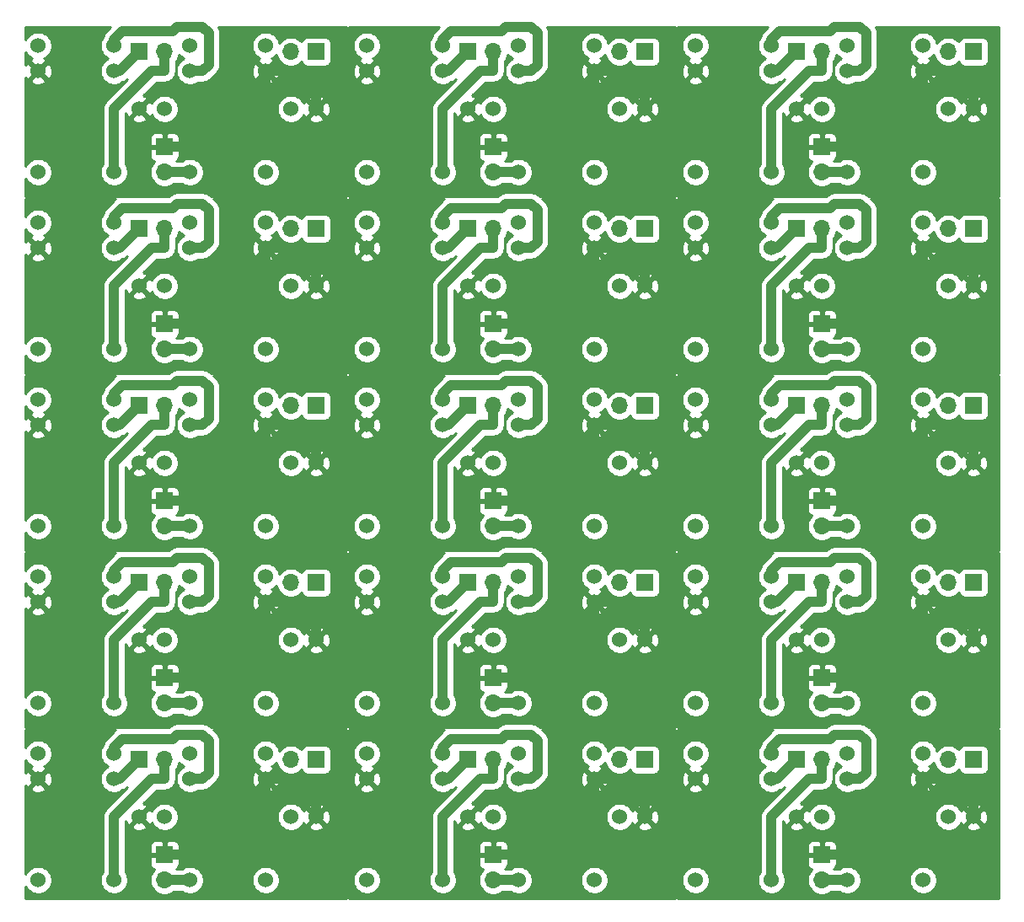
<source format=gtl>
G04 #@! TF.GenerationSoftware,KiCad,Pcbnew,(5.1.6)-1*
G04 #@! TF.CreationDate,2020-06-25T08:24:29+09:00*
G04 #@! TF.ProjectId,NAND___,4e414e44-62d8-4512-9e6b-696361645f70,rev?*
G04 #@! TF.SameCoordinates,Original*
G04 #@! TF.FileFunction,Copper,L1,Top*
G04 #@! TF.FilePolarity,Positive*
%FSLAX46Y46*%
G04 Gerber Fmt 4.6, Leading zero omitted, Abs format (unit mm)*
G04 Created by KiCad (PCBNEW (5.1.6)-1) date 2020-06-25 08:24:29*
%MOMM*%
%LPD*%
G01*
G04 APERTURE LIST*
G04 #@! TA.AperFunction,ComponentPad*
%ADD10C,1.524000*%
G04 #@! TD*
G04 #@! TA.AperFunction,ComponentPad*
%ADD11R,1.700000X1.700000*%
G04 #@! TD*
G04 #@! TA.AperFunction,ComponentPad*
%ADD12O,1.700000X1.700000*%
G04 #@! TD*
G04 #@! TA.AperFunction,Conductor*
%ADD13C,1.000000*%
G04 #@! TD*
G04 #@! TA.AperFunction,Conductor*
%ADD14C,0.254000*%
G04 #@! TD*
G04 APERTURE END LIST*
D10*
X99695000Y-109220000D03*
X107315000Y-109220000D03*
X107315000Y-111760000D03*
X99695000Y-111760000D03*
X99695000Y-121920000D03*
X107315000Y-121920000D03*
X66675000Y-109220000D03*
X74295000Y-109220000D03*
X74295000Y-111760000D03*
X66675000Y-111760000D03*
X66675000Y-121920000D03*
X74295000Y-121920000D03*
X33655000Y-109220000D03*
X41275000Y-109220000D03*
X41275000Y-111760000D03*
X33655000Y-111760000D03*
X33655000Y-121920000D03*
X41275000Y-121920000D03*
X99695000Y-91440000D03*
X107315000Y-91440000D03*
X107315000Y-93980000D03*
X99695000Y-93980000D03*
X99695000Y-104140000D03*
X107315000Y-104140000D03*
X66675000Y-91440000D03*
X74295000Y-91440000D03*
X74295000Y-93980000D03*
X66675000Y-93980000D03*
X66675000Y-104140000D03*
X74295000Y-104140000D03*
X33655000Y-91440000D03*
X41275000Y-91440000D03*
X41275000Y-93980000D03*
X33655000Y-93980000D03*
X33655000Y-104140000D03*
X41275000Y-104140000D03*
X99695000Y-73660000D03*
X107315000Y-73660000D03*
X107315000Y-76200000D03*
X99695000Y-76200000D03*
X99695000Y-86360000D03*
X107315000Y-86360000D03*
X66675000Y-73660000D03*
X74295000Y-73660000D03*
X74295000Y-76200000D03*
X66675000Y-76200000D03*
X66675000Y-86360000D03*
X74295000Y-86360000D03*
X33655000Y-73660000D03*
X41275000Y-73660000D03*
X41275000Y-76200000D03*
X33655000Y-76200000D03*
X33655000Y-86360000D03*
X41275000Y-86360000D03*
X99695000Y-55880000D03*
X107315000Y-55880000D03*
X107315000Y-58420000D03*
X99695000Y-58420000D03*
X99695000Y-68580000D03*
X107315000Y-68580000D03*
X66675000Y-55880000D03*
X74295000Y-55880000D03*
X74295000Y-58420000D03*
X66675000Y-58420000D03*
X66675000Y-68580000D03*
X74295000Y-68580000D03*
X33655000Y-55880000D03*
X41275000Y-55880000D03*
X41275000Y-58420000D03*
X33655000Y-58420000D03*
X33655000Y-68580000D03*
X41275000Y-68580000D03*
X99695000Y-38100000D03*
X107315000Y-38100000D03*
X107315000Y-40640000D03*
X99695000Y-40640000D03*
X99695000Y-50800000D03*
X107315000Y-50800000D03*
X66675000Y-38100000D03*
X74295000Y-38100000D03*
X74295000Y-40640000D03*
X66675000Y-40640000D03*
X66675000Y-50800000D03*
X74295000Y-50800000D03*
D11*
X127635000Y-109820000D03*
D12*
X125095000Y-109820000D03*
D11*
X94615000Y-109820000D03*
D12*
X92075000Y-109820000D03*
D11*
X61595000Y-109820000D03*
D12*
X59055000Y-109820000D03*
D11*
X127635000Y-92040000D03*
D12*
X125095000Y-92040000D03*
D11*
X94615000Y-92040000D03*
D12*
X92075000Y-92040000D03*
D11*
X61595000Y-92040000D03*
D12*
X59055000Y-92040000D03*
D11*
X127635000Y-74260000D03*
D12*
X125095000Y-74260000D03*
D11*
X94615000Y-74260000D03*
D12*
X92075000Y-74260000D03*
D11*
X61595000Y-74260000D03*
D12*
X59055000Y-74260000D03*
D11*
X127635000Y-56480000D03*
D12*
X125095000Y-56480000D03*
D11*
X94615000Y-56480000D03*
D12*
X92075000Y-56480000D03*
D11*
X61595000Y-56480000D03*
D12*
X59055000Y-56480000D03*
D11*
X127635000Y-38700000D03*
D12*
X125095000Y-38700000D03*
D11*
X94615000Y-38700000D03*
D12*
X92075000Y-38700000D03*
D10*
X125095000Y-115570000D03*
X127635000Y-115570000D03*
X92075000Y-115570000D03*
X94615000Y-115570000D03*
X59055000Y-115570000D03*
X61595000Y-115570000D03*
X125095000Y-97790000D03*
X127635000Y-97790000D03*
X92075000Y-97790000D03*
X94615000Y-97790000D03*
X59055000Y-97790000D03*
X61595000Y-97790000D03*
X125095000Y-80010000D03*
X127635000Y-80010000D03*
X92075000Y-80010000D03*
X94615000Y-80010000D03*
X59055000Y-80010000D03*
X61595000Y-80010000D03*
X125095000Y-62230000D03*
X127635000Y-62230000D03*
X92075000Y-62230000D03*
X94615000Y-62230000D03*
X59055000Y-62230000D03*
X61595000Y-62230000D03*
X125095000Y-44450000D03*
X127635000Y-44450000D03*
X92075000Y-44450000D03*
X94615000Y-44450000D03*
D12*
X112395000Y-121920000D03*
D11*
X112395000Y-119380000D03*
D12*
X79375000Y-121920000D03*
D11*
X79375000Y-119380000D03*
D12*
X46355000Y-121920000D03*
D11*
X46355000Y-119380000D03*
D12*
X112395000Y-104140000D03*
D11*
X112395000Y-101600000D03*
D12*
X79375000Y-104140000D03*
D11*
X79375000Y-101600000D03*
D12*
X46355000Y-104140000D03*
D11*
X46355000Y-101600000D03*
D12*
X112395000Y-86360000D03*
D11*
X112395000Y-83820000D03*
D12*
X79375000Y-86360000D03*
D11*
X79375000Y-83820000D03*
D12*
X46355000Y-86360000D03*
D11*
X46355000Y-83820000D03*
D12*
X112395000Y-68580000D03*
D11*
X112395000Y-66040000D03*
D12*
X79375000Y-68580000D03*
D11*
X79375000Y-66040000D03*
D12*
X46355000Y-68580000D03*
D11*
X46355000Y-66040000D03*
D12*
X112395000Y-50800000D03*
D11*
X112395000Y-48260000D03*
D12*
X79375000Y-50800000D03*
D11*
X79375000Y-48260000D03*
D12*
X112395000Y-109820000D03*
D11*
X109855000Y-109820000D03*
D12*
X79375000Y-109820000D03*
D11*
X76835000Y-109820000D03*
D12*
X46355000Y-109820000D03*
D11*
X43815000Y-109820000D03*
D12*
X112395000Y-92040000D03*
D11*
X109855000Y-92040000D03*
D12*
X79375000Y-92040000D03*
D11*
X76835000Y-92040000D03*
D12*
X46355000Y-92040000D03*
D11*
X43815000Y-92040000D03*
D12*
X112395000Y-74260000D03*
D11*
X109855000Y-74260000D03*
D12*
X79375000Y-74260000D03*
D11*
X76835000Y-74260000D03*
D12*
X46355000Y-74260000D03*
D11*
X43815000Y-74260000D03*
D12*
X112395000Y-56480000D03*
D11*
X109855000Y-56480000D03*
D12*
X79375000Y-56480000D03*
D11*
X76835000Y-56480000D03*
D12*
X46355000Y-56480000D03*
D11*
X43815000Y-56480000D03*
D12*
X112395000Y-38700000D03*
D11*
X109855000Y-38700000D03*
D12*
X79375000Y-38700000D03*
D11*
X76835000Y-38700000D03*
D10*
X122555000Y-121920000D03*
X114935000Y-121920000D03*
X114935000Y-111760000D03*
X122555000Y-111760000D03*
X122555000Y-109220000D03*
X114935000Y-109220000D03*
X89535000Y-121920000D03*
X81915000Y-121920000D03*
X81915000Y-111760000D03*
X89535000Y-111760000D03*
X89535000Y-109220000D03*
X81915000Y-109220000D03*
X56515000Y-121920000D03*
X48895000Y-121920000D03*
X48895000Y-111760000D03*
X56515000Y-111760000D03*
X56515000Y-109220000D03*
X48895000Y-109220000D03*
X122555000Y-104140000D03*
X114935000Y-104140000D03*
X114935000Y-93980000D03*
X122555000Y-93980000D03*
X122555000Y-91440000D03*
X114935000Y-91440000D03*
X89535000Y-104140000D03*
X81915000Y-104140000D03*
X81915000Y-93980000D03*
X89535000Y-93980000D03*
X89535000Y-91440000D03*
X81915000Y-91440000D03*
X56515000Y-104140000D03*
X48895000Y-104140000D03*
X48895000Y-93980000D03*
X56515000Y-93980000D03*
X56515000Y-91440000D03*
X48895000Y-91440000D03*
X122555000Y-86360000D03*
X114935000Y-86360000D03*
X114935000Y-76200000D03*
X122555000Y-76200000D03*
X122555000Y-73660000D03*
X114935000Y-73660000D03*
X89535000Y-86360000D03*
X81915000Y-86360000D03*
X81915000Y-76200000D03*
X89535000Y-76200000D03*
X89535000Y-73660000D03*
X81915000Y-73660000D03*
X56515000Y-86360000D03*
X48895000Y-86360000D03*
X48895000Y-76200000D03*
X56515000Y-76200000D03*
X56515000Y-73660000D03*
X48895000Y-73660000D03*
X122555000Y-68580000D03*
X114935000Y-68580000D03*
X114935000Y-58420000D03*
X122555000Y-58420000D03*
X122555000Y-55880000D03*
X114935000Y-55880000D03*
X89535000Y-68580000D03*
X81915000Y-68580000D03*
X81915000Y-58420000D03*
X89535000Y-58420000D03*
X89535000Y-55880000D03*
X81915000Y-55880000D03*
X56515000Y-68580000D03*
X48895000Y-68580000D03*
X48895000Y-58420000D03*
X56515000Y-58420000D03*
X56515000Y-55880000D03*
X48895000Y-55880000D03*
X122555000Y-50800000D03*
X114935000Y-50800000D03*
X114935000Y-40640000D03*
X122555000Y-40640000D03*
X122555000Y-38100000D03*
X114935000Y-38100000D03*
X89535000Y-50800000D03*
X81915000Y-50800000D03*
X81915000Y-40640000D03*
X89535000Y-40640000D03*
X89535000Y-38100000D03*
X81915000Y-38100000D03*
X112395000Y-115570000D03*
X109855000Y-115570000D03*
X79375000Y-115570000D03*
X76835000Y-115570000D03*
X46355000Y-115570000D03*
X43815000Y-115570000D03*
X112395000Y-97790000D03*
X109855000Y-97790000D03*
X79375000Y-97790000D03*
X76835000Y-97790000D03*
X46355000Y-97790000D03*
X43815000Y-97790000D03*
X112395000Y-80010000D03*
X109855000Y-80010000D03*
X79375000Y-80010000D03*
X76835000Y-80010000D03*
X46355000Y-80010000D03*
X43815000Y-80010000D03*
X112395000Y-62230000D03*
X109855000Y-62230000D03*
X79375000Y-62230000D03*
X76835000Y-62230000D03*
X46355000Y-62230000D03*
X43815000Y-62230000D03*
X112395000Y-44450000D03*
X109855000Y-44450000D03*
X79375000Y-44450000D03*
X76835000Y-44450000D03*
X43815000Y-44450000D03*
X46355000Y-44450000D03*
X61595000Y-44450000D03*
X59055000Y-44450000D03*
D11*
X43815000Y-38700000D03*
D12*
X46355000Y-38700000D03*
D11*
X46355000Y-48260000D03*
D12*
X46355000Y-50800000D03*
X59055000Y-38700000D03*
D11*
X61595000Y-38700000D03*
D10*
X41275000Y-50800000D03*
X33655000Y-50800000D03*
X33655000Y-40640000D03*
X41275000Y-40640000D03*
X41275000Y-38100000D03*
X33655000Y-38100000D03*
X48895000Y-38100000D03*
X56515000Y-38100000D03*
X56515000Y-40640000D03*
X48895000Y-40640000D03*
X48895000Y-50800000D03*
X56515000Y-50800000D03*
D13*
X41875000Y-40640000D02*
X43815000Y-38700000D01*
X41275000Y-40640000D02*
X41875000Y-40640000D01*
X74295000Y-40640000D02*
X74895000Y-40640000D01*
X107315000Y-40640000D02*
X107915000Y-40640000D01*
X41275000Y-58420000D02*
X41875000Y-58420000D01*
X74295000Y-58420000D02*
X74895000Y-58420000D01*
X107315000Y-58420000D02*
X107915000Y-58420000D01*
X41275000Y-76200000D02*
X41875000Y-76200000D01*
X74295000Y-76200000D02*
X74895000Y-76200000D01*
X107315000Y-76200000D02*
X107915000Y-76200000D01*
X41275000Y-93980000D02*
X41875000Y-93980000D01*
X74295000Y-93980000D02*
X74895000Y-93980000D01*
X107315000Y-93980000D02*
X107915000Y-93980000D01*
X41275000Y-111760000D02*
X41875000Y-111760000D01*
X74295000Y-111760000D02*
X74895000Y-111760000D01*
X107315000Y-111760000D02*
X107915000Y-111760000D01*
X74895000Y-40640000D02*
X76835000Y-38700000D01*
X107915000Y-40640000D02*
X109855000Y-38700000D01*
X41875000Y-58420000D02*
X43815000Y-56480000D01*
X74895000Y-58420000D02*
X76835000Y-56480000D01*
X107915000Y-58420000D02*
X109855000Y-56480000D01*
X41875000Y-76200000D02*
X43815000Y-74260000D01*
X74895000Y-76200000D02*
X76835000Y-74260000D01*
X107915000Y-76200000D02*
X109855000Y-74260000D01*
X41875000Y-93980000D02*
X43815000Y-92040000D01*
X74895000Y-93980000D02*
X76835000Y-92040000D01*
X107915000Y-93980000D02*
X109855000Y-92040000D01*
X41875000Y-111760000D02*
X43815000Y-109820000D01*
X74895000Y-111760000D02*
X76835000Y-109820000D01*
X107915000Y-111760000D02*
X109855000Y-109820000D01*
X41275000Y-38100000D02*
X41275000Y-37465000D01*
X42102001Y-36637999D02*
X47182001Y-36637999D01*
X41275000Y-37465000D02*
X42102001Y-36637999D01*
X47182001Y-36637999D02*
X47625000Y-36195000D01*
X47625000Y-36195000D02*
X50165000Y-36195000D01*
X50165000Y-36195000D02*
X50800000Y-36830000D01*
X50800000Y-36830000D02*
X50800000Y-40005000D01*
X50800000Y-40005000D02*
X50165000Y-40640000D01*
X50165000Y-40640000D02*
X48895000Y-40640000D01*
X74295000Y-37465000D02*
X75122001Y-36637999D01*
X107315000Y-37465000D02*
X108142001Y-36637999D01*
X41275000Y-55245000D02*
X42102001Y-54417999D01*
X74295000Y-55245000D02*
X75122001Y-54417999D01*
X107315000Y-55245000D02*
X108142001Y-54417999D01*
X41275000Y-73025000D02*
X42102001Y-72197999D01*
X74295000Y-73025000D02*
X75122001Y-72197999D01*
X107315000Y-73025000D02*
X108142001Y-72197999D01*
X41275000Y-90805000D02*
X42102001Y-89977999D01*
X74295000Y-90805000D02*
X75122001Y-89977999D01*
X107315000Y-90805000D02*
X108142001Y-89977999D01*
X41275000Y-108585000D02*
X42102001Y-107757999D01*
X74295000Y-108585000D02*
X75122001Y-107757999D01*
X107315000Y-108585000D02*
X108142001Y-107757999D01*
X80645000Y-36195000D02*
X83185000Y-36195000D01*
X113665000Y-36195000D02*
X116205000Y-36195000D01*
X47625000Y-53975000D02*
X50165000Y-53975000D01*
X80645000Y-53975000D02*
X83185000Y-53975000D01*
X113665000Y-53975000D02*
X116205000Y-53975000D01*
X47625000Y-71755000D02*
X50165000Y-71755000D01*
X80645000Y-71755000D02*
X83185000Y-71755000D01*
X113665000Y-71755000D02*
X116205000Y-71755000D01*
X47625000Y-89535000D02*
X50165000Y-89535000D01*
X80645000Y-89535000D02*
X83185000Y-89535000D01*
X113665000Y-89535000D02*
X116205000Y-89535000D01*
X47625000Y-107315000D02*
X50165000Y-107315000D01*
X80645000Y-107315000D02*
X83185000Y-107315000D01*
X113665000Y-107315000D02*
X116205000Y-107315000D01*
X83820000Y-36830000D02*
X83820000Y-40005000D01*
X116840000Y-36830000D02*
X116840000Y-40005000D01*
X50800000Y-54610000D02*
X50800000Y-57785000D01*
X83820000Y-54610000D02*
X83820000Y-57785000D01*
X116840000Y-54610000D02*
X116840000Y-57785000D01*
X50800000Y-72390000D02*
X50800000Y-75565000D01*
X83820000Y-72390000D02*
X83820000Y-75565000D01*
X116840000Y-72390000D02*
X116840000Y-75565000D01*
X50800000Y-90170000D02*
X50800000Y-93345000D01*
X83820000Y-90170000D02*
X83820000Y-93345000D01*
X116840000Y-90170000D02*
X116840000Y-93345000D01*
X50800000Y-107950000D02*
X50800000Y-111125000D01*
X83820000Y-107950000D02*
X83820000Y-111125000D01*
X116840000Y-107950000D02*
X116840000Y-111125000D01*
X83820000Y-40005000D02*
X83185000Y-40640000D01*
X116840000Y-40005000D02*
X116205000Y-40640000D01*
X50800000Y-57785000D02*
X50165000Y-58420000D01*
X83820000Y-57785000D02*
X83185000Y-58420000D01*
X116840000Y-57785000D02*
X116205000Y-58420000D01*
X50800000Y-75565000D02*
X50165000Y-76200000D01*
X83820000Y-75565000D02*
X83185000Y-76200000D01*
X116840000Y-75565000D02*
X116205000Y-76200000D01*
X50800000Y-93345000D02*
X50165000Y-93980000D01*
X83820000Y-93345000D02*
X83185000Y-93980000D01*
X116840000Y-93345000D02*
X116205000Y-93980000D01*
X50800000Y-111125000D02*
X50165000Y-111760000D01*
X83820000Y-111125000D02*
X83185000Y-111760000D01*
X116840000Y-111125000D02*
X116205000Y-111760000D01*
X83185000Y-40640000D02*
X81915000Y-40640000D01*
X116205000Y-40640000D02*
X114935000Y-40640000D01*
X50165000Y-58420000D02*
X48895000Y-58420000D01*
X83185000Y-58420000D02*
X81915000Y-58420000D01*
X116205000Y-58420000D02*
X114935000Y-58420000D01*
X50165000Y-76200000D02*
X48895000Y-76200000D01*
X83185000Y-76200000D02*
X81915000Y-76200000D01*
X116205000Y-76200000D02*
X114935000Y-76200000D01*
X50165000Y-93980000D02*
X48895000Y-93980000D01*
X83185000Y-93980000D02*
X81915000Y-93980000D01*
X116205000Y-93980000D02*
X114935000Y-93980000D01*
X50165000Y-111760000D02*
X48895000Y-111760000D01*
X83185000Y-111760000D02*
X81915000Y-111760000D01*
X116205000Y-111760000D02*
X114935000Y-111760000D01*
X75122001Y-36637999D02*
X80202001Y-36637999D01*
X108142001Y-36637999D02*
X113222001Y-36637999D01*
X42102001Y-54417999D02*
X47182001Y-54417999D01*
X75122001Y-54417999D02*
X80202001Y-54417999D01*
X108142001Y-54417999D02*
X113222001Y-54417999D01*
X42102001Y-72197999D02*
X47182001Y-72197999D01*
X75122001Y-72197999D02*
X80202001Y-72197999D01*
X108142001Y-72197999D02*
X113222001Y-72197999D01*
X42102001Y-89977999D02*
X47182001Y-89977999D01*
X75122001Y-89977999D02*
X80202001Y-89977999D01*
X108142001Y-89977999D02*
X113222001Y-89977999D01*
X42102001Y-107757999D02*
X47182001Y-107757999D01*
X75122001Y-107757999D02*
X80202001Y-107757999D01*
X108142001Y-107757999D02*
X113222001Y-107757999D01*
X74295000Y-38100000D02*
X74295000Y-37465000D01*
X107315000Y-38100000D02*
X107315000Y-37465000D01*
X41275000Y-55880000D02*
X41275000Y-55245000D01*
X74295000Y-55880000D02*
X74295000Y-55245000D01*
X107315000Y-55880000D02*
X107315000Y-55245000D01*
X41275000Y-73660000D02*
X41275000Y-73025000D01*
X74295000Y-73660000D02*
X74295000Y-73025000D01*
X107315000Y-73660000D02*
X107315000Y-73025000D01*
X41275000Y-91440000D02*
X41275000Y-90805000D01*
X74295000Y-91440000D02*
X74295000Y-90805000D01*
X107315000Y-91440000D02*
X107315000Y-90805000D01*
X41275000Y-109220000D02*
X41275000Y-108585000D01*
X74295000Y-109220000D02*
X74295000Y-108585000D01*
X107315000Y-109220000D02*
X107315000Y-108585000D01*
X83185000Y-36195000D02*
X83820000Y-36830000D01*
X116205000Y-36195000D02*
X116840000Y-36830000D01*
X50165000Y-53975000D02*
X50800000Y-54610000D01*
X83185000Y-53975000D02*
X83820000Y-54610000D01*
X116205000Y-53975000D02*
X116840000Y-54610000D01*
X50165000Y-71755000D02*
X50800000Y-72390000D01*
X83185000Y-71755000D02*
X83820000Y-72390000D01*
X116205000Y-71755000D02*
X116840000Y-72390000D01*
X50165000Y-89535000D02*
X50800000Y-90170000D01*
X83185000Y-89535000D02*
X83820000Y-90170000D01*
X116205000Y-89535000D02*
X116840000Y-90170000D01*
X50165000Y-107315000D02*
X50800000Y-107950000D01*
X83185000Y-107315000D02*
X83820000Y-107950000D01*
X116205000Y-107315000D02*
X116840000Y-107950000D01*
X80202001Y-36637999D02*
X80645000Y-36195000D01*
X113222001Y-36637999D02*
X113665000Y-36195000D01*
X47182001Y-54417999D02*
X47625000Y-53975000D01*
X80202001Y-54417999D02*
X80645000Y-53975000D01*
X113222001Y-54417999D02*
X113665000Y-53975000D01*
X47182001Y-72197999D02*
X47625000Y-71755000D01*
X80202001Y-72197999D02*
X80645000Y-71755000D01*
X113222001Y-72197999D02*
X113665000Y-71755000D01*
X47182001Y-89977999D02*
X47625000Y-89535000D01*
X80202001Y-89977999D02*
X80645000Y-89535000D01*
X113222001Y-89977999D02*
X113665000Y-89535000D01*
X47182001Y-107757999D02*
X47625000Y-107315000D01*
X80202001Y-107757999D02*
X80645000Y-107315000D01*
X113222001Y-107757999D02*
X113665000Y-107315000D01*
X41275000Y-44450000D02*
X41275000Y-50800000D01*
X45085000Y-40640000D02*
X41275000Y-44450000D01*
X46355000Y-38700000D02*
X46355000Y-40640000D01*
X46355000Y-40640000D02*
X45085000Y-40640000D01*
X74295000Y-44450000D02*
X74295000Y-50800000D01*
X107315000Y-44450000D02*
X107315000Y-50800000D01*
X41275000Y-62230000D02*
X41275000Y-68580000D01*
X74295000Y-62230000D02*
X74295000Y-68580000D01*
X107315000Y-62230000D02*
X107315000Y-68580000D01*
X41275000Y-80010000D02*
X41275000Y-86360000D01*
X74295000Y-80010000D02*
X74295000Y-86360000D01*
X107315000Y-80010000D02*
X107315000Y-86360000D01*
X41275000Y-97790000D02*
X41275000Y-104140000D01*
X74295000Y-97790000D02*
X74295000Y-104140000D01*
X107315000Y-97790000D02*
X107315000Y-104140000D01*
X41275000Y-115570000D02*
X41275000Y-121920000D01*
X74295000Y-115570000D02*
X74295000Y-121920000D01*
X107315000Y-115570000D02*
X107315000Y-121920000D01*
X78105000Y-40640000D02*
X74295000Y-44450000D01*
X111125000Y-40640000D02*
X107315000Y-44450000D01*
X45085000Y-58420000D02*
X41275000Y-62230000D01*
X78105000Y-58420000D02*
X74295000Y-62230000D01*
X111125000Y-58420000D02*
X107315000Y-62230000D01*
X45085000Y-76200000D02*
X41275000Y-80010000D01*
X78105000Y-76200000D02*
X74295000Y-80010000D01*
X111125000Y-76200000D02*
X107315000Y-80010000D01*
X45085000Y-93980000D02*
X41275000Y-97790000D01*
X78105000Y-93980000D02*
X74295000Y-97790000D01*
X111125000Y-93980000D02*
X107315000Y-97790000D01*
X45085000Y-111760000D02*
X41275000Y-115570000D01*
X78105000Y-111760000D02*
X74295000Y-115570000D01*
X111125000Y-111760000D02*
X107315000Y-115570000D01*
X79375000Y-38700000D02*
X79375000Y-40640000D01*
X112395000Y-38700000D02*
X112395000Y-40640000D01*
X46355000Y-56480000D02*
X46355000Y-58420000D01*
X79375000Y-56480000D02*
X79375000Y-58420000D01*
X112395000Y-56480000D02*
X112395000Y-58420000D01*
X46355000Y-74260000D02*
X46355000Y-76200000D01*
X79375000Y-74260000D02*
X79375000Y-76200000D01*
X112395000Y-74260000D02*
X112395000Y-76200000D01*
X46355000Y-92040000D02*
X46355000Y-93980000D01*
X79375000Y-92040000D02*
X79375000Y-93980000D01*
X112395000Y-92040000D02*
X112395000Y-93980000D01*
X46355000Y-109820000D02*
X46355000Y-111760000D01*
X79375000Y-109820000D02*
X79375000Y-111760000D01*
X112395000Y-109820000D02*
X112395000Y-111760000D01*
X79375000Y-40640000D02*
X78105000Y-40640000D01*
X112395000Y-40640000D02*
X111125000Y-40640000D01*
X46355000Y-58420000D02*
X45085000Y-58420000D01*
X79375000Y-58420000D02*
X78105000Y-58420000D01*
X112395000Y-58420000D02*
X111125000Y-58420000D01*
X46355000Y-76200000D02*
X45085000Y-76200000D01*
X79375000Y-76200000D02*
X78105000Y-76200000D01*
X112395000Y-76200000D02*
X111125000Y-76200000D01*
X46355000Y-93980000D02*
X45085000Y-93980000D01*
X79375000Y-93980000D02*
X78105000Y-93980000D01*
X112395000Y-93980000D02*
X111125000Y-93980000D01*
X46355000Y-111760000D02*
X45085000Y-111760000D01*
X79375000Y-111760000D02*
X78105000Y-111760000D01*
X112395000Y-111760000D02*
X111125000Y-111760000D01*
X46355000Y-48260000D02*
X50165000Y-48260000D01*
X56515000Y-41910000D02*
X56515000Y-40640000D01*
X50165000Y-48260000D02*
X56515000Y-41910000D01*
X61595000Y-44450000D02*
X61595000Y-41275000D01*
X60960000Y-40640000D02*
X56515000Y-40640000D01*
X61595000Y-41275000D02*
X60960000Y-40640000D01*
X94615000Y-44450000D02*
X94615000Y-41275000D01*
X127635000Y-44450000D02*
X127635000Y-41275000D01*
X61595000Y-62230000D02*
X61595000Y-59055000D01*
X94615000Y-62230000D02*
X94615000Y-59055000D01*
X127635000Y-62230000D02*
X127635000Y-59055000D01*
X61595000Y-80010000D02*
X61595000Y-76835000D01*
X94615000Y-80010000D02*
X94615000Y-76835000D01*
X127635000Y-80010000D02*
X127635000Y-76835000D01*
X61595000Y-97790000D02*
X61595000Y-94615000D01*
X94615000Y-97790000D02*
X94615000Y-94615000D01*
X127635000Y-97790000D02*
X127635000Y-94615000D01*
X61595000Y-115570000D02*
X61595000Y-112395000D01*
X94615000Y-115570000D02*
X94615000Y-112395000D01*
X127635000Y-115570000D02*
X127635000Y-112395000D01*
X83185000Y-48260000D02*
X89535000Y-41910000D01*
X116205000Y-48260000D02*
X122555000Y-41910000D01*
X50165000Y-66040000D02*
X56515000Y-59690000D01*
X83185000Y-66040000D02*
X89535000Y-59690000D01*
X116205000Y-66040000D02*
X122555000Y-59690000D01*
X50165000Y-83820000D02*
X56515000Y-77470000D01*
X83185000Y-83820000D02*
X89535000Y-77470000D01*
X116205000Y-83820000D02*
X122555000Y-77470000D01*
X50165000Y-101600000D02*
X56515000Y-95250000D01*
X83185000Y-101600000D02*
X89535000Y-95250000D01*
X116205000Y-101600000D02*
X122555000Y-95250000D01*
X50165000Y-119380000D02*
X56515000Y-113030000D01*
X83185000Y-119380000D02*
X89535000Y-113030000D01*
X116205000Y-119380000D02*
X122555000Y-113030000D01*
X93980000Y-40640000D02*
X89535000Y-40640000D01*
X127000000Y-40640000D02*
X122555000Y-40640000D01*
X60960000Y-58420000D02*
X56515000Y-58420000D01*
X93980000Y-58420000D02*
X89535000Y-58420000D01*
X127000000Y-58420000D02*
X122555000Y-58420000D01*
X60960000Y-76200000D02*
X56515000Y-76200000D01*
X93980000Y-76200000D02*
X89535000Y-76200000D01*
X127000000Y-76200000D02*
X122555000Y-76200000D01*
X60960000Y-93980000D02*
X56515000Y-93980000D01*
X93980000Y-93980000D02*
X89535000Y-93980000D01*
X127000000Y-93980000D02*
X122555000Y-93980000D01*
X60960000Y-111760000D02*
X56515000Y-111760000D01*
X93980000Y-111760000D02*
X89535000Y-111760000D01*
X127000000Y-111760000D02*
X122555000Y-111760000D01*
X79375000Y-48260000D02*
X83185000Y-48260000D01*
X112395000Y-48260000D02*
X116205000Y-48260000D01*
X46355000Y-66040000D02*
X50165000Y-66040000D01*
X79375000Y-66040000D02*
X83185000Y-66040000D01*
X112395000Y-66040000D02*
X116205000Y-66040000D01*
X46355000Y-83820000D02*
X50165000Y-83820000D01*
X79375000Y-83820000D02*
X83185000Y-83820000D01*
X112395000Y-83820000D02*
X116205000Y-83820000D01*
X46355000Y-101600000D02*
X50165000Y-101600000D01*
X79375000Y-101600000D02*
X83185000Y-101600000D01*
X112395000Y-101600000D02*
X116205000Y-101600000D01*
X46355000Y-119380000D02*
X50165000Y-119380000D01*
X79375000Y-119380000D02*
X83185000Y-119380000D01*
X112395000Y-119380000D02*
X116205000Y-119380000D01*
X89535000Y-41910000D02*
X89535000Y-40640000D01*
X122555000Y-41910000D02*
X122555000Y-40640000D01*
X56515000Y-59690000D02*
X56515000Y-58420000D01*
X89535000Y-59690000D02*
X89535000Y-58420000D01*
X122555000Y-59690000D02*
X122555000Y-58420000D01*
X56515000Y-77470000D02*
X56515000Y-76200000D01*
X89535000Y-77470000D02*
X89535000Y-76200000D01*
X122555000Y-77470000D02*
X122555000Y-76200000D01*
X56515000Y-95250000D02*
X56515000Y-93980000D01*
X89535000Y-95250000D02*
X89535000Y-93980000D01*
X122555000Y-95250000D02*
X122555000Y-93980000D01*
X56515000Y-113030000D02*
X56515000Y-111760000D01*
X89535000Y-113030000D02*
X89535000Y-111760000D01*
X122555000Y-113030000D02*
X122555000Y-111760000D01*
X94615000Y-41275000D02*
X93980000Y-40640000D01*
X127635000Y-41275000D02*
X127000000Y-40640000D01*
X61595000Y-59055000D02*
X60960000Y-58420000D01*
X94615000Y-59055000D02*
X93980000Y-58420000D01*
X127635000Y-59055000D02*
X127000000Y-58420000D01*
X61595000Y-76835000D02*
X60960000Y-76200000D01*
X94615000Y-76835000D02*
X93980000Y-76200000D01*
X127635000Y-76835000D02*
X127000000Y-76200000D01*
X61595000Y-94615000D02*
X60960000Y-93980000D01*
X94615000Y-94615000D02*
X93980000Y-93980000D01*
X127635000Y-94615000D02*
X127000000Y-93980000D01*
X61595000Y-112395000D02*
X60960000Y-111760000D01*
X94615000Y-112395000D02*
X93980000Y-111760000D01*
X127635000Y-112395000D02*
X127000000Y-111760000D01*
X46355000Y-50800000D02*
X48895000Y-50800000D01*
X79375000Y-50800000D02*
X81915000Y-50800000D01*
X112395000Y-50800000D02*
X114935000Y-50800000D01*
X46355000Y-68580000D02*
X48895000Y-68580000D01*
X79375000Y-68580000D02*
X81915000Y-68580000D01*
X112395000Y-68580000D02*
X114935000Y-68580000D01*
X46355000Y-86360000D02*
X48895000Y-86360000D01*
X79375000Y-86360000D02*
X81915000Y-86360000D01*
X112395000Y-86360000D02*
X114935000Y-86360000D01*
X46355000Y-104140000D02*
X48895000Y-104140000D01*
X79375000Y-104140000D02*
X81915000Y-104140000D01*
X112395000Y-104140000D02*
X114935000Y-104140000D01*
X46355000Y-121920000D02*
X48895000Y-121920000D01*
X79375000Y-121920000D02*
X81915000Y-121920000D01*
X112395000Y-121920000D02*
X114935000Y-121920000D01*
D14*
G36*
X40511860Y-36623009D02*
G01*
X40468552Y-36658551D01*
X40326717Y-36831377D01*
X40221324Y-37028553D01*
X40156423Y-37242501D01*
X40154455Y-37262482D01*
X40036995Y-37438273D01*
X39931686Y-37692510D01*
X39878000Y-37962408D01*
X39878000Y-38237592D01*
X39931686Y-38507490D01*
X40036995Y-38761727D01*
X40189880Y-38990535D01*
X40384465Y-39185120D01*
X40613273Y-39338005D01*
X40690515Y-39370000D01*
X40613273Y-39401995D01*
X40384465Y-39554880D01*
X40189880Y-39749465D01*
X40036995Y-39978273D01*
X39931686Y-40232510D01*
X39878000Y-40502408D01*
X39878000Y-40777592D01*
X39931686Y-41047490D01*
X40036995Y-41301727D01*
X40189880Y-41530535D01*
X40384465Y-41725120D01*
X40613273Y-41878005D01*
X40867510Y-41983314D01*
X41137408Y-42037000D01*
X41412592Y-42037000D01*
X41682490Y-41983314D01*
X41936727Y-41878005D01*
X42130400Y-41748596D01*
X42311447Y-41693676D01*
X42508623Y-41588284D01*
X42636668Y-41483200D01*
X40511865Y-43608004D01*
X40468551Y-43643551D01*
X40326716Y-43816377D01*
X40239233Y-43980048D01*
X40221324Y-44013554D01*
X40156423Y-44227502D01*
X40134509Y-44450000D01*
X40140000Y-44505752D01*
X40140001Y-49984114D01*
X40036995Y-50138273D01*
X39931686Y-50392510D01*
X39878000Y-50662408D01*
X39878000Y-50937592D01*
X39931686Y-51207490D01*
X40036995Y-51461727D01*
X40189880Y-51690535D01*
X40384465Y-51885120D01*
X40613273Y-52038005D01*
X40867510Y-52143314D01*
X41137408Y-52197000D01*
X41412592Y-52197000D01*
X41682490Y-52143314D01*
X41936727Y-52038005D01*
X42165535Y-51885120D01*
X42360120Y-51690535D01*
X42513005Y-51461727D01*
X42618314Y-51207490D01*
X42672000Y-50937592D01*
X42672000Y-50662408D01*
X42618314Y-50392510D01*
X42513005Y-50138273D01*
X42410000Y-49984116D01*
X42410000Y-49110000D01*
X44866928Y-49110000D01*
X44879188Y-49234482D01*
X44915498Y-49354180D01*
X44974463Y-49464494D01*
X45053815Y-49561185D01*
X45150506Y-49640537D01*
X45260820Y-49699502D01*
X45333380Y-49721513D01*
X45201525Y-49853368D01*
X45039010Y-50096589D01*
X44927068Y-50366842D01*
X44870000Y-50653740D01*
X44870000Y-50946260D01*
X44927068Y-51233158D01*
X45039010Y-51503411D01*
X45201525Y-51746632D01*
X45408368Y-51953475D01*
X45651589Y-52115990D01*
X45921842Y-52227932D01*
X46208740Y-52285000D01*
X46501260Y-52285000D01*
X46788158Y-52227932D01*
X47058411Y-52115990D01*
X47301632Y-51953475D01*
X47320107Y-51935000D01*
X48079116Y-51935000D01*
X48233273Y-52038005D01*
X48487510Y-52143314D01*
X48757408Y-52197000D01*
X49032592Y-52197000D01*
X49302490Y-52143314D01*
X49556727Y-52038005D01*
X49785535Y-51885120D01*
X49980120Y-51690535D01*
X50133005Y-51461727D01*
X50238314Y-51207490D01*
X50292000Y-50937592D01*
X50292000Y-50662408D01*
X55118000Y-50662408D01*
X55118000Y-50937592D01*
X55171686Y-51207490D01*
X55276995Y-51461727D01*
X55429880Y-51690535D01*
X55624465Y-51885120D01*
X55853273Y-52038005D01*
X56107510Y-52143314D01*
X56377408Y-52197000D01*
X56652592Y-52197000D01*
X56922490Y-52143314D01*
X57176727Y-52038005D01*
X57405535Y-51885120D01*
X57600120Y-51690535D01*
X57753005Y-51461727D01*
X57858314Y-51207490D01*
X57912000Y-50937592D01*
X57912000Y-50662408D01*
X57858314Y-50392510D01*
X57753005Y-50138273D01*
X57600120Y-49909465D01*
X57405535Y-49714880D01*
X57176727Y-49561995D01*
X56922490Y-49456686D01*
X56652592Y-49403000D01*
X56377408Y-49403000D01*
X56107510Y-49456686D01*
X55853273Y-49561995D01*
X55624465Y-49714880D01*
X55429880Y-49909465D01*
X55276995Y-50138273D01*
X55171686Y-50392510D01*
X55118000Y-50662408D01*
X50292000Y-50662408D01*
X50238314Y-50392510D01*
X50133005Y-50138273D01*
X49980120Y-49909465D01*
X49785535Y-49714880D01*
X49556727Y-49561995D01*
X49302490Y-49456686D01*
X49032592Y-49403000D01*
X48757408Y-49403000D01*
X48487510Y-49456686D01*
X48233273Y-49561995D01*
X48079116Y-49665000D01*
X47513728Y-49665000D01*
X47559494Y-49640537D01*
X47656185Y-49561185D01*
X47735537Y-49464494D01*
X47794502Y-49354180D01*
X47830812Y-49234482D01*
X47843072Y-49110000D01*
X47840000Y-48545750D01*
X47681250Y-48387000D01*
X46482000Y-48387000D01*
X46482000Y-48407000D01*
X46228000Y-48407000D01*
X46228000Y-48387000D01*
X45028750Y-48387000D01*
X44870000Y-48545750D01*
X44866928Y-49110000D01*
X42410000Y-49110000D01*
X42410000Y-47410000D01*
X44866928Y-47410000D01*
X44870000Y-47974250D01*
X45028750Y-48133000D01*
X46228000Y-48133000D01*
X46228000Y-46933750D01*
X46482000Y-46933750D01*
X46482000Y-48133000D01*
X47681250Y-48133000D01*
X47840000Y-47974250D01*
X47843072Y-47410000D01*
X47830812Y-47285518D01*
X47794502Y-47165820D01*
X47735537Y-47055506D01*
X47656185Y-46958815D01*
X47559494Y-46879463D01*
X47449180Y-46820498D01*
X47329482Y-46784188D01*
X47205000Y-46771928D01*
X46640750Y-46775000D01*
X46482000Y-46933750D01*
X46228000Y-46933750D01*
X46069250Y-46775000D01*
X45505000Y-46771928D01*
X45380518Y-46784188D01*
X45260820Y-46820498D01*
X45150506Y-46879463D01*
X45053815Y-46958815D01*
X44974463Y-47055506D01*
X44915498Y-47165820D01*
X44879188Y-47285518D01*
X44866928Y-47410000D01*
X42410000Y-47410000D01*
X42410000Y-45415565D01*
X43029040Y-45415565D01*
X43096020Y-45655656D01*
X43345048Y-45772756D01*
X43612135Y-45839023D01*
X43887017Y-45851910D01*
X44159133Y-45810922D01*
X44418023Y-45717636D01*
X44533980Y-45655656D01*
X44600960Y-45415565D01*
X43815000Y-44629605D01*
X43029040Y-45415565D01*
X42410000Y-45415565D01*
X42410000Y-44920131D01*
X42475777Y-44854354D01*
X42547364Y-45053023D01*
X42609344Y-45168980D01*
X42849435Y-45235960D01*
X43635395Y-44450000D01*
X43994605Y-44450000D01*
X44780565Y-45235960D01*
X45020656Y-45168980D01*
X45084485Y-45033240D01*
X45116995Y-45111727D01*
X45269880Y-45340535D01*
X45464465Y-45535120D01*
X45693273Y-45688005D01*
X45947510Y-45793314D01*
X46217408Y-45847000D01*
X46492592Y-45847000D01*
X46762490Y-45793314D01*
X47016727Y-45688005D01*
X47245535Y-45535120D01*
X47440120Y-45340535D01*
X47593005Y-45111727D01*
X47698314Y-44857490D01*
X47752000Y-44587592D01*
X47752000Y-44312408D01*
X57658000Y-44312408D01*
X57658000Y-44587592D01*
X57711686Y-44857490D01*
X57816995Y-45111727D01*
X57969880Y-45340535D01*
X58164465Y-45535120D01*
X58393273Y-45688005D01*
X58647510Y-45793314D01*
X58917408Y-45847000D01*
X59192592Y-45847000D01*
X59462490Y-45793314D01*
X59716727Y-45688005D01*
X59945535Y-45535120D01*
X60065090Y-45415565D01*
X60809040Y-45415565D01*
X60876020Y-45655656D01*
X61125048Y-45772756D01*
X61392135Y-45839023D01*
X61667017Y-45851910D01*
X61939133Y-45810922D01*
X62198023Y-45717636D01*
X62313980Y-45655656D01*
X62380960Y-45415565D01*
X61595000Y-44629605D01*
X60809040Y-45415565D01*
X60065090Y-45415565D01*
X60140120Y-45340535D01*
X60293005Y-45111727D01*
X60322692Y-45040057D01*
X60327364Y-45053023D01*
X60389344Y-45168980D01*
X60629435Y-45235960D01*
X61415395Y-44450000D01*
X61774605Y-44450000D01*
X62560565Y-45235960D01*
X62800656Y-45168980D01*
X62917756Y-44919952D01*
X62984023Y-44652865D01*
X62996910Y-44377983D01*
X62955922Y-44105867D01*
X62862636Y-43846977D01*
X62800656Y-43731020D01*
X62560565Y-43664040D01*
X61774605Y-44450000D01*
X61415395Y-44450000D01*
X60629435Y-43664040D01*
X60389344Y-43731020D01*
X60325515Y-43866760D01*
X60293005Y-43788273D01*
X60140120Y-43559465D01*
X60065090Y-43484435D01*
X60809040Y-43484435D01*
X61595000Y-44270395D01*
X62380960Y-43484435D01*
X62313980Y-43244344D01*
X62064952Y-43127244D01*
X61797865Y-43060977D01*
X61522983Y-43048090D01*
X61250867Y-43089078D01*
X60991977Y-43182364D01*
X60876020Y-43244344D01*
X60809040Y-43484435D01*
X60065090Y-43484435D01*
X59945535Y-43364880D01*
X59716727Y-43211995D01*
X59462490Y-43106686D01*
X59192592Y-43053000D01*
X58917408Y-43053000D01*
X58647510Y-43106686D01*
X58393273Y-43211995D01*
X58164465Y-43364880D01*
X57969880Y-43559465D01*
X57816995Y-43788273D01*
X57711686Y-44042510D01*
X57658000Y-44312408D01*
X47752000Y-44312408D01*
X47698314Y-44042510D01*
X47593005Y-43788273D01*
X47440120Y-43559465D01*
X47245535Y-43364880D01*
X47016727Y-43211995D01*
X46762490Y-43106686D01*
X46492592Y-43053000D01*
X46217408Y-43053000D01*
X45947510Y-43106686D01*
X45693273Y-43211995D01*
X45464465Y-43364880D01*
X45269880Y-43559465D01*
X45116995Y-43788273D01*
X45087308Y-43859943D01*
X45082636Y-43846977D01*
X45020656Y-43731020D01*
X44780565Y-43664040D01*
X43994605Y-44450000D01*
X43635395Y-44450000D01*
X43621253Y-44435858D01*
X43800858Y-44256253D01*
X43815000Y-44270395D01*
X44600960Y-43484435D01*
X44533980Y-43244344D01*
X44284952Y-43127244D01*
X44219201Y-43110931D01*
X45555133Y-41775000D01*
X46299249Y-41775000D01*
X46355000Y-41780491D01*
X46577499Y-41758577D01*
X46791447Y-41693676D01*
X46988623Y-41588284D01*
X47161449Y-41446449D01*
X47303284Y-41273623D01*
X47408676Y-41076447D01*
X47473577Y-40862499D01*
X47490000Y-40695752D01*
X47495491Y-40640000D01*
X47490000Y-40584248D01*
X47490000Y-39665107D01*
X47508475Y-39646632D01*
X47670990Y-39403411D01*
X47782932Y-39133158D01*
X47811066Y-38991721D01*
X48004465Y-39185120D01*
X48233273Y-39338005D01*
X48310515Y-39370000D01*
X48233273Y-39401995D01*
X48004465Y-39554880D01*
X47809880Y-39749465D01*
X47656995Y-39978273D01*
X47551686Y-40232510D01*
X47498000Y-40502408D01*
X47498000Y-40777592D01*
X47551686Y-41047490D01*
X47656995Y-41301727D01*
X47809880Y-41530535D01*
X48004465Y-41725120D01*
X48233273Y-41878005D01*
X48487510Y-41983314D01*
X48757408Y-42037000D01*
X49032592Y-42037000D01*
X49302490Y-41983314D01*
X49556727Y-41878005D01*
X49710884Y-41775000D01*
X50109249Y-41775000D01*
X50165000Y-41780491D01*
X50220751Y-41775000D01*
X50220752Y-41775000D01*
X50387499Y-41758577D01*
X50601447Y-41693676D01*
X50766292Y-41605565D01*
X55729040Y-41605565D01*
X55796020Y-41845656D01*
X56045048Y-41962756D01*
X56312135Y-42029023D01*
X56587017Y-42041910D01*
X56859133Y-42000922D01*
X57118023Y-41907636D01*
X57233980Y-41845656D01*
X57300960Y-41605565D01*
X56515000Y-40819605D01*
X55729040Y-41605565D01*
X50766292Y-41605565D01*
X50798623Y-41588284D01*
X50971449Y-41446449D01*
X51006995Y-41403136D01*
X51563140Y-40846992D01*
X51606449Y-40811449D01*
X51688050Y-40712017D01*
X55113090Y-40712017D01*
X55154078Y-40984133D01*
X55247364Y-41243023D01*
X55309344Y-41358980D01*
X55549435Y-41425960D01*
X56335395Y-40640000D01*
X56694605Y-40640000D01*
X57480565Y-41425960D01*
X57720656Y-41358980D01*
X57837756Y-41109952D01*
X57904023Y-40842865D01*
X57916910Y-40567983D01*
X57875922Y-40295867D01*
X57782636Y-40036977D01*
X57720656Y-39921020D01*
X57480565Y-39854040D01*
X56694605Y-40640000D01*
X56335395Y-40640000D01*
X55549435Y-39854040D01*
X55309344Y-39921020D01*
X55192244Y-40170048D01*
X55125977Y-40437135D01*
X55113090Y-40712017D01*
X51688050Y-40712017D01*
X51748284Y-40638623D01*
X51853676Y-40441447D01*
X51918577Y-40227499D01*
X51935000Y-40060752D01*
X51940491Y-40005000D01*
X51935000Y-39949248D01*
X51935000Y-37962408D01*
X55118000Y-37962408D01*
X55118000Y-38237592D01*
X55171686Y-38507490D01*
X55276995Y-38761727D01*
X55429880Y-38990535D01*
X55624465Y-39185120D01*
X55853273Y-39338005D01*
X55924943Y-39367692D01*
X55911977Y-39372364D01*
X55796020Y-39434344D01*
X55729040Y-39674435D01*
X56515000Y-40460395D01*
X57300960Y-39674435D01*
X57233980Y-39434344D01*
X57098240Y-39370515D01*
X57176727Y-39338005D01*
X57405535Y-39185120D01*
X57598934Y-38991721D01*
X57627068Y-39133158D01*
X57739010Y-39403411D01*
X57901525Y-39646632D01*
X58108368Y-39853475D01*
X58351589Y-40015990D01*
X58621842Y-40127932D01*
X58908740Y-40185000D01*
X59201260Y-40185000D01*
X59488158Y-40127932D01*
X59758411Y-40015990D01*
X60001632Y-39853475D01*
X60133487Y-39721620D01*
X60155498Y-39794180D01*
X60214463Y-39904494D01*
X60293815Y-40001185D01*
X60390506Y-40080537D01*
X60500820Y-40139502D01*
X60620518Y-40175812D01*
X60745000Y-40188072D01*
X62445000Y-40188072D01*
X62569482Y-40175812D01*
X62689180Y-40139502D01*
X62799494Y-40080537D01*
X62896185Y-40001185D01*
X62975537Y-39904494D01*
X63034502Y-39794180D01*
X63070812Y-39674482D01*
X63083072Y-39550000D01*
X63083072Y-37850000D01*
X63070812Y-37725518D01*
X63034502Y-37605820D01*
X62975537Y-37495506D01*
X62896185Y-37398815D01*
X62799494Y-37319463D01*
X62689180Y-37260498D01*
X62569482Y-37224188D01*
X62445000Y-37211928D01*
X60745000Y-37211928D01*
X60620518Y-37224188D01*
X60500820Y-37260498D01*
X60390506Y-37319463D01*
X60293815Y-37398815D01*
X60214463Y-37495506D01*
X60155498Y-37605820D01*
X60133487Y-37678380D01*
X60001632Y-37546525D01*
X59758411Y-37384010D01*
X59488158Y-37272068D01*
X59201260Y-37215000D01*
X58908740Y-37215000D01*
X58621842Y-37272068D01*
X58351589Y-37384010D01*
X58108368Y-37546525D01*
X57901525Y-37753368D01*
X57877555Y-37789242D01*
X57858314Y-37692510D01*
X57753005Y-37438273D01*
X57600120Y-37209465D01*
X57405535Y-37014880D01*
X57176727Y-36861995D01*
X56922490Y-36756686D01*
X56652592Y-36703000D01*
X56377408Y-36703000D01*
X56107510Y-36756686D01*
X55853273Y-36861995D01*
X55624465Y-37014880D01*
X55429880Y-37209465D01*
X55276995Y-37438273D01*
X55171686Y-37692510D01*
X55118000Y-37962408D01*
X51935000Y-37962408D01*
X51935000Y-36885752D01*
X51940491Y-36830000D01*
X51918577Y-36607501D01*
X51853676Y-36393553D01*
X51760911Y-36220000D01*
X64643000Y-36220000D01*
X64643000Y-53213000D01*
X51008131Y-53213000D01*
X51006995Y-53211864D01*
X50971449Y-53168551D01*
X50798623Y-53026716D01*
X50601447Y-52921324D01*
X50387499Y-52856423D01*
X50220752Y-52840000D01*
X50220751Y-52840000D01*
X50165000Y-52834509D01*
X50109249Y-52840000D01*
X47680743Y-52840000D01*
X47624999Y-52834510D01*
X47569255Y-52840000D01*
X47569248Y-52840000D01*
X47423493Y-52854356D01*
X47402500Y-52856423D01*
X47354276Y-52871052D01*
X47188553Y-52921324D01*
X46991377Y-53026716D01*
X46818551Y-53168551D01*
X46783004Y-53211865D01*
X46781869Y-53213000D01*
X32410000Y-53213000D01*
X32410000Y-51444840D01*
X32416995Y-51461727D01*
X32569880Y-51690535D01*
X32764465Y-51885120D01*
X32993273Y-52038005D01*
X33247510Y-52143314D01*
X33517408Y-52197000D01*
X33792592Y-52197000D01*
X34062490Y-52143314D01*
X34316727Y-52038005D01*
X34545535Y-51885120D01*
X34740120Y-51690535D01*
X34893005Y-51461727D01*
X34998314Y-51207490D01*
X35052000Y-50937592D01*
X35052000Y-50662408D01*
X34998314Y-50392510D01*
X34893005Y-50138273D01*
X34740120Y-49909465D01*
X34545535Y-49714880D01*
X34316727Y-49561995D01*
X34062490Y-49456686D01*
X33792592Y-49403000D01*
X33517408Y-49403000D01*
X33247510Y-49456686D01*
X32993273Y-49561995D01*
X32764465Y-49714880D01*
X32569880Y-49909465D01*
X32416995Y-50138273D01*
X32410000Y-50155160D01*
X32410000Y-41605565D01*
X32869040Y-41605565D01*
X32936020Y-41845656D01*
X33185048Y-41962756D01*
X33452135Y-42029023D01*
X33727017Y-42041910D01*
X33999133Y-42000922D01*
X34258023Y-41907636D01*
X34373980Y-41845656D01*
X34440960Y-41605565D01*
X33655000Y-40819605D01*
X32869040Y-41605565D01*
X32410000Y-41605565D01*
X32410000Y-41285372D01*
X32449344Y-41358980D01*
X32689435Y-41425960D01*
X33475395Y-40640000D01*
X33834605Y-40640000D01*
X34620565Y-41425960D01*
X34860656Y-41358980D01*
X34977756Y-41109952D01*
X35044023Y-40842865D01*
X35056910Y-40567983D01*
X35015922Y-40295867D01*
X34922636Y-40036977D01*
X34860656Y-39921020D01*
X34620565Y-39854040D01*
X33834605Y-40640000D01*
X33475395Y-40640000D01*
X32689435Y-39854040D01*
X32449344Y-39921020D01*
X32410000Y-40004690D01*
X32410000Y-38744840D01*
X32416995Y-38761727D01*
X32569880Y-38990535D01*
X32764465Y-39185120D01*
X32993273Y-39338005D01*
X33064943Y-39367692D01*
X33051977Y-39372364D01*
X32936020Y-39434344D01*
X32869040Y-39674435D01*
X33655000Y-40460395D01*
X34440960Y-39674435D01*
X34373980Y-39434344D01*
X34238240Y-39370515D01*
X34316727Y-39338005D01*
X34545535Y-39185120D01*
X34740120Y-38990535D01*
X34893005Y-38761727D01*
X34998314Y-38507490D01*
X35052000Y-38237592D01*
X35052000Y-37962408D01*
X34998314Y-37692510D01*
X34893005Y-37438273D01*
X34740120Y-37209465D01*
X34545535Y-37014880D01*
X34316727Y-36861995D01*
X34062490Y-36756686D01*
X33792592Y-36703000D01*
X33517408Y-36703000D01*
X33247510Y-36756686D01*
X32993273Y-36861995D01*
X32764465Y-37014880D01*
X32569880Y-37209465D01*
X32416995Y-37438273D01*
X32410000Y-37455160D01*
X32410000Y-36220000D01*
X40914868Y-36220000D01*
X40511860Y-36623009D01*
G37*
X40511860Y-36623009D02*
X40468552Y-36658551D01*
X40326717Y-36831377D01*
X40221324Y-37028553D01*
X40156423Y-37242501D01*
X40154455Y-37262482D01*
X40036995Y-37438273D01*
X39931686Y-37692510D01*
X39878000Y-37962408D01*
X39878000Y-38237592D01*
X39931686Y-38507490D01*
X40036995Y-38761727D01*
X40189880Y-38990535D01*
X40384465Y-39185120D01*
X40613273Y-39338005D01*
X40690515Y-39370000D01*
X40613273Y-39401995D01*
X40384465Y-39554880D01*
X40189880Y-39749465D01*
X40036995Y-39978273D01*
X39931686Y-40232510D01*
X39878000Y-40502408D01*
X39878000Y-40777592D01*
X39931686Y-41047490D01*
X40036995Y-41301727D01*
X40189880Y-41530535D01*
X40384465Y-41725120D01*
X40613273Y-41878005D01*
X40867510Y-41983314D01*
X41137408Y-42037000D01*
X41412592Y-42037000D01*
X41682490Y-41983314D01*
X41936727Y-41878005D01*
X42130400Y-41748596D01*
X42311447Y-41693676D01*
X42508623Y-41588284D01*
X42636668Y-41483200D01*
X40511865Y-43608004D01*
X40468551Y-43643551D01*
X40326716Y-43816377D01*
X40239233Y-43980048D01*
X40221324Y-44013554D01*
X40156423Y-44227502D01*
X40134509Y-44450000D01*
X40140000Y-44505752D01*
X40140001Y-49984114D01*
X40036995Y-50138273D01*
X39931686Y-50392510D01*
X39878000Y-50662408D01*
X39878000Y-50937592D01*
X39931686Y-51207490D01*
X40036995Y-51461727D01*
X40189880Y-51690535D01*
X40384465Y-51885120D01*
X40613273Y-52038005D01*
X40867510Y-52143314D01*
X41137408Y-52197000D01*
X41412592Y-52197000D01*
X41682490Y-52143314D01*
X41936727Y-52038005D01*
X42165535Y-51885120D01*
X42360120Y-51690535D01*
X42513005Y-51461727D01*
X42618314Y-51207490D01*
X42672000Y-50937592D01*
X42672000Y-50662408D01*
X42618314Y-50392510D01*
X42513005Y-50138273D01*
X42410000Y-49984116D01*
X42410000Y-49110000D01*
X44866928Y-49110000D01*
X44879188Y-49234482D01*
X44915498Y-49354180D01*
X44974463Y-49464494D01*
X45053815Y-49561185D01*
X45150506Y-49640537D01*
X45260820Y-49699502D01*
X45333380Y-49721513D01*
X45201525Y-49853368D01*
X45039010Y-50096589D01*
X44927068Y-50366842D01*
X44870000Y-50653740D01*
X44870000Y-50946260D01*
X44927068Y-51233158D01*
X45039010Y-51503411D01*
X45201525Y-51746632D01*
X45408368Y-51953475D01*
X45651589Y-52115990D01*
X45921842Y-52227932D01*
X46208740Y-52285000D01*
X46501260Y-52285000D01*
X46788158Y-52227932D01*
X47058411Y-52115990D01*
X47301632Y-51953475D01*
X47320107Y-51935000D01*
X48079116Y-51935000D01*
X48233273Y-52038005D01*
X48487510Y-52143314D01*
X48757408Y-52197000D01*
X49032592Y-52197000D01*
X49302490Y-52143314D01*
X49556727Y-52038005D01*
X49785535Y-51885120D01*
X49980120Y-51690535D01*
X50133005Y-51461727D01*
X50238314Y-51207490D01*
X50292000Y-50937592D01*
X50292000Y-50662408D01*
X55118000Y-50662408D01*
X55118000Y-50937592D01*
X55171686Y-51207490D01*
X55276995Y-51461727D01*
X55429880Y-51690535D01*
X55624465Y-51885120D01*
X55853273Y-52038005D01*
X56107510Y-52143314D01*
X56377408Y-52197000D01*
X56652592Y-52197000D01*
X56922490Y-52143314D01*
X57176727Y-52038005D01*
X57405535Y-51885120D01*
X57600120Y-51690535D01*
X57753005Y-51461727D01*
X57858314Y-51207490D01*
X57912000Y-50937592D01*
X57912000Y-50662408D01*
X57858314Y-50392510D01*
X57753005Y-50138273D01*
X57600120Y-49909465D01*
X57405535Y-49714880D01*
X57176727Y-49561995D01*
X56922490Y-49456686D01*
X56652592Y-49403000D01*
X56377408Y-49403000D01*
X56107510Y-49456686D01*
X55853273Y-49561995D01*
X55624465Y-49714880D01*
X55429880Y-49909465D01*
X55276995Y-50138273D01*
X55171686Y-50392510D01*
X55118000Y-50662408D01*
X50292000Y-50662408D01*
X50238314Y-50392510D01*
X50133005Y-50138273D01*
X49980120Y-49909465D01*
X49785535Y-49714880D01*
X49556727Y-49561995D01*
X49302490Y-49456686D01*
X49032592Y-49403000D01*
X48757408Y-49403000D01*
X48487510Y-49456686D01*
X48233273Y-49561995D01*
X48079116Y-49665000D01*
X47513728Y-49665000D01*
X47559494Y-49640537D01*
X47656185Y-49561185D01*
X47735537Y-49464494D01*
X47794502Y-49354180D01*
X47830812Y-49234482D01*
X47843072Y-49110000D01*
X47840000Y-48545750D01*
X47681250Y-48387000D01*
X46482000Y-48387000D01*
X46482000Y-48407000D01*
X46228000Y-48407000D01*
X46228000Y-48387000D01*
X45028750Y-48387000D01*
X44870000Y-48545750D01*
X44866928Y-49110000D01*
X42410000Y-49110000D01*
X42410000Y-47410000D01*
X44866928Y-47410000D01*
X44870000Y-47974250D01*
X45028750Y-48133000D01*
X46228000Y-48133000D01*
X46228000Y-46933750D01*
X46482000Y-46933750D01*
X46482000Y-48133000D01*
X47681250Y-48133000D01*
X47840000Y-47974250D01*
X47843072Y-47410000D01*
X47830812Y-47285518D01*
X47794502Y-47165820D01*
X47735537Y-47055506D01*
X47656185Y-46958815D01*
X47559494Y-46879463D01*
X47449180Y-46820498D01*
X47329482Y-46784188D01*
X47205000Y-46771928D01*
X46640750Y-46775000D01*
X46482000Y-46933750D01*
X46228000Y-46933750D01*
X46069250Y-46775000D01*
X45505000Y-46771928D01*
X45380518Y-46784188D01*
X45260820Y-46820498D01*
X45150506Y-46879463D01*
X45053815Y-46958815D01*
X44974463Y-47055506D01*
X44915498Y-47165820D01*
X44879188Y-47285518D01*
X44866928Y-47410000D01*
X42410000Y-47410000D01*
X42410000Y-45415565D01*
X43029040Y-45415565D01*
X43096020Y-45655656D01*
X43345048Y-45772756D01*
X43612135Y-45839023D01*
X43887017Y-45851910D01*
X44159133Y-45810922D01*
X44418023Y-45717636D01*
X44533980Y-45655656D01*
X44600960Y-45415565D01*
X43815000Y-44629605D01*
X43029040Y-45415565D01*
X42410000Y-45415565D01*
X42410000Y-44920131D01*
X42475777Y-44854354D01*
X42547364Y-45053023D01*
X42609344Y-45168980D01*
X42849435Y-45235960D01*
X43635395Y-44450000D01*
X43994605Y-44450000D01*
X44780565Y-45235960D01*
X45020656Y-45168980D01*
X45084485Y-45033240D01*
X45116995Y-45111727D01*
X45269880Y-45340535D01*
X45464465Y-45535120D01*
X45693273Y-45688005D01*
X45947510Y-45793314D01*
X46217408Y-45847000D01*
X46492592Y-45847000D01*
X46762490Y-45793314D01*
X47016727Y-45688005D01*
X47245535Y-45535120D01*
X47440120Y-45340535D01*
X47593005Y-45111727D01*
X47698314Y-44857490D01*
X47752000Y-44587592D01*
X47752000Y-44312408D01*
X57658000Y-44312408D01*
X57658000Y-44587592D01*
X57711686Y-44857490D01*
X57816995Y-45111727D01*
X57969880Y-45340535D01*
X58164465Y-45535120D01*
X58393273Y-45688005D01*
X58647510Y-45793314D01*
X58917408Y-45847000D01*
X59192592Y-45847000D01*
X59462490Y-45793314D01*
X59716727Y-45688005D01*
X59945535Y-45535120D01*
X60065090Y-45415565D01*
X60809040Y-45415565D01*
X60876020Y-45655656D01*
X61125048Y-45772756D01*
X61392135Y-45839023D01*
X61667017Y-45851910D01*
X61939133Y-45810922D01*
X62198023Y-45717636D01*
X62313980Y-45655656D01*
X62380960Y-45415565D01*
X61595000Y-44629605D01*
X60809040Y-45415565D01*
X60065090Y-45415565D01*
X60140120Y-45340535D01*
X60293005Y-45111727D01*
X60322692Y-45040057D01*
X60327364Y-45053023D01*
X60389344Y-45168980D01*
X60629435Y-45235960D01*
X61415395Y-44450000D01*
X61774605Y-44450000D01*
X62560565Y-45235960D01*
X62800656Y-45168980D01*
X62917756Y-44919952D01*
X62984023Y-44652865D01*
X62996910Y-44377983D01*
X62955922Y-44105867D01*
X62862636Y-43846977D01*
X62800656Y-43731020D01*
X62560565Y-43664040D01*
X61774605Y-44450000D01*
X61415395Y-44450000D01*
X60629435Y-43664040D01*
X60389344Y-43731020D01*
X60325515Y-43866760D01*
X60293005Y-43788273D01*
X60140120Y-43559465D01*
X60065090Y-43484435D01*
X60809040Y-43484435D01*
X61595000Y-44270395D01*
X62380960Y-43484435D01*
X62313980Y-43244344D01*
X62064952Y-43127244D01*
X61797865Y-43060977D01*
X61522983Y-43048090D01*
X61250867Y-43089078D01*
X60991977Y-43182364D01*
X60876020Y-43244344D01*
X60809040Y-43484435D01*
X60065090Y-43484435D01*
X59945535Y-43364880D01*
X59716727Y-43211995D01*
X59462490Y-43106686D01*
X59192592Y-43053000D01*
X58917408Y-43053000D01*
X58647510Y-43106686D01*
X58393273Y-43211995D01*
X58164465Y-43364880D01*
X57969880Y-43559465D01*
X57816995Y-43788273D01*
X57711686Y-44042510D01*
X57658000Y-44312408D01*
X47752000Y-44312408D01*
X47698314Y-44042510D01*
X47593005Y-43788273D01*
X47440120Y-43559465D01*
X47245535Y-43364880D01*
X47016727Y-43211995D01*
X46762490Y-43106686D01*
X46492592Y-43053000D01*
X46217408Y-43053000D01*
X45947510Y-43106686D01*
X45693273Y-43211995D01*
X45464465Y-43364880D01*
X45269880Y-43559465D01*
X45116995Y-43788273D01*
X45087308Y-43859943D01*
X45082636Y-43846977D01*
X45020656Y-43731020D01*
X44780565Y-43664040D01*
X43994605Y-44450000D01*
X43635395Y-44450000D01*
X43621253Y-44435858D01*
X43800858Y-44256253D01*
X43815000Y-44270395D01*
X44600960Y-43484435D01*
X44533980Y-43244344D01*
X44284952Y-43127244D01*
X44219201Y-43110931D01*
X45555133Y-41775000D01*
X46299249Y-41775000D01*
X46355000Y-41780491D01*
X46577499Y-41758577D01*
X46791447Y-41693676D01*
X46988623Y-41588284D01*
X47161449Y-41446449D01*
X47303284Y-41273623D01*
X47408676Y-41076447D01*
X47473577Y-40862499D01*
X47490000Y-40695752D01*
X47495491Y-40640000D01*
X47490000Y-40584248D01*
X47490000Y-39665107D01*
X47508475Y-39646632D01*
X47670990Y-39403411D01*
X47782932Y-39133158D01*
X47811066Y-38991721D01*
X48004465Y-39185120D01*
X48233273Y-39338005D01*
X48310515Y-39370000D01*
X48233273Y-39401995D01*
X48004465Y-39554880D01*
X47809880Y-39749465D01*
X47656995Y-39978273D01*
X47551686Y-40232510D01*
X47498000Y-40502408D01*
X47498000Y-40777592D01*
X47551686Y-41047490D01*
X47656995Y-41301727D01*
X47809880Y-41530535D01*
X48004465Y-41725120D01*
X48233273Y-41878005D01*
X48487510Y-41983314D01*
X48757408Y-42037000D01*
X49032592Y-42037000D01*
X49302490Y-41983314D01*
X49556727Y-41878005D01*
X49710884Y-41775000D01*
X50109249Y-41775000D01*
X50165000Y-41780491D01*
X50220751Y-41775000D01*
X50220752Y-41775000D01*
X50387499Y-41758577D01*
X50601447Y-41693676D01*
X50766292Y-41605565D01*
X55729040Y-41605565D01*
X55796020Y-41845656D01*
X56045048Y-41962756D01*
X56312135Y-42029023D01*
X56587017Y-42041910D01*
X56859133Y-42000922D01*
X57118023Y-41907636D01*
X57233980Y-41845656D01*
X57300960Y-41605565D01*
X56515000Y-40819605D01*
X55729040Y-41605565D01*
X50766292Y-41605565D01*
X50798623Y-41588284D01*
X50971449Y-41446449D01*
X51006995Y-41403136D01*
X51563140Y-40846992D01*
X51606449Y-40811449D01*
X51688050Y-40712017D01*
X55113090Y-40712017D01*
X55154078Y-40984133D01*
X55247364Y-41243023D01*
X55309344Y-41358980D01*
X55549435Y-41425960D01*
X56335395Y-40640000D01*
X56694605Y-40640000D01*
X57480565Y-41425960D01*
X57720656Y-41358980D01*
X57837756Y-41109952D01*
X57904023Y-40842865D01*
X57916910Y-40567983D01*
X57875922Y-40295867D01*
X57782636Y-40036977D01*
X57720656Y-39921020D01*
X57480565Y-39854040D01*
X56694605Y-40640000D01*
X56335395Y-40640000D01*
X55549435Y-39854040D01*
X55309344Y-39921020D01*
X55192244Y-40170048D01*
X55125977Y-40437135D01*
X55113090Y-40712017D01*
X51688050Y-40712017D01*
X51748284Y-40638623D01*
X51853676Y-40441447D01*
X51918577Y-40227499D01*
X51935000Y-40060752D01*
X51940491Y-40005000D01*
X51935000Y-39949248D01*
X51935000Y-37962408D01*
X55118000Y-37962408D01*
X55118000Y-38237592D01*
X55171686Y-38507490D01*
X55276995Y-38761727D01*
X55429880Y-38990535D01*
X55624465Y-39185120D01*
X55853273Y-39338005D01*
X55924943Y-39367692D01*
X55911977Y-39372364D01*
X55796020Y-39434344D01*
X55729040Y-39674435D01*
X56515000Y-40460395D01*
X57300960Y-39674435D01*
X57233980Y-39434344D01*
X57098240Y-39370515D01*
X57176727Y-39338005D01*
X57405535Y-39185120D01*
X57598934Y-38991721D01*
X57627068Y-39133158D01*
X57739010Y-39403411D01*
X57901525Y-39646632D01*
X58108368Y-39853475D01*
X58351589Y-40015990D01*
X58621842Y-40127932D01*
X58908740Y-40185000D01*
X59201260Y-40185000D01*
X59488158Y-40127932D01*
X59758411Y-40015990D01*
X60001632Y-39853475D01*
X60133487Y-39721620D01*
X60155498Y-39794180D01*
X60214463Y-39904494D01*
X60293815Y-40001185D01*
X60390506Y-40080537D01*
X60500820Y-40139502D01*
X60620518Y-40175812D01*
X60745000Y-40188072D01*
X62445000Y-40188072D01*
X62569482Y-40175812D01*
X62689180Y-40139502D01*
X62799494Y-40080537D01*
X62896185Y-40001185D01*
X62975537Y-39904494D01*
X63034502Y-39794180D01*
X63070812Y-39674482D01*
X63083072Y-39550000D01*
X63083072Y-37850000D01*
X63070812Y-37725518D01*
X63034502Y-37605820D01*
X62975537Y-37495506D01*
X62896185Y-37398815D01*
X62799494Y-37319463D01*
X62689180Y-37260498D01*
X62569482Y-37224188D01*
X62445000Y-37211928D01*
X60745000Y-37211928D01*
X60620518Y-37224188D01*
X60500820Y-37260498D01*
X60390506Y-37319463D01*
X60293815Y-37398815D01*
X60214463Y-37495506D01*
X60155498Y-37605820D01*
X60133487Y-37678380D01*
X60001632Y-37546525D01*
X59758411Y-37384010D01*
X59488158Y-37272068D01*
X59201260Y-37215000D01*
X58908740Y-37215000D01*
X58621842Y-37272068D01*
X58351589Y-37384010D01*
X58108368Y-37546525D01*
X57901525Y-37753368D01*
X57877555Y-37789242D01*
X57858314Y-37692510D01*
X57753005Y-37438273D01*
X57600120Y-37209465D01*
X57405535Y-37014880D01*
X57176727Y-36861995D01*
X56922490Y-36756686D01*
X56652592Y-36703000D01*
X56377408Y-36703000D01*
X56107510Y-36756686D01*
X55853273Y-36861995D01*
X55624465Y-37014880D01*
X55429880Y-37209465D01*
X55276995Y-37438273D01*
X55171686Y-37692510D01*
X55118000Y-37962408D01*
X51935000Y-37962408D01*
X51935000Y-36885752D01*
X51940491Y-36830000D01*
X51918577Y-36607501D01*
X51853676Y-36393553D01*
X51760911Y-36220000D01*
X64643000Y-36220000D01*
X64643000Y-53213000D01*
X51008131Y-53213000D01*
X51006995Y-53211864D01*
X50971449Y-53168551D01*
X50798623Y-53026716D01*
X50601447Y-52921324D01*
X50387499Y-52856423D01*
X50220752Y-52840000D01*
X50220751Y-52840000D01*
X50165000Y-52834509D01*
X50109249Y-52840000D01*
X47680743Y-52840000D01*
X47624999Y-52834510D01*
X47569255Y-52840000D01*
X47569248Y-52840000D01*
X47423493Y-52854356D01*
X47402500Y-52856423D01*
X47354276Y-52871052D01*
X47188553Y-52921324D01*
X46991377Y-53026716D01*
X46818551Y-53168551D01*
X46783004Y-53211865D01*
X46781869Y-53213000D01*
X32410000Y-53213000D01*
X32410000Y-51444840D01*
X32416995Y-51461727D01*
X32569880Y-51690535D01*
X32764465Y-51885120D01*
X32993273Y-52038005D01*
X33247510Y-52143314D01*
X33517408Y-52197000D01*
X33792592Y-52197000D01*
X34062490Y-52143314D01*
X34316727Y-52038005D01*
X34545535Y-51885120D01*
X34740120Y-51690535D01*
X34893005Y-51461727D01*
X34998314Y-51207490D01*
X35052000Y-50937592D01*
X35052000Y-50662408D01*
X34998314Y-50392510D01*
X34893005Y-50138273D01*
X34740120Y-49909465D01*
X34545535Y-49714880D01*
X34316727Y-49561995D01*
X34062490Y-49456686D01*
X33792592Y-49403000D01*
X33517408Y-49403000D01*
X33247510Y-49456686D01*
X32993273Y-49561995D01*
X32764465Y-49714880D01*
X32569880Y-49909465D01*
X32416995Y-50138273D01*
X32410000Y-50155160D01*
X32410000Y-41605565D01*
X32869040Y-41605565D01*
X32936020Y-41845656D01*
X33185048Y-41962756D01*
X33452135Y-42029023D01*
X33727017Y-42041910D01*
X33999133Y-42000922D01*
X34258023Y-41907636D01*
X34373980Y-41845656D01*
X34440960Y-41605565D01*
X33655000Y-40819605D01*
X32869040Y-41605565D01*
X32410000Y-41605565D01*
X32410000Y-41285372D01*
X32449344Y-41358980D01*
X32689435Y-41425960D01*
X33475395Y-40640000D01*
X33834605Y-40640000D01*
X34620565Y-41425960D01*
X34860656Y-41358980D01*
X34977756Y-41109952D01*
X35044023Y-40842865D01*
X35056910Y-40567983D01*
X35015922Y-40295867D01*
X34922636Y-40036977D01*
X34860656Y-39921020D01*
X34620565Y-39854040D01*
X33834605Y-40640000D01*
X33475395Y-40640000D01*
X32689435Y-39854040D01*
X32449344Y-39921020D01*
X32410000Y-40004690D01*
X32410000Y-38744840D01*
X32416995Y-38761727D01*
X32569880Y-38990535D01*
X32764465Y-39185120D01*
X32993273Y-39338005D01*
X33064943Y-39367692D01*
X33051977Y-39372364D01*
X32936020Y-39434344D01*
X32869040Y-39674435D01*
X33655000Y-40460395D01*
X34440960Y-39674435D01*
X34373980Y-39434344D01*
X34238240Y-39370515D01*
X34316727Y-39338005D01*
X34545535Y-39185120D01*
X34740120Y-38990535D01*
X34893005Y-38761727D01*
X34998314Y-38507490D01*
X35052000Y-38237592D01*
X35052000Y-37962408D01*
X34998314Y-37692510D01*
X34893005Y-37438273D01*
X34740120Y-37209465D01*
X34545535Y-37014880D01*
X34316727Y-36861995D01*
X34062490Y-36756686D01*
X33792592Y-36703000D01*
X33517408Y-36703000D01*
X33247510Y-36756686D01*
X32993273Y-36861995D01*
X32764465Y-37014880D01*
X32569880Y-37209465D01*
X32416995Y-37438273D01*
X32410000Y-37455160D01*
X32410000Y-36220000D01*
X40914868Y-36220000D01*
X40511860Y-36623009D01*
G36*
X73531860Y-36623009D02*
G01*
X73488552Y-36658551D01*
X73346717Y-36831377D01*
X73241324Y-37028553D01*
X73176423Y-37242501D01*
X73174455Y-37262482D01*
X73056995Y-37438273D01*
X72951686Y-37692510D01*
X72898000Y-37962408D01*
X72898000Y-38237592D01*
X72951686Y-38507490D01*
X73056995Y-38761727D01*
X73209880Y-38990535D01*
X73404465Y-39185120D01*
X73633273Y-39338005D01*
X73710515Y-39370000D01*
X73633273Y-39401995D01*
X73404465Y-39554880D01*
X73209880Y-39749465D01*
X73056995Y-39978273D01*
X72951686Y-40232510D01*
X72898000Y-40502408D01*
X72898000Y-40777592D01*
X72951686Y-41047490D01*
X73056995Y-41301727D01*
X73209880Y-41530535D01*
X73404465Y-41725120D01*
X73633273Y-41878005D01*
X73887510Y-41983314D01*
X74157408Y-42037000D01*
X74432592Y-42037000D01*
X74702490Y-41983314D01*
X74956727Y-41878005D01*
X75150400Y-41748596D01*
X75331447Y-41693676D01*
X75528623Y-41588284D01*
X75656668Y-41483200D01*
X73531865Y-43608004D01*
X73488551Y-43643551D01*
X73346716Y-43816377D01*
X73259233Y-43980048D01*
X73241324Y-44013554D01*
X73176423Y-44227502D01*
X73154509Y-44450000D01*
X73160000Y-44505752D01*
X73160001Y-49984114D01*
X73056995Y-50138273D01*
X72951686Y-50392510D01*
X72898000Y-50662408D01*
X72898000Y-50937592D01*
X72951686Y-51207490D01*
X73056995Y-51461727D01*
X73209880Y-51690535D01*
X73404465Y-51885120D01*
X73633273Y-52038005D01*
X73887510Y-52143314D01*
X74157408Y-52197000D01*
X74432592Y-52197000D01*
X74702490Y-52143314D01*
X74956727Y-52038005D01*
X75185535Y-51885120D01*
X75380120Y-51690535D01*
X75533005Y-51461727D01*
X75638314Y-51207490D01*
X75692000Y-50937592D01*
X75692000Y-50662408D01*
X75638314Y-50392510D01*
X75533005Y-50138273D01*
X75430000Y-49984116D01*
X75430000Y-49110000D01*
X77886928Y-49110000D01*
X77899188Y-49234482D01*
X77935498Y-49354180D01*
X77994463Y-49464494D01*
X78073815Y-49561185D01*
X78170506Y-49640537D01*
X78280820Y-49699502D01*
X78353380Y-49721513D01*
X78221525Y-49853368D01*
X78059010Y-50096589D01*
X77947068Y-50366842D01*
X77890000Y-50653740D01*
X77890000Y-50946260D01*
X77947068Y-51233158D01*
X78059010Y-51503411D01*
X78221525Y-51746632D01*
X78428368Y-51953475D01*
X78671589Y-52115990D01*
X78941842Y-52227932D01*
X79228740Y-52285000D01*
X79521260Y-52285000D01*
X79808158Y-52227932D01*
X80078411Y-52115990D01*
X80321632Y-51953475D01*
X80340107Y-51935000D01*
X81099116Y-51935000D01*
X81253273Y-52038005D01*
X81507510Y-52143314D01*
X81777408Y-52197000D01*
X82052592Y-52197000D01*
X82322490Y-52143314D01*
X82576727Y-52038005D01*
X82805535Y-51885120D01*
X83000120Y-51690535D01*
X83153005Y-51461727D01*
X83258314Y-51207490D01*
X83312000Y-50937592D01*
X83312000Y-50662408D01*
X88138000Y-50662408D01*
X88138000Y-50937592D01*
X88191686Y-51207490D01*
X88296995Y-51461727D01*
X88449880Y-51690535D01*
X88644465Y-51885120D01*
X88873273Y-52038005D01*
X89127510Y-52143314D01*
X89397408Y-52197000D01*
X89672592Y-52197000D01*
X89942490Y-52143314D01*
X90196727Y-52038005D01*
X90425535Y-51885120D01*
X90620120Y-51690535D01*
X90773005Y-51461727D01*
X90878314Y-51207490D01*
X90932000Y-50937592D01*
X90932000Y-50662408D01*
X90878314Y-50392510D01*
X90773005Y-50138273D01*
X90620120Y-49909465D01*
X90425535Y-49714880D01*
X90196727Y-49561995D01*
X89942490Y-49456686D01*
X89672592Y-49403000D01*
X89397408Y-49403000D01*
X89127510Y-49456686D01*
X88873273Y-49561995D01*
X88644465Y-49714880D01*
X88449880Y-49909465D01*
X88296995Y-50138273D01*
X88191686Y-50392510D01*
X88138000Y-50662408D01*
X83312000Y-50662408D01*
X83258314Y-50392510D01*
X83153005Y-50138273D01*
X83000120Y-49909465D01*
X82805535Y-49714880D01*
X82576727Y-49561995D01*
X82322490Y-49456686D01*
X82052592Y-49403000D01*
X81777408Y-49403000D01*
X81507510Y-49456686D01*
X81253273Y-49561995D01*
X81099116Y-49665000D01*
X80533728Y-49665000D01*
X80579494Y-49640537D01*
X80676185Y-49561185D01*
X80755537Y-49464494D01*
X80814502Y-49354180D01*
X80850812Y-49234482D01*
X80863072Y-49110000D01*
X80860000Y-48545750D01*
X80701250Y-48387000D01*
X79502000Y-48387000D01*
X79502000Y-48407000D01*
X79248000Y-48407000D01*
X79248000Y-48387000D01*
X78048750Y-48387000D01*
X77890000Y-48545750D01*
X77886928Y-49110000D01*
X75430000Y-49110000D01*
X75430000Y-47410000D01*
X77886928Y-47410000D01*
X77890000Y-47974250D01*
X78048750Y-48133000D01*
X79248000Y-48133000D01*
X79248000Y-46933750D01*
X79502000Y-46933750D01*
X79502000Y-48133000D01*
X80701250Y-48133000D01*
X80860000Y-47974250D01*
X80863072Y-47410000D01*
X80850812Y-47285518D01*
X80814502Y-47165820D01*
X80755537Y-47055506D01*
X80676185Y-46958815D01*
X80579494Y-46879463D01*
X80469180Y-46820498D01*
X80349482Y-46784188D01*
X80225000Y-46771928D01*
X79660750Y-46775000D01*
X79502000Y-46933750D01*
X79248000Y-46933750D01*
X79089250Y-46775000D01*
X78525000Y-46771928D01*
X78400518Y-46784188D01*
X78280820Y-46820498D01*
X78170506Y-46879463D01*
X78073815Y-46958815D01*
X77994463Y-47055506D01*
X77935498Y-47165820D01*
X77899188Y-47285518D01*
X77886928Y-47410000D01*
X75430000Y-47410000D01*
X75430000Y-45415565D01*
X76049040Y-45415565D01*
X76116020Y-45655656D01*
X76365048Y-45772756D01*
X76632135Y-45839023D01*
X76907017Y-45851910D01*
X77179133Y-45810922D01*
X77438023Y-45717636D01*
X77553980Y-45655656D01*
X77620960Y-45415565D01*
X76835000Y-44629605D01*
X76049040Y-45415565D01*
X75430000Y-45415565D01*
X75430000Y-44920131D01*
X75495777Y-44854354D01*
X75567364Y-45053023D01*
X75629344Y-45168980D01*
X75869435Y-45235960D01*
X76655395Y-44450000D01*
X77014605Y-44450000D01*
X77800565Y-45235960D01*
X78040656Y-45168980D01*
X78104485Y-45033240D01*
X78136995Y-45111727D01*
X78289880Y-45340535D01*
X78484465Y-45535120D01*
X78713273Y-45688005D01*
X78967510Y-45793314D01*
X79237408Y-45847000D01*
X79512592Y-45847000D01*
X79782490Y-45793314D01*
X80036727Y-45688005D01*
X80265535Y-45535120D01*
X80460120Y-45340535D01*
X80613005Y-45111727D01*
X80718314Y-44857490D01*
X80772000Y-44587592D01*
X80772000Y-44312408D01*
X90678000Y-44312408D01*
X90678000Y-44587592D01*
X90731686Y-44857490D01*
X90836995Y-45111727D01*
X90989880Y-45340535D01*
X91184465Y-45535120D01*
X91413273Y-45688005D01*
X91667510Y-45793314D01*
X91937408Y-45847000D01*
X92212592Y-45847000D01*
X92482490Y-45793314D01*
X92736727Y-45688005D01*
X92965535Y-45535120D01*
X93085090Y-45415565D01*
X93829040Y-45415565D01*
X93896020Y-45655656D01*
X94145048Y-45772756D01*
X94412135Y-45839023D01*
X94687017Y-45851910D01*
X94959133Y-45810922D01*
X95218023Y-45717636D01*
X95333980Y-45655656D01*
X95400960Y-45415565D01*
X94615000Y-44629605D01*
X93829040Y-45415565D01*
X93085090Y-45415565D01*
X93160120Y-45340535D01*
X93313005Y-45111727D01*
X93342692Y-45040057D01*
X93347364Y-45053023D01*
X93409344Y-45168980D01*
X93649435Y-45235960D01*
X94435395Y-44450000D01*
X94794605Y-44450000D01*
X95580565Y-45235960D01*
X95820656Y-45168980D01*
X95937756Y-44919952D01*
X96004023Y-44652865D01*
X96016910Y-44377983D01*
X95975922Y-44105867D01*
X95882636Y-43846977D01*
X95820656Y-43731020D01*
X95580565Y-43664040D01*
X94794605Y-44450000D01*
X94435395Y-44450000D01*
X93649435Y-43664040D01*
X93409344Y-43731020D01*
X93345515Y-43866760D01*
X93313005Y-43788273D01*
X93160120Y-43559465D01*
X93085090Y-43484435D01*
X93829040Y-43484435D01*
X94615000Y-44270395D01*
X95400960Y-43484435D01*
X95333980Y-43244344D01*
X95084952Y-43127244D01*
X94817865Y-43060977D01*
X94542983Y-43048090D01*
X94270867Y-43089078D01*
X94011977Y-43182364D01*
X93896020Y-43244344D01*
X93829040Y-43484435D01*
X93085090Y-43484435D01*
X92965535Y-43364880D01*
X92736727Y-43211995D01*
X92482490Y-43106686D01*
X92212592Y-43053000D01*
X91937408Y-43053000D01*
X91667510Y-43106686D01*
X91413273Y-43211995D01*
X91184465Y-43364880D01*
X90989880Y-43559465D01*
X90836995Y-43788273D01*
X90731686Y-44042510D01*
X90678000Y-44312408D01*
X80772000Y-44312408D01*
X80718314Y-44042510D01*
X80613005Y-43788273D01*
X80460120Y-43559465D01*
X80265535Y-43364880D01*
X80036727Y-43211995D01*
X79782490Y-43106686D01*
X79512592Y-43053000D01*
X79237408Y-43053000D01*
X78967510Y-43106686D01*
X78713273Y-43211995D01*
X78484465Y-43364880D01*
X78289880Y-43559465D01*
X78136995Y-43788273D01*
X78107308Y-43859943D01*
X78102636Y-43846977D01*
X78040656Y-43731020D01*
X77800565Y-43664040D01*
X77014605Y-44450000D01*
X76655395Y-44450000D01*
X76641253Y-44435858D01*
X76820858Y-44256253D01*
X76835000Y-44270395D01*
X77620960Y-43484435D01*
X77553980Y-43244344D01*
X77304952Y-43127244D01*
X77239201Y-43110931D01*
X78575133Y-41775000D01*
X79319249Y-41775000D01*
X79375000Y-41780491D01*
X79597499Y-41758577D01*
X79811447Y-41693676D01*
X80008623Y-41588284D01*
X80181449Y-41446449D01*
X80323284Y-41273623D01*
X80428676Y-41076447D01*
X80493577Y-40862499D01*
X80510000Y-40695752D01*
X80515491Y-40640000D01*
X80510000Y-40584248D01*
X80510000Y-39665107D01*
X80528475Y-39646632D01*
X80690990Y-39403411D01*
X80802932Y-39133158D01*
X80831066Y-38991721D01*
X81024465Y-39185120D01*
X81253273Y-39338005D01*
X81330515Y-39370000D01*
X81253273Y-39401995D01*
X81024465Y-39554880D01*
X80829880Y-39749465D01*
X80676995Y-39978273D01*
X80571686Y-40232510D01*
X80518000Y-40502408D01*
X80518000Y-40777592D01*
X80571686Y-41047490D01*
X80676995Y-41301727D01*
X80829880Y-41530535D01*
X81024465Y-41725120D01*
X81253273Y-41878005D01*
X81507510Y-41983314D01*
X81777408Y-42037000D01*
X82052592Y-42037000D01*
X82322490Y-41983314D01*
X82576727Y-41878005D01*
X82730884Y-41775000D01*
X83129249Y-41775000D01*
X83185000Y-41780491D01*
X83240751Y-41775000D01*
X83240752Y-41775000D01*
X83407499Y-41758577D01*
X83621447Y-41693676D01*
X83786292Y-41605565D01*
X88749040Y-41605565D01*
X88816020Y-41845656D01*
X89065048Y-41962756D01*
X89332135Y-42029023D01*
X89607017Y-42041910D01*
X89879133Y-42000922D01*
X90138023Y-41907636D01*
X90253980Y-41845656D01*
X90320960Y-41605565D01*
X89535000Y-40819605D01*
X88749040Y-41605565D01*
X83786292Y-41605565D01*
X83818623Y-41588284D01*
X83991449Y-41446449D01*
X84026995Y-41403136D01*
X84583140Y-40846992D01*
X84626449Y-40811449D01*
X84708050Y-40712017D01*
X88133090Y-40712017D01*
X88174078Y-40984133D01*
X88267364Y-41243023D01*
X88329344Y-41358980D01*
X88569435Y-41425960D01*
X89355395Y-40640000D01*
X89714605Y-40640000D01*
X90500565Y-41425960D01*
X90740656Y-41358980D01*
X90857756Y-41109952D01*
X90924023Y-40842865D01*
X90936910Y-40567983D01*
X90895922Y-40295867D01*
X90802636Y-40036977D01*
X90740656Y-39921020D01*
X90500565Y-39854040D01*
X89714605Y-40640000D01*
X89355395Y-40640000D01*
X88569435Y-39854040D01*
X88329344Y-39921020D01*
X88212244Y-40170048D01*
X88145977Y-40437135D01*
X88133090Y-40712017D01*
X84708050Y-40712017D01*
X84768284Y-40638623D01*
X84873676Y-40441447D01*
X84938577Y-40227499D01*
X84955000Y-40060752D01*
X84960491Y-40005000D01*
X84955000Y-39949248D01*
X84955000Y-37962408D01*
X88138000Y-37962408D01*
X88138000Y-38237592D01*
X88191686Y-38507490D01*
X88296995Y-38761727D01*
X88449880Y-38990535D01*
X88644465Y-39185120D01*
X88873273Y-39338005D01*
X88944943Y-39367692D01*
X88931977Y-39372364D01*
X88816020Y-39434344D01*
X88749040Y-39674435D01*
X89535000Y-40460395D01*
X90320960Y-39674435D01*
X90253980Y-39434344D01*
X90118240Y-39370515D01*
X90196727Y-39338005D01*
X90425535Y-39185120D01*
X90618934Y-38991721D01*
X90647068Y-39133158D01*
X90759010Y-39403411D01*
X90921525Y-39646632D01*
X91128368Y-39853475D01*
X91371589Y-40015990D01*
X91641842Y-40127932D01*
X91928740Y-40185000D01*
X92221260Y-40185000D01*
X92508158Y-40127932D01*
X92778411Y-40015990D01*
X93021632Y-39853475D01*
X93153487Y-39721620D01*
X93175498Y-39794180D01*
X93234463Y-39904494D01*
X93313815Y-40001185D01*
X93410506Y-40080537D01*
X93520820Y-40139502D01*
X93640518Y-40175812D01*
X93765000Y-40188072D01*
X95465000Y-40188072D01*
X95589482Y-40175812D01*
X95709180Y-40139502D01*
X95819494Y-40080537D01*
X95916185Y-40001185D01*
X95995537Y-39904494D01*
X96054502Y-39794180D01*
X96090812Y-39674482D01*
X96103072Y-39550000D01*
X96103072Y-37850000D01*
X96090812Y-37725518D01*
X96054502Y-37605820D01*
X95995537Y-37495506D01*
X95916185Y-37398815D01*
X95819494Y-37319463D01*
X95709180Y-37260498D01*
X95589482Y-37224188D01*
X95465000Y-37211928D01*
X93765000Y-37211928D01*
X93640518Y-37224188D01*
X93520820Y-37260498D01*
X93410506Y-37319463D01*
X93313815Y-37398815D01*
X93234463Y-37495506D01*
X93175498Y-37605820D01*
X93153487Y-37678380D01*
X93021632Y-37546525D01*
X92778411Y-37384010D01*
X92508158Y-37272068D01*
X92221260Y-37215000D01*
X91928740Y-37215000D01*
X91641842Y-37272068D01*
X91371589Y-37384010D01*
X91128368Y-37546525D01*
X90921525Y-37753368D01*
X90897555Y-37789242D01*
X90878314Y-37692510D01*
X90773005Y-37438273D01*
X90620120Y-37209465D01*
X90425535Y-37014880D01*
X90196727Y-36861995D01*
X89942490Y-36756686D01*
X89672592Y-36703000D01*
X89397408Y-36703000D01*
X89127510Y-36756686D01*
X88873273Y-36861995D01*
X88644465Y-37014880D01*
X88449880Y-37209465D01*
X88296995Y-37438273D01*
X88191686Y-37692510D01*
X88138000Y-37962408D01*
X84955000Y-37962408D01*
X84955000Y-36885752D01*
X84960491Y-36830000D01*
X84938577Y-36607501D01*
X84873676Y-36393553D01*
X84780911Y-36220000D01*
X97663000Y-36220000D01*
X97663000Y-53213000D01*
X84028131Y-53213000D01*
X84026995Y-53211864D01*
X83991449Y-53168551D01*
X83818623Y-53026716D01*
X83621447Y-52921324D01*
X83407499Y-52856423D01*
X83240752Y-52840000D01*
X83240751Y-52840000D01*
X83185000Y-52834509D01*
X83129249Y-52840000D01*
X80700743Y-52840000D01*
X80644999Y-52834510D01*
X80589255Y-52840000D01*
X80589248Y-52840000D01*
X80443493Y-52854356D01*
X80422500Y-52856423D01*
X80372705Y-52871529D01*
X80208553Y-52921324D01*
X80011377Y-53026716D01*
X79838551Y-53168551D01*
X79803004Y-53211865D01*
X79801869Y-53213000D01*
X64897000Y-53213000D01*
X64897000Y-50662408D01*
X65278000Y-50662408D01*
X65278000Y-50937592D01*
X65331686Y-51207490D01*
X65436995Y-51461727D01*
X65589880Y-51690535D01*
X65784465Y-51885120D01*
X66013273Y-52038005D01*
X66267510Y-52143314D01*
X66537408Y-52197000D01*
X66812592Y-52197000D01*
X67082490Y-52143314D01*
X67336727Y-52038005D01*
X67565535Y-51885120D01*
X67760120Y-51690535D01*
X67913005Y-51461727D01*
X68018314Y-51207490D01*
X68072000Y-50937592D01*
X68072000Y-50662408D01*
X68018314Y-50392510D01*
X67913005Y-50138273D01*
X67760120Y-49909465D01*
X67565535Y-49714880D01*
X67336727Y-49561995D01*
X67082490Y-49456686D01*
X66812592Y-49403000D01*
X66537408Y-49403000D01*
X66267510Y-49456686D01*
X66013273Y-49561995D01*
X65784465Y-49714880D01*
X65589880Y-49909465D01*
X65436995Y-50138273D01*
X65331686Y-50392510D01*
X65278000Y-50662408D01*
X64897000Y-50662408D01*
X64897000Y-41605565D01*
X65889040Y-41605565D01*
X65956020Y-41845656D01*
X66205048Y-41962756D01*
X66472135Y-42029023D01*
X66747017Y-42041910D01*
X67019133Y-42000922D01*
X67278023Y-41907636D01*
X67393980Y-41845656D01*
X67460960Y-41605565D01*
X66675000Y-40819605D01*
X65889040Y-41605565D01*
X64897000Y-41605565D01*
X64897000Y-40712017D01*
X65273090Y-40712017D01*
X65314078Y-40984133D01*
X65407364Y-41243023D01*
X65469344Y-41358980D01*
X65709435Y-41425960D01*
X66495395Y-40640000D01*
X66854605Y-40640000D01*
X67640565Y-41425960D01*
X67880656Y-41358980D01*
X67997756Y-41109952D01*
X68064023Y-40842865D01*
X68076910Y-40567983D01*
X68035922Y-40295867D01*
X67942636Y-40036977D01*
X67880656Y-39921020D01*
X67640565Y-39854040D01*
X66854605Y-40640000D01*
X66495395Y-40640000D01*
X65709435Y-39854040D01*
X65469344Y-39921020D01*
X65352244Y-40170048D01*
X65285977Y-40437135D01*
X65273090Y-40712017D01*
X64897000Y-40712017D01*
X64897000Y-37962408D01*
X65278000Y-37962408D01*
X65278000Y-38237592D01*
X65331686Y-38507490D01*
X65436995Y-38761727D01*
X65589880Y-38990535D01*
X65784465Y-39185120D01*
X66013273Y-39338005D01*
X66084943Y-39367692D01*
X66071977Y-39372364D01*
X65956020Y-39434344D01*
X65889040Y-39674435D01*
X66675000Y-40460395D01*
X67460960Y-39674435D01*
X67393980Y-39434344D01*
X67258240Y-39370515D01*
X67336727Y-39338005D01*
X67565535Y-39185120D01*
X67760120Y-38990535D01*
X67913005Y-38761727D01*
X68018314Y-38507490D01*
X68072000Y-38237592D01*
X68072000Y-37962408D01*
X68018314Y-37692510D01*
X67913005Y-37438273D01*
X67760120Y-37209465D01*
X67565535Y-37014880D01*
X67336727Y-36861995D01*
X67082490Y-36756686D01*
X66812592Y-36703000D01*
X66537408Y-36703000D01*
X66267510Y-36756686D01*
X66013273Y-36861995D01*
X65784465Y-37014880D01*
X65589880Y-37209465D01*
X65436995Y-37438273D01*
X65331686Y-37692510D01*
X65278000Y-37962408D01*
X64897000Y-37962408D01*
X64897000Y-36220000D01*
X73934868Y-36220000D01*
X73531860Y-36623009D01*
G37*
X73531860Y-36623009D02*
X73488552Y-36658551D01*
X73346717Y-36831377D01*
X73241324Y-37028553D01*
X73176423Y-37242501D01*
X73174455Y-37262482D01*
X73056995Y-37438273D01*
X72951686Y-37692510D01*
X72898000Y-37962408D01*
X72898000Y-38237592D01*
X72951686Y-38507490D01*
X73056995Y-38761727D01*
X73209880Y-38990535D01*
X73404465Y-39185120D01*
X73633273Y-39338005D01*
X73710515Y-39370000D01*
X73633273Y-39401995D01*
X73404465Y-39554880D01*
X73209880Y-39749465D01*
X73056995Y-39978273D01*
X72951686Y-40232510D01*
X72898000Y-40502408D01*
X72898000Y-40777592D01*
X72951686Y-41047490D01*
X73056995Y-41301727D01*
X73209880Y-41530535D01*
X73404465Y-41725120D01*
X73633273Y-41878005D01*
X73887510Y-41983314D01*
X74157408Y-42037000D01*
X74432592Y-42037000D01*
X74702490Y-41983314D01*
X74956727Y-41878005D01*
X75150400Y-41748596D01*
X75331447Y-41693676D01*
X75528623Y-41588284D01*
X75656668Y-41483200D01*
X73531865Y-43608004D01*
X73488551Y-43643551D01*
X73346716Y-43816377D01*
X73259233Y-43980048D01*
X73241324Y-44013554D01*
X73176423Y-44227502D01*
X73154509Y-44450000D01*
X73160000Y-44505752D01*
X73160001Y-49984114D01*
X73056995Y-50138273D01*
X72951686Y-50392510D01*
X72898000Y-50662408D01*
X72898000Y-50937592D01*
X72951686Y-51207490D01*
X73056995Y-51461727D01*
X73209880Y-51690535D01*
X73404465Y-51885120D01*
X73633273Y-52038005D01*
X73887510Y-52143314D01*
X74157408Y-52197000D01*
X74432592Y-52197000D01*
X74702490Y-52143314D01*
X74956727Y-52038005D01*
X75185535Y-51885120D01*
X75380120Y-51690535D01*
X75533005Y-51461727D01*
X75638314Y-51207490D01*
X75692000Y-50937592D01*
X75692000Y-50662408D01*
X75638314Y-50392510D01*
X75533005Y-50138273D01*
X75430000Y-49984116D01*
X75430000Y-49110000D01*
X77886928Y-49110000D01*
X77899188Y-49234482D01*
X77935498Y-49354180D01*
X77994463Y-49464494D01*
X78073815Y-49561185D01*
X78170506Y-49640537D01*
X78280820Y-49699502D01*
X78353380Y-49721513D01*
X78221525Y-49853368D01*
X78059010Y-50096589D01*
X77947068Y-50366842D01*
X77890000Y-50653740D01*
X77890000Y-50946260D01*
X77947068Y-51233158D01*
X78059010Y-51503411D01*
X78221525Y-51746632D01*
X78428368Y-51953475D01*
X78671589Y-52115990D01*
X78941842Y-52227932D01*
X79228740Y-52285000D01*
X79521260Y-52285000D01*
X79808158Y-52227932D01*
X80078411Y-52115990D01*
X80321632Y-51953475D01*
X80340107Y-51935000D01*
X81099116Y-51935000D01*
X81253273Y-52038005D01*
X81507510Y-52143314D01*
X81777408Y-52197000D01*
X82052592Y-52197000D01*
X82322490Y-52143314D01*
X82576727Y-52038005D01*
X82805535Y-51885120D01*
X83000120Y-51690535D01*
X83153005Y-51461727D01*
X83258314Y-51207490D01*
X83312000Y-50937592D01*
X83312000Y-50662408D01*
X88138000Y-50662408D01*
X88138000Y-50937592D01*
X88191686Y-51207490D01*
X88296995Y-51461727D01*
X88449880Y-51690535D01*
X88644465Y-51885120D01*
X88873273Y-52038005D01*
X89127510Y-52143314D01*
X89397408Y-52197000D01*
X89672592Y-52197000D01*
X89942490Y-52143314D01*
X90196727Y-52038005D01*
X90425535Y-51885120D01*
X90620120Y-51690535D01*
X90773005Y-51461727D01*
X90878314Y-51207490D01*
X90932000Y-50937592D01*
X90932000Y-50662408D01*
X90878314Y-50392510D01*
X90773005Y-50138273D01*
X90620120Y-49909465D01*
X90425535Y-49714880D01*
X90196727Y-49561995D01*
X89942490Y-49456686D01*
X89672592Y-49403000D01*
X89397408Y-49403000D01*
X89127510Y-49456686D01*
X88873273Y-49561995D01*
X88644465Y-49714880D01*
X88449880Y-49909465D01*
X88296995Y-50138273D01*
X88191686Y-50392510D01*
X88138000Y-50662408D01*
X83312000Y-50662408D01*
X83258314Y-50392510D01*
X83153005Y-50138273D01*
X83000120Y-49909465D01*
X82805535Y-49714880D01*
X82576727Y-49561995D01*
X82322490Y-49456686D01*
X82052592Y-49403000D01*
X81777408Y-49403000D01*
X81507510Y-49456686D01*
X81253273Y-49561995D01*
X81099116Y-49665000D01*
X80533728Y-49665000D01*
X80579494Y-49640537D01*
X80676185Y-49561185D01*
X80755537Y-49464494D01*
X80814502Y-49354180D01*
X80850812Y-49234482D01*
X80863072Y-49110000D01*
X80860000Y-48545750D01*
X80701250Y-48387000D01*
X79502000Y-48387000D01*
X79502000Y-48407000D01*
X79248000Y-48407000D01*
X79248000Y-48387000D01*
X78048750Y-48387000D01*
X77890000Y-48545750D01*
X77886928Y-49110000D01*
X75430000Y-49110000D01*
X75430000Y-47410000D01*
X77886928Y-47410000D01*
X77890000Y-47974250D01*
X78048750Y-48133000D01*
X79248000Y-48133000D01*
X79248000Y-46933750D01*
X79502000Y-46933750D01*
X79502000Y-48133000D01*
X80701250Y-48133000D01*
X80860000Y-47974250D01*
X80863072Y-47410000D01*
X80850812Y-47285518D01*
X80814502Y-47165820D01*
X80755537Y-47055506D01*
X80676185Y-46958815D01*
X80579494Y-46879463D01*
X80469180Y-46820498D01*
X80349482Y-46784188D01*
X80225000Y-46771928D01*
X79660750Y-46775000D01*
X79502000Y-46933750D01*
X79248000Y-46933750D01*
X79089250Y-46775000D01*
X78525000Y-46771928D01*
X78400518Y-46784188D01*
X78280820Y-46820498D01*
X78170506Y-46879463D01*
X78073815Y-46958815D01*
X77994463Y-47055506D01*
X77935498Y-47165820D01*
X77899188Y-47285518D01*
X77886928Y-47410000D01*
X75430000Y-47410000D01*
X75430000Y-45415565D01*
X76049040Y-45415565D01*
X76116020Y-45655656D01*
X76365048Y-45772756D01*
X76632135Y-45839023D01*
X76907017Y-45851910D01*
X77179133Y-45810922D01*
X77438023Y-45717636D01*
X77553980Y-45655656D01*
X77620960Y-45415565D01*
X76835000Y-44629605D01*
X76049040Y-45415565D01*
X75430000Y-45415565D01*
X75430000Y-44920131D01*
X75495777Y-44854354D01*
X75567364Y-45053023D01*
X75629344Y-45168980D01*
X75869435Y-45235960D01*
X76655395Y-44450000D01*
X77014605Y-44450000D01*
X77800565Y-45235960D01*
X78040656Y-45168980D01*
X78104485Y-45033240D01*
X78136995Y-45111727D01*
X78289880Y-45340535D01*
X78484465Y-45535120D01*
X78713273Y-45688005D01*
X78967510Y-45793314D01*
X79237408Y-45847000D01*
X79512592Y-45847000D01*
X79782490Y-45793314D01*
X80036727Y-45688005D01*
X80265535Y-45535120D01*
X80460120Y-45340535D01*
X80613005Y-45111727D01*
X80718314Y-44857490D01*
X80772000Y-44587592D01*
X80772000Y-44312408D01*
X90678000Y-44312408D01*
X90678000Y-44587592D01*
X90731686Y-44857490D01*
X90836995Y-45111727D01*
X90989880Y-45340535D01*
X91184465Y-45535120D01*
X91413273Y-45688005D01*
X91667510Y-45793314D01*
X91937408Y-45847000D01*
X92212592Y-45847000D01*
X92482490Y-45793314D01*
X92736727Y-45688005D01*
X92965535Y-45535120D01*
X93085090Y-45415565D01*
X93829040Y-45415565D01*
X93896020Y-45655656D01*
X94145048Y-45772756D01*
X94412135Y-45839023D01*
X94687017Y-45851910D01*
X94959133Y-45810922D01*
X95218023Y-45717636D01*
X95333980Y-45655656D01*
X95400960Y-45415565D01*
X94615000Y-44629605D01*
X93829040Y-45415565D01*
X93085090Y-45415565D01*
X93160120Y-45340535D01*
X93313005Y-45111727D01*
X93342692Y-45040057D01*
X93347364Y-45053023D01*
X93409344Y-45168980D01*
X93649435Y-45235960D01*
X94435395Y-44450000D01*
X94794605Y-44450000D01*
X95580565Y-45235960D01*
X95820656Y-45168980D01*
X95937756Y-44919952D01*
X96004023Y-44652865D01*
X96016910Y-44377983D01*
X95975922Y-44105867D01*
X95882636Y-43846977D01*
X95820656Y-43731020D01*
X95580565Y-43664040D01*
X94794605Y-44450000D01*
X94435395Y-44450000D01*
X93649435Y-43664040D01*
X93409344Y-43731020D01*
X93345515Y-43866760D01*
X93313005Y-43788273D01*
X93160120Y-43559465D01*
X93085090Y-43484435D01*
X93829040Y-43484435D01*
X94615000Y-44270395D01*
X95400960Y-43484435D01*
X95333980Y-43244344D01*
X95084952Y-43127244D01*
X94817865Y-43060977D01*
X94542983Y-43048090D01*
X94270867Y-43089078D01*
X94011977Y-43182364D01*
X93896020Y-43244344D01*
X93829040Y-43484435D01*
X93085090Y-43484435D01*
X92965535Y-43364880D01*
X92736727Y-43211995D01*
X92482490Y-43106686D01*
X92212592Y-43053000D01*
X91937408Y-43053000D01*
X91667510Y-43106686D01*
X91413273Y-43211995D01*
X91184465Y-43364880D01*
X90989880Y-43559465D01*
X90836995Y-43788273D01*
X90731686Y-44042510D01*
X90678000Y-44312408D01*
X80772000Y-44312408D01*
X80718314Y-44042510D01*
X80613005Y-43788273D01*
X80460120Y-43559465D01*
X80265535Y-43364880D01*
X80036727Y-43211995D01*
X79782490Y-43106686D01*
X79512592Y-43053000D01*
X79237408Y-43053000D01*
X78967510Y-43106686D01*
X78713273Y-43211995D01*
X78484465Y-43364880D01*
X78289880Y-43559465D01*
X78136995Y-43788273D01*
X78107308Y-43859943D01*
X78102636Y-43846977D01*
X78040656Y-43731020D01*
X77800565Y-43664040D01*
X77014605Y-44450000D01*
X76655395Y-44450000D01*
X76641253Y-44435858D01*
X76820858Y-44256253D01*
X76835000Y-44270395D01*
X77620960Y-43484435D01*
X77553980Y-43244344D01*
X77304952Y-43127244D01*
X77239201Y-43110931D01*
X78575133Y-41775000D01*
X79319249Y-41775000D01*
X79375000Y-41780491D01*
X79597499Y-41758577D01*
X79811447Y-41693676D01*
X80008623Y-41588284D01*
X80181449Y-41446449D01*
X80323284Y-41273623D01*
X80428676Y-41076447D01*
X80493577Y-40862499D01*
X80510000Y-40695752D01*
X80515491Y-40640000D01*
X80510000Y-40584248D01*
X80510000Y-39665107D01*
X80528475Y-39646632D01*
X80690990Y-39403411D01*
X80802932Y-39133158D01*
X80831066Y-38991721D01*
X81024465Y-39185120D01*
X81253273Y-39338005D01*
X81330515Y-39370000D01*
X81253273Y-39401995D01*
X81024465Y-39554880D01*
X80829880Y-39749465D01*
X80676995Y-39978273D01*
X80571686Y-40232510D01*
X80518000Y-40502408D01*
X80518000Y-40777592D01*
X80571686Y-41047490D01*
X80676995Y-41301727D01*
X80829880Y-41530535D01*
X81024465Y-41725120D01*
X81253273Y-41878005D01*
X81507510Y-41983314D01*
X81777408Y-42037000D01*
X82052592Y-42037000D01*
X82322490Y-41983314D01*
X82576727Y-41878005D01*
X82730884Y-41775000D01*
X83129249Y-41775000D01*
X83185000Y-41780491D01*
X83240751Y-41775000D01*
X83240752Y-41775000D01*
X83407499Y-41758577D01*
X83621447Y-41693676D01*
X83786292Y-41605565D01*
X88749040Y-41605565D01*
X88816020Y-41845656D01*
X89065048Y-41962756D01*
X89332135Y-42029023D01*
X89607017Y-42041910D01*
X89879133Y-42000922D01*
X90138023Y-41907636D01*
X90253980Y-41845656D01*
X90320960Y-41605565D01*
X89535000Y-40819605D01*
X88749040Y-41605565D01*
X83786292Y-41605565D01*
X83818623Y-41588284D01*
X83991449Y-41446449D01*
X84026995Y-41403136D01*
X84583140Y-40846992D01*
X84626449Y-40811449D01*
X84708050Y-40712017D01*
X88133090Y-40712017D01*
X88174078Y-40984133D01*
X88267364Y-41243023D01*
X88329344Y-41358980D01*
X88569435Y-41425960D01*
X89355395Y-40640000D01*
X89714605Y-40640000D01*
X90500565Y-41425960D01*
X90740656Y-41358980D01*
X90857756Y-41109952D01*
X90924023Y-40842865D01*
X90936910Y-40567983D01*
X90895922Y-40295867D01*
X90802636Y-40036977D01*
X90740656Y-39921020D01*
X90500565Y-39854040D01*
X89714605Y-40640000D01*
X89355395Y-40640000D01*
X88569435Y-39854040D01*
X88329344Y-39921020D01*
X88212244Y-40170048D01*
X88145977Y-40437135D01*
X88133090Y-40712017D01*
X84708050Y-40712017D01*
X84768284Y-40638623D01*
X84873676Y-40441447D01*
X84938577Y-40227499D01*
X84955000Y-40060752D01*
X84960491Y-40005000D01*
X84955000Y-39949248D01*
X84955000Y-37962408D01*
X88138000Y-37962408D01*
X88138000Y-38237592D01*
X88191686Y-38507490D01*
X88296995Y-38761727D01*
X88449880Y-38990535D01*
X88644465Y-39185120D01*
X88873273Y-39338005D01*
X88944943Y-39367692D01*
X88931977Y-39372364D01*
X88816020Y-39434344D01*
X88749040Y-39674435D01*
X89535000Y-40460395D01*
X90320960Y-39674435D01*
X90253980Y-39434344D01*
X90118240Y-39370515D01*
X90196727Y-39338005D01*
X90425535Y-39185120D01*
X90618934Y-38991721D01*
X90647068Y-39133158D01*
X90759010Y-39403411D01*
X90921525Y-39646632D01*
X91128368Y-39853475D01*
X91371589Y-40015990D01*
X91641842Y-40127932D01*
X91928740Y-40185000D01*
X92221260Y-40185000D01*
X92508158Y-40127932D01*
X92778411Y-40015990D01*
X93021632Y-39853475D01*
X93153487Y-39721620D01*
X93175498Y-39794180D01*
X93234463Y-39904494D01*
X93313815Y-40001185D01*
X93410506Y-40080537D01*
X93520820Y-40139502D01*
X93640518Y-40175812D01*
X93765000Y-40188072D01*
X95465000Y-40188072D01*
X95589482Y-40175812D01*
X95709180Y-40139502D01*
X95819494Y-40080537D01*
X95916185Y-40001185D01*
X95995537Y-39904494D01*
X96054502Y-39794180D01*
X96090812Y-39674482D01*
X96103072Y-39550000D01*
X96103072Y-37850000D01*
X96090812Y-37725518D01*
X96054502Y-37605820D01*
X95995537Y-37495506D01*
X95916185Y-37398815D01*
X95819494Y-37319463D01*
X95709180Y-37260498D01*
X95589482Y-37224188D01*
X95465000Y-37211928D01*
X93765000Y-37211928D01*
X93640518Y-37224188D01*
X93520820Y-37260498D01*
X93410506Y-37319463D01*
X93313815Y-37398815D01*
X93234463Y-37495506D01*
X93175498Y-37605820D01*
X93153487Y-37678380D01*
X93021632Y-37546525D01*
X92778411Y-37384010D01*
X92508158Y-37272068D01*
X92221260Y-37215000D01*
X91928740Y-37215000D01*
X91641842Y-37272068D01*
X91371589Y-37384010D01*
X91128368Y-37546525D01*
X90921525Y-37753368D01*
X90897555Y-37789242D01*
X90878314Y-37692510D01*
X90773005Y-37438273D01*
X90620120Y-37209465D01*
X90425535Y-37014880D01*
X90196727Y-36861995D01*
X89942490Y-36756686D01*
X89672592Y-36703000D01*
X89397408Y-36703000D01*
X89127510Y-36756686D01*
X88873273Y-36861995D01*
X88644465Y-37014880D01*
X88449880Y-37209465D01*
X88296995Y-37438273D01*
X88191686Y-37692510D01*
X88138000Y-37962408D01*
X84955000Y-37962408D01*
X84955000Y-36885752D01*
X84960491Y-36830000D01*
X84938577Y-36607501D01*
X84873676Y-36393553D01*
X84780911Y-36220000D01*
X97663000Y-36220000D01*
X97663000Y-53213000D01*
X84028131Y-53213000D01*
X84026995Y-53211864D01*
X83991449Y-53168551D01*
X83818623Y-53026716D01*
X83621447Y-52921324D01*
X83407499Y-52856423D01*
X83240752Y-52840000D01*
X83240751Y-52840000D01*
X83185000Y-52834509D01*
X83129249Y-52840000D01*
X80700743Y-52840000D01*
X80644999Y-52834510D01*
X80589255Y-52840000D01*
X80589248Y-52840000D01*
X80443493Y-52854356D01*
X80422500Y-52856423D01*
X80372705Y-52871529D01*
X80208553Y-52921324D01*
X80011377Y-53026716D01*
X79838551Y-53168551D01*
X79803004Y-53211865D01*
X79801869Y-53213000D01*
X64897000Y-53213000D01*
X64897000Y-50662408D01*
X65278000Y-50662408D01*
X65278000Y-50937592D01*
X65331686Y-51207490D01*
X65436995Y-51461727D01*
X65589880Y-51690535D01*
X65784465Y-51885120D01*
X66013273Y-52038005D01*
X66267510Y-52143314D01*
X66537408Y-52197000D01*
X66812592Y-52197000D01*
X67082490Y-52143314D01*
X67336727Y-52038005D01*
X67565535Y-51885120D01*
X67760120Y-51690535D01*
X67913005Y-51461727D01*
X68018314Y-51207490D01*
X68072000Y-50937592D01*
X68072000Y-50662408D01*
X68018314Y-50392510D01*
X67913005Y-50138273D01*
X67760120Y-49909465D01*
X67565535Y-49714880D01*
X67336727Y-49561995D01*
X67082490Y-49456686D01*
X66812592Y-49403000D01*
X66537408Y-49403000D01*
X66267510Y-49456686D01*
X66013273Y-49561995D01*
X65784465Y-49714880D01*
X65589880Y-49909465D01*
X65436995Y-50138273D01*
X65331686Y-50392510D01*
X65278000Y-50662408D01*
X64897000Y-50662408D01*
X64897000Y-41605565D01*
X65889040Y-41605565D01*
X65956020Y-41845656D01*
X66205048Y-41962756D01*
X66472135Y-42029023D01*
X66747017Y-42041910D01*
X67019133Y-42000922D01*
X67278023Y-41907636D01*
X67393980Y-41845656D01*
X67460960Y-41605565D01*
X66675000Y-40819605D01*
X65889040Y-41605565D01*
X64897000Y-41605565D01*
X64897000Y-40712017D01*
X65273090Y-40712017D01*
X65314078Y-40984133D01*
X65407364Y-41243023D01*
X65469344Y-41358980D01*
X65709435Y-41425960D01*
X66495395Y-40640000D01*
X66854605Y-40640000D01*
X67640565Y-41425960D01*
X67880656Y-41358980D01*
X67997756Y-41109952D01*
X68064023Y-40842865D01*
X68076910Y-40567983D01*
X68035922Y-40295867D01*
X67942636Y-40036977D01*
X67880656Y-39921020D01*
X67640565Y-39854040D01*
X66854605Y-40640000D01*
X66495395Y-40640000D01*
X65709435Y-39854040D01*
X65469344Y-39921020D01*
X65352244Y-40170048D01*
X65285977Y-40437135D01*
X65273090Y-40712017D01*
X64897000Y-40712017D01*
X64897000Y-37962408D01*
X65278000Y-37962408D01*
X65278000Y-38237592D01*
X65331686Y-38507490D01*
X65436995Y-38761727D01*
X65589880Y-38990535D01*
X65784465Y-39185120D01*
X66013273Y-39338005D01*
X66084943Y-39367692D01*
X66071977Y-39372364D01*
X65956020Y-39434344D01*
X65889040Y-39674435D01*
X66675000Y-40460395D01*
X67460960Y-39674435D01*
X67393980Y-39434344D01*
X67258240Y-39370515D01*
X67336727Y-39338005D01*
X67565535Y-39185120D01*
X67760120Y-38990535D01*
X67913005Y-38761727D01*
X68018314Y-38507490D01*
X68072000Y-38237592D01*
X68072000Y-37962408D01*
X68018314Y-37692510D01*
X67913005Y-37438273D01*
X67760120Y-37209465D01*
X67565535Y-37014880D01*
X67336727Y-36861995D01*
X67082490Y-36756686D01*
X66812592Y-36703000D01*
X66537408Y-36703000D01*
X66267510Y-36756686D01*
X66013273Y-36861995D01*
X65784465Y-37014880D01*
X65589880Y-37209465D01*
X65436995Y-37438273D01*
X65331686Y-37692510D01*
X65278000Y-37962408D01*
X64897000Y-37962408D01*
X64897000Y-36220000D01*
X73934868Y-36220000D01*
X73531860Y-36623009D01*
G36*
X106551860Y-36623009D02*
G01*
X106508552Y-36658551D01*
X106366717Y-36831377D01*
X106261324Y-37028553D01*
X106196423Y-37242501D01*
X106194455Y-37262482D01*
X106076995Y-37438273D01*
X105971686Y-37692510D01*
X105918000Y-37962408D01*
X105918000Y-38237592D01*
X105971686Y-38507490D01*
X106076995Y-38761727D01*
X106229880Y-38990535D01*
X106424465Y-39185120D01*
X106653273Y-39338005D01*
X106730515Y-39370000D01*
X106653273Y-39401995D01*
X106424465Y-39554880D01*
X106229880Y-39749465D01*
X106076995Y-39978273D01*
X105971686Y-40232510D01*
X105918000Y-40502408D01*
X105918000Y-40777592D01*
X105971686Y-41047490D01*
X106076995Y-41301727D01*
X106229880Y-41530535D01*
X106424465Y-41725120D01*
X106653273Y-41878005D01*
X106907510Y-41983314D01*
X107177408Y-42037000D01*
X107452592Y-42037000D01*
X107722490Y-41983314D01*
X107976727Y-41878005D01*
X108170400Y-41748596D01*
X108351447Y-41693676D01*
X108548623Y-41588284D01*
X108676668Y-41483200D01*
X106551865Y-43608004D01*
X106508551Y-43643551D01*
X106366716Y-43816377D01*
X106279233Y-43980048D01*
X106261324Y-44013554D01*
X106196423Y-44227502D01*
X106174509Y-44450000D01*
X106180000Y-44505752D01*
X106180001Y-49984114D01*
X106076995Y-50138273D01*
X105971686Y-50392510D01*
X105918000Y-50662408D01*
X105918000Y-50937592D01*
X105971686Y-51207490D01*
X106076995Y-51461727D01*
X106229880Y-51690535D01*
X106424465Y-51885120D01*
X106653273Y-52038005D01*
X106907510Y-52143314D01*
X107177408Y-52197000D01*
X107452592Y-52197000D01*
X107722490Y-52143314D01*
X107976727Y-52038005D01*
X108205535Y-51885120D01*
X108400120Y-51690535D01*
X108553005Y-51461727D01*
X108658314Y-51207490D01*
X108712000Y-50937592D01*
X108712000Y-50662408D01*
X108658314Y-50392510D01*
X108553005Y-50138273D01*
X108450000Y-49984116D01*
X108450000Y-49110000D01*
X110906928Y-49110000D01*
X110919188Y-49234482D01*
X110955498Y-49354180D01*
X111014463Y-49464494D01*
X111093815Y-49561185D01*
X111190506Y-49640537D01*
X111300820Y-49699502D01*
X111373380Y-49721513D01*
X111241525Y-49853368D01*
X111079010Y-50096589D01*
X110967068Y-50366842D01*
X110910000Y-50653740D01*
X110910000Y-50946260D01*
X110967068Y-51233158D01*
X111079010Y-51503411D01*
X111241525Y-51746632D01*
X111448368Y-51953475D01*
X111691589Y-52115990D01*
X111961842Y-52227932D01*
X112248740Y-52285000D01*
X112541260Y-52285000D01*
X112828158Y-52227932D01*
X113098411Y-52115990D01*
X113341632Y-51953475D01*
X113360107Y-51935000D01*
X114119116Y-51935000D01*
X114273273Y-52038005D01*
X114527510Y-52143314D01*
X114797408Y-52197000D01*
X115072592Y-52197000D01*
X115342490Y-52143314D01*
X115596727Y-52038005D01*
X115825535Y-51885120D01*
X116020120Y-51690535D01*
X116173005Y-51461727D01*
X116278314Y-51207490D01*
X116332000Y-50937592D01*
X116332000Y-50662408D01*
X121158000Y-50662408D01*
X121158000Y-50937592D01*
X121211686Y-51207490D01*
X121316995Y-51461727D01*
X121469880Y-51690535D01*
X121664465Y-51885120D01*
X121893273Y-52038005D01*
X122147510Y-52143314D01*
X122417408Y-52197000D01*
X122692592Y-52197000D01*
X122962490Y-52143314D01*
X123216727Y-52038005D01*
X123445535Y-51885120D01*
X123640120Y-51690535D01*
X123793005Y-51461727D01*
X123898314Y-51207490D01*
X123952000Y-50937592D01*
X123952000Y-50662408D01*
X123898314Y-50392510D01*
X123793005Y-50138273D01*
X123640120Y-49909465D01*
X123445535Y-49714880D01*
X123216727Y-49561995D01*
X122962490Y-49456686D01*
X122692592Y-49403000D01*
X122417408Y-49403000D01*
X122147510Y-49456686D01*
X121893273Y-49561995D01*
X121664465Y-49714880D01*
X121469880Y-49909465D01*
X121316995Y-50138273D01*
X121211686Y-50392510D01*
X121158000Y-50662408D01*
X116332000Y-50662408D01*
X116278314Y-50392510D01*
X116173005Y-50138273D01*
X116020120Y-49909465D01*
X115825535Y-49714880D01*
X115596727Y-49561995D01*
X115342490Y-49456686D01*
X115072592Y-49403000D01*
X114797408Y-49403000D01*
X114527510Y-49456686D01*
X114273273Y-49561995D01*
X114119116Y-49665000D01*
X113553728Y-49665000D01*
X113599494Y-49640537D01*
X113696185Y-49561185D01*
X113775537Y-49464494D01*
X113834502Y-49354180D01*
X113870812Y-49234482D01*
X113883072Y-49110000D01*
X113880000Y-48545750D01*
X113721250Y-48387000D01*
X112522000Y-48387000D01*
X112522000Y-48407000D01*
X112268000Y-48407000D01*
X112268000Y-48387000D01*
X111068750Y-48387000D01*
X110910000Y-48545750D01*
X110906928Y-49110000D01*
X108450000Y-49110000D01*
X108450000Y-47410000D01*
X110906928Y-47410000D01*
X110910000Y-47974250D01*
X111068750Y-48133000D01*
X112268000Y-48133000D01*
X112268000Y-46933750D01*
X112522000Y-46933750D01*
X112522000Y-48133000D01*
X113721250Y-48133000D01*
X113880000Y-47974250D01*
X113883072Y-47410000D01*
X113870812Y-47285518D01*
X113834502Y-47165820D01*
X113775537Y-47055506D01*
X113696185Y-46958815D01*
X113599494Y-46879463D01*
X113489180Y-46820498D01*
X113369482Y-46784188D01*
X113245000Y-46771928D01*
X112680750Y-46775000D01*
X112522000Y-46933750D01*
X112268000Y-46933750D01*
X112109250Y-46775000D01*
X111545000Y-46771928D01*
X111420518Y-46784188D01*
X111300820Y-46820498D01*
X111190506Y-46879463D01*
X111093815Y-46958815D01*
X111014463Y-47055506D01*
X110955498Y-47165820D01*
X110919188Y-47285518D01*
X110906928Y-47410000D01*
X108450000Y-47410000D01*
X108450000Y-45415565D01*
X109069040Y-45415565D01*
X109136020Y-45655656D01*
X109385048Y-45772756D01*
X109652135Y-45839023D01*
X109927017Y-45851910D01*
X110199133Y-45810922D01*
X110458023Y-45717636D01*
X110573980Y-45655656D01*
X110640960Y-45415565D01*
X109855000Y-44629605D01*
X109069040Y-45415565D01*
X108450000Y-45415565D01*
X108450000Y-44920131D01*
X108515777Y-44854354D01*
X108587364Y-45053023D01*
X108649344Y-45168980D01*
X108889435Y-45235960D01*
X109675395Y-44450000D01*
X110034605Y-44450000D01*
X110820565Y-45235960D01*
X111060656Y-45168980D01*
X111124485Y-45033240D01*
X111156995Y-45111727D01*
X111309880Y-45340535D01*
X111504465Y-45535120D01*
X111733273Y-45688005D01*
X111987510Y-45793314D01*
X112257408Y-45847000D01*
X112532592Y-45847000D01*
X112802490Y-45793314D01*
X113056727Y-45688005D01*
X113285535Y-45535120D01*
X113480120Y-45340535D01*
X113633005Y-45111727D01*
X113738314Y-44857490D01*
X113792000Y-44587592D01*
X113792000Y-44312408D01*
X123698000Y-44312408D01*
X123698000Y-44587592D01*
X123751686Y-44857490D01*
X123856995Y-45111727D01*
X124009880Y-45340535D01*
X124204465Y-45535120D01*
X124433273Y-45688005D01*
X124687510Y-45793314D01*
X124957408Y-45847000D01*
X125232592Y-45847000D01*
X125502490Y-45793314D01*
X125756727Y-45688005D01*
X125985535Y-45535120D01*
X126105090Y-45415565D01*
X126849040Y-45415565D01*
X126916020Y-45655656D01*
X127165048Y-45772756D01*
X127432135Y-45839023D01*
X127707017Y-45851910D01*
X127979133Y-45810922D01*
X128238023Y-45717636D01*
X128353980Y-45655656D01*
X128420960Y-45415565D01*
X127635000Y-44629605D01*
X126849040Y-45415565D01*
X126105090Y-45415565D01*
X126180120Y-45340535D01*
X126333005Y-45111727D01*
X126362692Y-45040057D01*
X126367364Y-45053023D01*
X126429344Y-45168980D01*
X126669435Y-45235960D01*
X127455395Y-44450000D01*
X127814605Y-44450000D01*
X128600565Y-45235960D01*
X128840656Y-45168980D01*
X128957756Y-44919952D01*
X129024023Y-44652865D01*
X129036910Y-44377983D01*
X128995922Y-44105867D01*
X128902636Y-43846977D01*
X128840656Y-43731020D01*
X128600565Y-43664040D01*
X127814605Y-44450000D01*
X127455395Y-44450000D01*
X126669435Y-43664040D01*
X126429344Y-43731020D01*
X126365515Y-43866760D01*
X126333005Y-43788273D01*
X126180120Y-43559465D01*
X126105090Y-43484435D01*
X126849040Y-43484435D01*
X127635000Y-44270395D01*
X128420960Y-43484435D01*
X128353980Y-43244344D01*
X128104952Y-43127244D01*
X127837865Y-43060977D01*
X127562983Y-43048090D01*
X127290867Y-43089078D01*
X127031977Y-43182364D01*
X126916020Y-43244344D01*
X126849040Y-43484435D01*
X126105090Y-43484435D01*
X125985535Y-43364880D01*
X125756727Y-43211995D01*
X125502490Y-43106686D01*
X125232592Y-43053000D01*
X124957408Y-43053000D01*
X124687510Y-43106686D01*
X124433273Y-43211995D01*
X124204465Y-43364880D01*
X124009880Y-43559465D01*
X123856995Y-43788273D01*
X123751686Y-44042510D01*
X123698000Y-44312408D01*
X113792000Y-44312408D01*
X113738314Y-44042510D01*
X113633005Y-43788273D01*
X113480120Y-43559465D01*
X113285535Y-43364880D01*
X113056727Y-43211995D01*
X112802490Y-43106686D01*
X112532592Y-43053000D01*
X112257408Y-43053000D01*
X111987510Y-43106686D01*
X111733273Y-43211995D01*
X111504465Y-43364880D01*
X111309880Y-43559465D01*
X111156995Y-43788273D01*
X111127308Y-43859943D01*
X111122636Y-43846977D01*
X111060656Y-43731020D01*
X110820565Y-43664040D01*
X110034605Y-44450000D01*
X109675395Y-44450000D01*
X109661253Y-44435858D01*
X109840858Y-44256253D01*
X109855000Y-44270395D01*
X110640960Y-43484435D01*
X110573980Y-43244344D01*
X110324952Y-43127244D01*
X110259201Y-43110931D01*
X111595133Y-41775000D01*
X112339249Y-41775000D01*
X112395000Y-41780491D01*
X112617499Y-41758577D01*
X112831447Y-41693676D01*
X113028623Y-41588284D01*
X113201449Y-41446449D01*
X113343284Y-41273623D01*
X113448676Y-41076447D01*
X113513577Y-40862499D01*
X113530000Y-40695752D01*
X113535491Y-40640000D01*
X113530000Y-40584248D01*
X113530000Y-39665107D01*
X113548475Y-39646632D01*
X113710990Y-39403411D01*
X113822932Y-39133158D01*
X113851066Y-38991721D01*
X114044465Y-39185120D01*
X114273273Y-39338005D01*
X114350515Y-39370000D01*
X114273273Y-39401995D01*
X114044465Y-39554880D01*
X113849880Y-39749465D01*
X113696995Y-39978273D01*
X113591686Y-40232510D01*
X113538000Y-40502408D01*
X113538000Y-40777592D01*
X113591686Y-41047490D01*
X113696995Y-41301727D01*
X113849880Y-41530535D01*
X114044465Y-41725120D01*
X114273273Y-41878005D01*
X114527510Y-41983314D01*
X114797408Y-42037000D01*
X115072592Y-42037000D01*
X115342490Y-41983314D01*
X115596727Y-41878005D01*
X115750884Y-41775000D01*
X116149249Y-41775000D01*
X116205000Y-41780491D01*
X116260751Y-41775000D01*
X116260752Y-41775000D01*
X116427499Y-41758577D01*
X116641447Y-41693676D01*
X116806292Y-41605565D01*
X121769040Y-41605565D01*
X121836020Y-41845656D01*
X122085048Y-41962756D01*
X122352135Y-42029023D01*
X122627017Y-42041910D01*
X122899133Y-42000922D01*
X123158023Y-41907636D01*
X123273980Y-41845656D01*
X123340960Y-41605565D01*
X122555000Y-40819605D01*
X121769040Y-41605565D01*
X116806292Y-41605565D01*
X116838623Y-41588284D01*
X117011449Y-41446449D01*
X117046995Y-41403136D01*
X117603140Y-40846992D01*
X117646449Y-40811449D01*
X117728050Y-40712017D01*
X121153090Y-40712017D01*
X121194078Y-40984133D01*
X121287364Y-41243023D01*
X121349344Y-41358980D01*
X121589435Y-41425960D01*
X122375395Y-40640000D01*
X122734605Y-40640000D01*
X123520565Y-41425960D01*
X123760656Y-41358980D01*
X123877756Y-41109952D01*
X123944023Y-40842865D01*
X123956910Y-40567983D01*
X123915922Y-40295867D01*
X123822636Y-40036977D01*
X123760656Y-39921020D01*
X123520565Y-39854040D01*
X122734605Y-40640000D01*
X122375395Y-40640000D01*
X121589435Y-39854040D01*
X121349344Y-39921020D01*
X121232244Y-40170048D01*
X121165977Y-40437135D01*
X121153090Y-40712017D01*
X117728050Y-40712017D01*
X117788284Y-40638623D01*
X117893676Y-40441447D01*
X117958577Y-40227499D01*
X117975000Y-40060752D01*
X117980491Y-40005000D01*
X117975000Y-39949248D01*
X117975000Y-37962408D01*
X121158000Y-37962408D01*
X121158000Y-38237592D01*
X121211686Y-38507490D01*
X121316995Y-38761727D01*
X121469880Y-38990535D01*
X121664465Y-39185120D01*
X121893273Y-39338005D01*
X121964943Y-39367692D01*
X121951977Y-39372364D01*
X121836020Y-39434344D01*
X121769040Y-39674435D01*
X122555000Y-40460395D01*
X123340960Y-39674435D01*
X123273980Y-39434344D01*
X123138240Y-39370515D01*
X123216727Y-39338005D01*
X123445535Y-39185120D01*
X123638934Y-38991721D01*
X123667068Y-39133158D01*
X123779010Y-39403411D01*
X123941525Y-39646632D01*
X124148368Y-39853475D01*
X124391589Y-40015990D01*
X124661842Y-40127932D01*
X124948740Y-40185000D01*
X125241260Y-40185000D01*
X125528158Y-40127932D01*
X125798411Y-40015990D01*
X126041632Y-39853475D01*
X126173487Y-39721620D01*
X126195498Y-39794180D01*
X126254463Y-39904494D01*
X126333815Y-40001185D01*
X126430506Y-40080537D01*
X126540820Y-40139502D01*
X126660518Y-40175812D01*
X126785000Y-40188072D01*
X128485000Y-40188072D01*
X128609482Y-40175812D01*
X128729180Y-40139502D01*
X128839494Y-40080537D01*
X128936185Y-40001185D01*
X129015537Y-39904494D01*
X129074502Y-39794180D01*
X129110812Y-39674482D01*
X129123072Y-39550000D01*
X129123072Y-37850000D01*
X129110812Y-37725518D01*
X129074502Y-37605820D01*
X129015537Y-37495506D01*
X128936185Y-37398815D01*
X128839494Y-37319463D01*
X128729180Y-37260498D01*
X128609482Y-37224188D01*
X128485000Y-37211928D01*
X126785000Y-37211928D01*
X126660518Y-37224188D01*
X126540820Y-37260498D01*
X126430506Y-37319463D01*
X126333815Y-37398815D01*
X126254463Y-37495506D01*
X126195498Y-37605820D01*
X126173487Y-37678380D01*
X126041632Y-37546525D01*
X125798411Y-37384010D01*
X125528158Y-37272068D01*
X125241260Y-37215000D01*
X124948740Y-37215000D01*
X124661842Y-37272068D01*
X124391589Y-37384010D01*
X124148368Y-37546525D01*
X123941525Y-37753368D01*
X123917555Y-37789242D01*
X123898314Y-37692510D01*
X123793005Y-37438273D01*
X123640120Y-37209465D01*
X123445535Y-37014880D01*
X123216727Y-36861995D01*
X122962490Y-36756686D01*
X122692592Y-36703000D01*
X122417408Y-36703000D01*
X122147510Y-36756686D01*
X121893273Y-36861995D01*
X121664465Y-37014880D01*
X121469880Y-37209465D01*
X121316995Y-37438273D01*
X121211686Y-37692510D01*
X121158000Y-37962408D01*
X117975000Y-37962408D01*
X117975000Y-36885752D01*
X117980491Y-36830000D01*
X117958577Y-36607501D01*
X117893676Y-36393553D01*
X117800911Y-36220000D01*
X130150000Y-36220000D01*
X130150001Y-53213000D01*
X117048131Y-53213000D01*
X117046995Y-53211864D01*
X117011449Y-53168551D01*
X116838623Y-53026716D01*
X116641447Y-52921324D01*
X116427499Y-52856423D01*
X116260752Y-52840000D01*
X116260751Y-52840000D01*
X116205000Y-52834509D01*
X116149249Y-52840000D01*
X113720743Y-52840000D01*
X113664999Y-52834510D01*
X113609255Y-52840000D01*
X113609248Y-52840000D01*
X113463493Y-52854356D01*
X113442500Y-52856423D01*
X113394276Y-52871052D01*
X113228553Y-52921324D01*
X113031377Y-53026716D01*
X112858551Y-53168551D01*
X112823004Y-53211865D01*
X112821869Y-53213000D01*
X97917000Y-53213000D01*
X97917000Y-50662408D01*
X98298000Y-50662408D01*
X98298000Y-50937592D01*
X98351686Y-51207490D01*
X98456995Y-51461727D01*
X98609880Y-51690535D01*
X98804465Y-51885120D01*
X99033273Y-52038005D01*
X99287510Y-52143314D01*
X99557408Y-52197000D01*
X99832592Y-52197000D01*
X100102490Y-52143314D01*
X100356727Y-52038005D01*
X100585535Y-51885120D01*
X100780120Y-51690535D01*
X100933005Y-51461727D01*
X101038314Y-51207490D01*
X101092000Y-50937592D01*
X101092000Y-50662408D01*
X101038314Y-50392510D01*
X100933005Y-50138273D01*
X100780120Y-49909465D01*
X100585535Y-49714880D01*
X100356727Y-49561995D01*
X100102490Y-49456686D01*
X99832592Y-49403000D01*
X99557408Y-49403000D01*
X99287510Y-49456686D01*
X99033273Y-49561995D01*
X98804465Y-49714880D01*
X98609880Y-49909465D01*
X98456995Y-50138273D01*
X98351686Y-50392510D01*
X98298000Y-50662408D01*
X97917000Y-50662408D01*
X97917000Y-41605565D01*
X98909040Y-41605565D01*
X98976020Y-41845656D01*
X99225048Y-41962756D01*
X99492135Y-42029023D01*
X99767017Y-42041910D01*
X100039133Y-42000922D01*
X100298023Y-41907636D01*
X100413980Y-41845656D01*
X100480960Y-41605565D01*
X99695000Y-40819605D01*
X98909040Y-41605565D01*
X97917000Y-41605565D01*
X97917000Y-40712017D01*
X98293090Y-40712017D01*
X98334078Y-40984133D01*
X98427364Y-41243023D01*
X98489344Y-41358980D01*
X98729435Y-41425960D01*
X99515395Y-40640000D01*
X99874605Y-40640000D01*
X100660565Y-41425960D01*
X100900656Y-41358980D01*
X101017756Y-41109952D01*
X101084023Y-40842865D01*
X101096910Y-40567983D01*
X101055922Y-40295867D01*
X100962636Y-40036977D01*
X100900656Y-39921020D01*
X100660565Y-39854040D01*
X99874605Y-40640000D01*
X99515395Y-40640000D01*
X98729435Y-39854040D01*
X98489344Y-39921020D01*
X98372244Y-40170048D01*
X98305977Y-40437135D01*
X98293090Y-40712017D01*
X97917000Y-40712017D01*
X97917000Y-37962408D01*
X98298000Y-37962408D01*
X98298000Y-38237592D01*
X98351686Y-38507490D01*
X98456995Y-38761727D01*
X98609880Y-38990535D01*
X98804465Y-39185120D01*
X99033273Y-39338005D01*
X99104943Y-39367692D01*
X99091977Y-39372364D01*
X98976020Y-39434344D01*
X98909040Y-39674435D01*
X99695000Y-40460395D01*
X100480960Y-39674435D01*
X100413980Y-39434344D01*
X100278240Y-39370515D01*
X100356727Y-39338005D01*
X100585535Y-39185120D01*
X100780120Y-38990535D01*
X100933005Y-38761727D01*
X101038314Y-38507490D01*
X101092000Y-38237592D01*
X101092000Y-37962408D01*
X101038314Y-37692510D01*
X100933005Y-37438273D01*
X100780120Y-37209465D01*
X100585535Y-37014880D01*
X100356727Y-36861995D01*
X100102490Y-36756686D01*
X99832592Y-36703000D01*
X99557408Y-36703000D01*
X99287510Y-36756686D01*
X99033273Y-36861995D01*
X98804465Y-37014880D01*
X98609880Y-37209465D01*
X98456995Y-37438273D01*
X98351686Y-37692510D01*
X98298000Y-37962408D01*
X97917000Y-37962408D01*
X97917000Y-36220000D01*
X106954868Y-36220000D01*
X106551860Y-36623009D01*
G37*
X106551860Y-36623009D02*
X106508552Y-36658551D01*
X106366717Y-36831377D01*
X106261324Y-37028553D01*
X106196423Y-37242501D01*
X106194455Y-37262482D01*
X106076995Y-37438273D01*
X105971686Y-37692510D01*
X105918000Y-37962408D01*
X105918000Y-38237592D01*
X105971686Y-38507490D01*
X106076995Y-38761727D01*
X106229880Y-38990535D01*
X106424465Y-39185120D01*
X106653273Y-39338005D01*
X106730515Y-39370000D01*
X106653273Y-39401995D01*
X106424465Y-39554880D01*
X106229880Y-39749465D01*
X106076995Y-39978273D01*
X105971686Y-40232510D01*
X105918000Y-40502408D01*
X105918000Y-40777592D01*
X105971686Y-41047490D01*
X106076995Y-41301727D01*
X106229880Y-41530535D01*
X106424465Y-41725120D01*
X106653273Y-41878005D01*
X106907510Y-41983314D01*
X107177408Y-42037000D01*
X107452592Y-42037000D01*
X107722490Y-41983314D01*
X107976727Y-41878005D01*
X108170400Y-41748596D01*
X108351447Y-41693676D01*
X108548623Y-41588284D01*
X108676668Y-41483200D01*
X106551865Y-43608004D01*
X106508551Y-43643551D01*
X106366716Y-43816377D01*
X106279233Y-43980048D01*
X106261324Y-44013554D01*
X106196423Y-44227502D01*
X106174509Y-44450000D01*
X106180000Y-44505752D01*
X106180001Y-49984114D01*
X106076995Y-50138273D01*
X105971686Y-50392510D01*
X105918000Y-50662408D01*
X105918000Y-50937592D01*
X105971686Y-51207490D01*
X106076995Y-51461727D01*
X106229880Y-51690535D01*
X106424465Y-51885120D01*
X106653273Y-52038005D01*
X106907510Y-52143314D01*
X107177408Y-52197000D01*
X107452592Y-52197000D01*
X107722490Y-52143314D01*
X107976727Y-52038005D01*
X108205535Y-51885120D01*
X108400120Y-51690535D01*
X108553005Y-51461727D01*
X108658314Y-51207490D01*
X108712000Y-50937592D01*
X108712000Y-50662408D01*
X108658314Y-50392510D01*
X108553005Y-50138273D01*
X108450000Y-49984116D01*
X108450000Y-49110000D01*
X110906928Y-49110000D01*
X110919188Y-49234482D01*
X110955498Y-49354180D01*
X111014463Y-49464494D01*
X111093815Y-49561185D01*
X111190506Y-49640537D01*
X111300820Y-49699502D01*
X111373380Y-49721513D01*
X111241525Y-49853368D01*
X111079010Y-50096589D01*
X110967068Y-50366842D01*
X110910000Y-50653740D01*
X110910000Y-50946260D01*
X110967068Y-51233158D01*
X111079010Y-51503411D01*
X111241525Y-51746632D01*
X111448368Y-51953475D01*
X111691589Y-52115990D01*
X111961842Y-52227932D01*
X112248740Y-52285000D01*
X112541260Y-52285000D01*
X112828158Y-52227932D01*
X113098411Y-52115990D01*
X113341632Y-51953475D01*
X113360107Y-51935000D01*
X114119116Y-51935000D01*
X114273273Y-52038005D01*
X114527510Y-52143314D01*
X114797408Y-52197000D01*
X115072592Y-52197000D01*
X115342490Y-52143314D01*
X115596727Y-52038005D01*
X115825535Y-51885120D01*
X116020120Y-51690535D01*
X116173005Y-51461727D01*
X116278314Y-51207490D01*
X116332000Y-50937592D01*
X116332000Y-50662408D01*
X121158000Y-50662408D01*
X121158000Y-50937592D01*
X121211686Y-51207490D01*
X121316995Y-51461727D01*
X121469880Y-51690535D01*
X121664465Y-51885120D01*
X121893273Y-52038005D01*
X122147510Y-52143314D01*
X122417408Y-52197000D01*
X122692592Y-52197000D01*
X122962490Y-52143314D01*
X123216727Y-52038005D01*
X123445535Y-51885120D01*
X123640120Y-51690535D01*
X123793005Y-51461727D01*
X123898314Y-51207490D01*
X123952000Y-50937592D01*
X123952000Y-50662408D01*
X123898314Y-50392510D01*
X123793005Y-50138273D01*
X123640120Y-49909465D01*
X123445535Y-49714880D01*
X123216727Y-49561995D01*
X122962490Y-49456686D01*
X122692592Y-49403000D01*
X122417408Y-49403000D01*
X122147510Y-49456686D01*
X121893273Y-49561995D01*
X121664465Y-49714880D01*
X121469880Y-49909465D01*
X121316995Y-50138273D01*
X121211686Y-50392510D01*
X121158000Y-50662408D01*
X116332000Y-50662408D01*
X116278314Y-50392510D01*
X116173005Y-50138273D01*
X116020120Y-49909465D01*
X115825535Y-49714880D01*
X115596727Y-49561995D01*
X115342490Y-49456686D01*
X115072592Y-49403000D01*
X114797408Y-49403000D01*
X114527510Y-49456686D01*
X114273273Y-49561995D01*
X114119116Y-49665000D01*
X113553728Y-49665000D01*
X113599494Y-49640537D01*
X113696185Y-49561185D01*
X113775537Y-49464494D01*
X113834502Y-49354180D01*
X113870812Y-49234482D01*
X113883072Y-49110000D01*
X113880000Y-48545750D01*
X113721250Y-48387000D01*
X112522000Y-48387000D01*
X112522000Y-48407000D01*
X112268000Y-48407000D01*
X112268000Y-48387000D01*
X111068750Y-48387000D01*
X110910000Y-48545750D01*
X110906928Y-49110000D01*
X108450000Y-49110000D01*
X108450000Y-47410000D01*
X110906928Y-47410000D01*
X110910000Y-47974250D01*
X111068750Y-48133000D01*
X112268000Y-48133000D01*
X112268000Y-46933750D01*
X112522000Y-46933750D01*
X112522000Y-48133000D01*
X113721250Y-48133000D01*
X113880000Y-47974250D01*
X113883072Y-47410000D01*
X113870812Y-47285518D01*
X113834502Y-47165820D01*
X113775537Y-47055506D01*
X113696185Y-46958815D01*
X113599494Y-46879463D01*
X113489180Y-46820498D01*
X113369482Y-46784188D01*
X113245000Y-46771928D01*
X112680750Y-46775000D01*
X112522000Y-46933750D01*
X112268000Y-46933750D01*
X112109250Y-46775000D01*
X111545000Y-46771928D01*
X111420518Y-46784188D01*
X111300820Y-46820498D01*
X111190506Y-46879463D01*
X111093815Y-46958815D01*
X111014463Y-47055506D01*
X110955498Y-47165820D01*
X110919188Y-47285518D01*
X110906928Y-47410000D01*
X108450000Y-47410000D01*
X108450000Y-45415565D01*
X109069040Y-45415565D01*
X109136020Y-45655656D01*
X109385048Y-45772756D01*
X109652135Y-45839023D01*
X109927017Y-45851910D01*
X110199133Y-45810922D01*
X110458023Y-45717636D01*
X110573980Y-45655656D01*
X110640960Y-45415565D01*
X109855000Y-44629605D01*
X109069040Y-45415565D01*
X108450000Y-45415565D01*
X108450000Y-44920131D01*
X108515777Y-44854354D01*
X108587364Y-45053023D01*
X108649344Y-45168980D01*
X108889435Y-45235960D01*
X109675395Y-44450000D01*
X110034605Y-44450000D01*
X110820565Y-45235960D01*
X111060656Y-45168980D01*
X111124485Y-45033240D01*
X111156995Y-45111727D01*
X111309880Y-45340535D01*
X111504465Y-45535120D01*
X111733273Y-45688005D01*
X111987510Y-45793314D01*
X112257408Y-45847000D01*
X112532592Y-45847000D01*
X112802490Y-45793314D01*
X113056727Y-45688005D01*
X113285535Y-45535120D01*
X113480120Y-45340535D01*
X113633005Y-45111727D01*
X113738314Y-44857490D01*
X113792000Y-44587592D01*
X113792000Y-44312408D01*
X123698000Y-44312408D01*
X123698000Y-44587592D01*
X123751686Y-44857490D01*
X123856995Y-45111727D01*
X124009880Y-45340535D01*
X124204465Y-45535120D01*
X124433273Y-45688005D01*
X124687510Y-45793314D01*
X124957408Y-45847000D01*
X125232592Y-45847000D01*
X125502490Y-45793314D01*
X125756727Y-45688005D01*
X125985535Y-45535120D01*
X126105090Y-45415565D01*
X126849040Y-45415565D01*
X126916020Y-45655656D01*
X127165048Y-45772756D01*
X127432135Y-45839023D01*
X127707017Y-45851910D01*
X127979133Y-45810922D01*
X128238023Y-45717636D01*
X128353980Y-45655656D01*
X128420960Y-45415565D01*
X127635000Y-44629605D01*
X126849040Y-45415565D01*
X126105090Y-45415565D01*
X126180120Y-45340535D01*
X126333005Y-45111727D01*
X126362692Y-45040057D01*
X126367364Y-45053023D01*
X126429344Y-45168980D01*
X126669435Y-45235960D01*
X127455395Y-44450000D01*
X127814605Y-44450000D01*
X128600565Y-45235960D01*
X128840656Y-45168980D01*
X128957756Y-44919952D01*
X129024023Y-44652865D01*
X129036910Y-44377983D01*
X128995922Y-44105867D01*
X128902636Y-43846977D01*
X128840656Y-43731020D01*
X128600565Y-43664040D01*
X127814605Y-44450000D01*
X127455395Y-44450000D01*
X126669435Y-43664040D01*
X126429344Y-43731020D01*
X126365515Y-43866760D01*
X126333005Y-43788273D01*
X126180120Y-43559465D01*
X126105090Y-43484435D01*
X126849040Y-43484435D01*
X127635000Y-44270395D01*
X128420960Y-43484435D01*
X128353980Y-43244344D01*
X128104952Y-43127244D01*
X127837865Y-43060977D01*
X127562983Y-43048090D01*
X127290867Y-43089078D01*
X127031977Y-43182364D01*
X126916020Y-43244344D01*
X126849040Y-43484435D01*
X126105090Y-43484435D01*
X125985535Y-43364880D01*
X125756727Y-43211995D01*
X125502490Y-43106686D01*
X125232592Y-43053000D01*
X124957408Y-43053000D01*
X124687510Y-43106686D01*
X124433273Y-43211995D01*
X124204465Y-43364880D01*
X124009880Y-43559465D01*
X123856995Y-43788273D01*
X123751686Y-44042510D01*
X123698000Y-44312408D01*
X113792000Y-44312408D01*
X113738314Y-44042510D01*
X113633005Y-43788273D01*
X113480120Y-43559465D01*
X113285535Y-43364880D01*
X113056727Y-43211995D01*
X112802490Y-43106686D01*
X112532592Y-43053000D01*
X112257408Y-43053000D01*
X111987510Y-43106686D01*
X111733273Y-43211995D01*
X111504465Y-43364880D01*
X111309880Y-43559465D01*
X111156995Y-43788273D01*
X111127308Y-43859943D01*
X111122636Y-43846977D01*
X111060656Y-43731020D01*
X110820565Y-43664040D01*
X110034605Y-44450000D01*
X109675395Y-44450000D01*
X109661253Y-44435858D01*
X109840858Y-44256253D01*
X109855000Y-44270395D01*
X110640960Y-43484435D01*
X110573980Y-43244344D01*
X110324952Y-43127244D01*
X110259201Y-43110931D01*
X111595133Y-41775000D01*
X112339249Y-41775000D01*
X112395000Y-41780491D01*
X112617499Y-41758577D01*
X112831447Y-41693676D01*
X113028623Y-41588284D01*
X113201449Y-41446449D01*
X113343284Y-41273623D01*
X113448676Y-41076447D01*
X113513577Y-40862499D01*
X113530000Y-40695752D01*
X113535491Y-40640000D01*
X113530000Y-40584248D01*
X113530000Y-39665107D01*
X113548475Y-39646632D01*
X113710990Y-39403411D01*
X113822932Y-39133158D01*
X113851066Y-38991721D01*
X114044465Y-39185120D01*
X114273273Y-39338005D01*
X114350515Y-39370000D01*
X114273273Y-39401995D01*
X114044465Y-39554880D01*
X113849880Y-39749465D01*
X113696995Y-39978273D01*
X113591686Y-40232510D01*
X113538000Y-40502408D01*
X113538000Y-40777592D01*
X113591686Y-41047490D01*
X113696995Y-41301727D01*
X113849880Y-41530535D01*
X114044465Y-41725120D01*
X114273273Y-41878005D01*
X114527510Y-41983314D01*
X114797408Y-42037000D01*
X115072592Y-42037000D01*
X115342490Y-41983314D01*
X115596727Y-41878005D01*
X115750884Y-41775000D01*
X116149249Y-41775000D01*
X116205000Y-41780491D01*
X116260751Y-41775000D01*
X116260752Y-41775000D01*
X116427499Y-41758577D01*
X116641447Y-41693676D01*
X116806292Y-41605565D01*
X121769040Y-41605565D01*
X121836020Y-41845656D01*
X122085048Y-41962756D01*
X122352135Y-42029023D01*
X122627017Y-42041910D01*
X122899133Y-42000922D01*
X123158023Y-41907636D01*
X123273980Y-41845656D01*
X123340960Y-41605565D01*
X122555000Y-40819605D01*
X121769040Y-41605565D01*
X116806292Y-41605565D01*
X116838623Y-41588284D01*
X117011449Y-41446449D01*
X117046995Y-41403136D01*
X117603140Y-40846992D01*
X117646449Y-40811449D01*
X117728050Y-40712017D01*
X121153090Y-40712017D01*
X121194078Y-40984133D01*
X121287364Y-41243023D01*
X121349344Y-41358980D01*
X121589435Y-41425960D01*
X122375395Y-40640000D01*
X122734605Y-40640000D01*
X123520565Y-41425960D01*
X123760656Y-41358980D01*
X123877756Y-41109952D01*
X123944023Y-40842865D01*
X123956910Y-40567983D01*
X123915922Y-40295867D01*
X123822636Y-40036977D01*
X123760656Y-39921020D01*
X123520565Y-39854040D01*
X122734605Y-40640000D01*
X122375395Y-40640000D01*
X121589435Y-39854040D01*
X121349344Y-39921020D01*
X121232244Y-40170048D01*
X121165977Y-40437135D01*
X121153090Y-40712017D01*
X117728050Y-40712017D01*
X117788284Y-40638623D01*
X117893676Y-40441447D01*
X117958577Y-40227499D01*
X117975000Y-40060752D01*
X117980491Y-40005000D01*
X117975000Y-39949248D01*
X117975000Y-37962408D01*
X121158000Y-37962408D01*
X121158000Y-38237592D01*
X121211686Y-38507490D01*
X121316995Y-38761727D01*
X121469880Y-38990535D01*
X121664465Y-39185120D01*
X121893273Y-39338005D01*
X121964943Y-39367692D01*
X121951977Y-39372364D01*
X121836020Y-39434344D01*
X121769040Y-39674435D01*
X122555000Y-40460395D01*
X123340960Y-39674435D01*
X123273980Y-39434344D01*
X123138240Y-39370515D01*
X123216727Y-39338005D01*
X123445535Y-39185120D01*
X123638934Y-38991721D01*
X123667068Y-39133158D01*
X123779010Y-39403411D01*
X123941525Y-39646632D01*
X124148368Y-39853475D01*
X124391589Y-40015990D01*
X124661842Y-40127932D01*
X124948740Y-40185000D01*
X125241260Y-40185000D01*
X125528158Y-40127932D01*
X125798411Y-40015990D01*
X126041632Y-39853475D01*
X126173487Y-39721620D01*
X126195498Y-39794180D01*
X126254463Y-39904494D01*
X126333815Y-40001185D01*
X126430506Y-40080537D01*
X126540820Y-40139502D01*
X126660518Y-40175812D01*
X126785000Y-40188072D01*
X128485000Y-40188072D01*
X128609482Y-40175812D01*
X128729180Y-40139502D01*
X128839494Y-40080537D01*
X128936185Y-40001185D01*
X129015537Y-39904494D01*
X129074502Y-39794180D01*
X129110812Y-39674482D01*
X129123072Y-39550000D01*
X129123072Y-37850000D01*
X129110812Y-37725518D01*
X129074502Y-37605820D01*
X129015537Y-37495506D01*
X128936185Y-37398815D01*
X128839494Y-37319463D01*
X128729180Y-37260498D01*
X128609482Y-37224188D01*
X128485000Y-37211928D01*
X126785000Y-37211928D01*
X126660518Y-37224188D01*
X126540820Y-37260498D01*
X126430506Y-37319463D01*
X126333815Y-37398815D01*
X126254463Y-37495506D01*
X126195498Y-37605820D01*
X126173487Y-37678380D01*
X126041632Y-37546525D01*
X125798411Y-37384010D01*
X125528158Y-37272068D01*
X125241260Y-37215000D01*
X124948740Y-37215000D01*
X124661842Y-37272068D01*
X124391589Y-37384010D01*
X124148368Y-37546525D01*
X123941525Y-37753368D01*
X123917555Y-37789242D01*
X123898314Y-37692510D01*
X123793005Y-37438273D01*
X123640120Y-37209465D01*
X123445535Y-37014880D01*
X123216727Y-36861995D01*
X122962490Y-36756686D01*
X122692592Y-36703000D01*
X122417408Y-36703000D01*
X122147510Y-36756686D01*
X121893273Y-36861995D01*
X121664465Y-37014880D01*
X121469880Y-37209465D01*
X121316995Y-37438273D01*
X121211686Y-37692510D01*
X121158000Y-37962408D01*
X117975000Y-37962408D01*
X117975000Y-36885752D01*
X117980491Y-36830000D01*
X117958577Y-36607501D01*
X117893676Y-36393553D01*
X117800911Y-36220000D01*
X130150000Y-36220000D01*
X130150001Y-53213000D01*
X117048131Y-53213000D01*
X117046995Y-53211864D01*
X117011449Y-53168551D01*
X116838623Y-53026716D01*
X116641447Y-52921324D01*
X116427499Y-52856423D01*
X116260752Y-52840000D01*
X116260751Y-52840000D01*
X116205000Y-52834509D01*
X116149249Y-52840000D01*
X113720743Y-52840000D01*
X113664999Y-52834510D01*
X113609255Y-52840000D01*
X113609248Y-52840000D01*
X113463493Y-52854356D01*
X113442500Y-52856423D01*
X113394276Y-52871052D01*
X113228553Y-52921324D01*
X113031377Y-53026716D01*
X112858551Y-53168551D01*
X112823004Y-53211865D01*
X112821869Y-53213000D01*
X97917000Y-53213000D01*
X97917000Y-50662408D01*
X98298000Y-50662408D01*
X98298000Y-50937592D01*
X98351686Y-51207490D01*
X98456995Y-51461727D01*
X98609880Y-51690535D01*
X98804465Y-51885120D01*
X99033273Y-52038005D01*
X99287510Y-52143314D01*
X99557408Y-52197000D01*
X99832592Y-52197000D01*
X100102490Y-52143314D01*
X100356727Y-52038005D01*
X100585535Y-51885120D01*
X100780120Y-51690535D01*
X100933005Y-51461727D01*
X101038314Y-51207490D01*
X101092000Y-50937592D01*
X101092000Y-50662408D01*
X101038314Y-50392510D01*
X100933005Y-50138273D01*
X100780120Y-49909465D01*
X100585535Y-49714880D01*
X100356727Y-49561995D01*
X100102490Y-49456686D01*
X99832592Y-49403000D01*
X99557408Y-49403000D01*
X99287510Y-49456686D01*
X99033273Y-49561995D01*
X98804465Y-49714880D01*
X98609880Y-49909465D01*
X98456995Y-50138273D01*
X98351686Y-50392510D01*
X98298000Y-50662408D01*
X97917000Y-50662408D01*
X97917000Y-41605565D01*
X98909040Y-41605565D01*
X98976020Y-41845656D01*
X99225048Y-41962756D01*
X99492135Y-42029023D01*
X99767017Y-42041910D01*
X100039133Y-42000922D01*
X100298023Y-41907636D01*
X100413980Y-41845656D01*
X100480960Y-41605565D01*
X99695000Y-40819605D01*
X98909040Y-41605565D01*
X97917000Y-41605565D01*
X97917000Y-40712017D01*
X98293090Y-40712017D01*
X98334078Y-40984133D01*
X98427364Y-41243023D01*
X98489344Y-41358980D01*
X98729435Y-41425960D01*
X99515395Y-40640000D01*
X99874605Y-40640000D01*
X100660565Y-41425960D01*
X100900656Y-41358980D01*
X101017756Y-41109952D01*
X101084023Y-40842865D01*
X101096910Y-40567983D01*
X101055922Y-40295867D01*
X100962636Y-40036977D01*
X100900656Y-39921020D01*
X100660565Y-39854040D01*
X99874605Y-40640000D01*
X99515395Y-40640000D01*
X98729435Y-39854040D01*
X98489344Y-39921020D01*
X98372244Y-40170048D01*
X98305977Y-40437135D01*
X98293090Y-40712017D01*
X97917000Y-40712017D01*
X97917000Y-37962408D01*
X98298000Y-37962408D01*
X98298000Y-38237592D01*
X98351686Y-38507490D01*
X98456995Y-38761727D01*
X98609880Y-38990535D01*
X98804465Y-39185120D01*
X99033273Y-39338005D01*
X99104943Y-39367692D01*
X99091977Y-39372364D01*
X98976020Y-39434344D01*
X98909040Y-39674435D01*
X99695000Y-40460395D01*
X100480960Y-39674435D01*
X100413980Y-39434344D01*
X100278240Y-39370515D01*
X100356727Y-39338005D01*
X100585535Y-39185120D01*
X100780120Y-38990535D01*
X100933005Y-38761727D01*
X101038314Y-38507490D01*
X101092000Y-38237592D01*
X101092000Y-37962408D01*
X101038314Y-37692510D01*
X100933005Y-37438273D01*
X100780120Y-37209465D01*
X100585535Y-37014880D01*
X100356727Y-36861995D01*
X100102490Y-36756686D01*
X99832592Y-36703000D01*
X99557408Y-36703000D01*
X99287510Y-36756686D01*
X99033273Y-36861995D01*
X98804465Y-37014880D01*
X98609880Y-37209465D01*
X98456995Y-37438273D01*
X98351686Y-37692510D01*
X98298000Y-37962408D01*
X97917000Y-37962408D01*
X97917000Y-36220000D01*
X106954868Y-36220000D01*
X106551860Y-36623009D01*
G36*
X41468378Y-53469715D02*
G01*
X41295552Y-53611550D01*
X41260012Y-53654856D01*
X40511860Y-54403009D01*
X40468552Y-54438551D01*
X40326717Y-54611377D01*
X40221324Y-54808553D01*
X40156423Y-55022501D01*
X40154455Y-55042482D01*
X40036995Y-55218273D01*
X39931686Y-55472510D01*
X39878000Y-55742408D01*
X39878000Y-56017592D01*
X39931686Y-56287490D01*
X40036995Y-56541727D01*
X40189880Y-56770535D01*
X40384465Y-56965120D01*
X40613273Y-57118005D01*
X40690515Y-57150000D01*
X40613273Y-57181995D01*
X40384465Y-57334880D01*
X40189880Y-57529465D01*
X40036995Y-57758273D01*
X39931686Y-58012510D01*
X39878000Y-58282408D01*
X39878000Y-58557592D01*
X39931686Y-58827490D01*
X40036995Y-59081727D01*
X40189880Y-59310535D01*
X40384465Y-59505120D01*
X40613273Y-59658005D01*
X40867510Y-59763314D01*
X41137408Y-59817000D01*
X41412592Y-59817000D01*
X41682490Y-59763314D01*
X41936727Y-59658005D01*
X42130400Y-59528596D01*
X42311447Y-59473676D01*
X42508623Y-59368284D01*
X42636668Y-59263200D01*
X40511865Y-61388004D01*
X40468551Y-61423551D01*
X40326716Y-61596377D01*
X40239233Y-61760048D01*
X40221324Y-61793554D01*
X40156423Y-62007502D01*
X40134509Y-62230000D01*
X40140000Y-62285752D01*
X40140001Y-67764114D01*
X40036995Y-67918273D01*
X39931686Y-68172510D01*
X39878000Y-68442408D01*
X39878000Y-68717592D01*
X39931686Y-68987490D01*
X40036995Y-69241727D01*
X40189880Y-69470535D01*
X40384465Y-69665120D01*
X40613273Y-69818005D01*
X40867510Y-69923314D01*
X41137408Y-69977000D01*
X41412592Y-69977000D01*
X41682490Y-69923314D01*
X41936727Y-69818005D01*
X42165535Y-69665120D01*
X42360120Y-69470535D01*
X42513005Y-69241727D01*
X42618314Y-68987490D01*
X42672000Y-68717592D01*
X42672000Y-68442408D01*
X42618314Y-68172510D01*
X42513005Y-67918273D01*
X42410000Y-67764116D01*
X42410000Y-66890000D01*
X44866928Y-66890000D01*
X44879188Y-67014482D01*
X44915498Y-67134180D01*
X44974463Y-67244494D01*
X45053815Y-67341185D01*
X45150506Y-67420537D01*
X45260820Y-67479502D01*
X45333380Y-67501513D01*
X45201525Y-67633368D01*
X45039010Y-67876589D01*
X44927068Y-68146842D01*
X44870000Y-68433740D01*
X44870000Y-68726260D01*
X44927068Y-69013158D01*
X45039010Y-69283411D01*
X45201525Y-69526632D01*
X45408368Y-69733475D01*
X45651589Y-69895990D01*
X45921842Y-70007932D01*
X46208740Y-70065000D01*
X46501260Y-70065000D01*
X46788158Y-70007932D01*
X47058411Y-69895990D01*
X47301632Y-69733475D01*
X47320107Y-69715000D01*
X48079116Y-69715000D01*
X48233273Y-69818005D01*
X48487510Y-69923314D01*
X48757408Y-69977000D01*
X49032592Y-69977000D01*
X49302490Y-69923314D01*
X49556727Y-69818005D01*
X49785535Y-69665120D01*
X49980120Y-69470535D01*
X50133005Y-69241727D01*
X50238314Y-68987490D01*
X50292000Y-68717592D01*
X50292000Y-68442408D01*
X55118000Y-68442408D01*
X55118000Y-68717592D01*
X55171686Y-68987490D01*
X55276995Y-69241727D01*
X55429880Y-69470535D01*
X55624465Y-69665120D01*
X55853273Y-69818005D01*
X56107510Y-69923314D01*
X56377408Y-69977000D01*
X56652592Y-69977000D01*
X56922490Y-69923314D01*
X57176727Y-69818005D01*
X57405535Y-69665120D01*
X57600120Y-69470535D01*
X57753005Y-69241727D01*
X57858314Y-68987490D01*
X57912000Y-68717592D01*
X57912000Y-68442408D01*
X57858314Y-68172510D01*
X57753005Y-67918273D01*
X57600120Y-67689465D01*
X57405535Y-67494880D01*
X57176727Y-67341995D01*
X56922490Y-67236686D01*
X56652592Y-67183000D01*
X56377408Y-67183000D01*
X56107510Y-67236686D01*
X55853273Y-67341995D01*
X55624465Y-67494880D01*
X55429880Y-67689465D01*
X55276995Y-67918273D01*
X55171686Y-68172510D01*
X55118000Y-68442408D01*
X50292000Y-68442408D01*
X50238314Y-68172510D01*
X50133005Y-67918273D01*
X49980120Y-67689465D01*
X49785535Y-67494880D01*
X49556727Y-67341995D01*
X49302490Y-67236686D01*
X49032592Y-67183000D01*
X48757408Y-67183000D01*
X48487510Y-67236686D01*
X48233273Y-67341995D01*
X48079116Y-67445000D01*
X47513728Y-67445000D01*
X47559494Y-67420537D01*
X47656185Y-67341185D01*
X47735537Y-67244494D01*
X47794502Y-67134180D01*
X47830812Y-67014482D01*
X47843072Y-66890000D01*
X47840000Y-66325750D01*
X47681250Y-66167000D01*
X46482000Y-66167000D01*
X46482000Y-66187000D01*
X46228000Y-66187000D01*
X46228000Y-66167000D01*
X45028750Y-66167000D01*
X44870000Y-66325750D01*
X44866928Y-66890000D01*
X42410000Y-66890000D01*
X42410000Y-65190000D01*
X44866928Y-65190000D01*
X44870000Y-65754250D01*
X45028750Y-65913000D01*
X46228000Y-65913000D01*
X46228000Y-64713750D01*
X46482000Y-64713750D01*
X46482000Y-65913000D01*
X47681250Y-65913000D01*
X47840000Y-65754250D01*
X47843072Y-65190000D01*
X47830812Y-65065518D01*
X47794502Y-64945820D01*
X47735537Y-64835506D01*
X47656185Y-64738815D01*
X47559494Y-64659463D01*
X47449180Y-64600498D01*
X47329482Y-64564188D01*
X47205000Y-64551928D01*
X46640750Y-64555000D01*
X46482000Y-64713750D01*
X46228000Y-64713750D01*
X46069250Y-64555000D01*
X45505000Y-64551928D01*
X45380518Y-64564188D01*
X45260820Y-64600498D01*
X45150506Y-64659463D01*
X45053815Y-64738815D01*
X44974463Y-64835506D01*
X44915498Y-64945820D01*
X44879188Y-65065518D01*
X44866928Y-65190000D01*
X42410000Y-65190000D01*
X42410000Y-63195565D01*
X43029040Y-63195565D01*
X43096020Y-63435656D01*
X43345048Y-63552756D01*
X43612135Y-63619023D01*
X43887017Y-63631910D01*
X44159133Y-63590922D01*
X44418023Y-63497636D01*
X44533980Y-63435656D01*
X44600960Y-63195565D01*
X43815000Y-62409605D01*
X43029040Y-63195565D01*
X42410000Y-63195565D01*
X42410000Y-62700131D01*
X42475777Y-62634354D01*
X42547364Y-62833023D01*
X42609344Y-62948980D01*
X42849435Y-63015960D01*
X43635395Y-62230000D01*
X43994605Y-62230000D01*
X44780565Y-63015960D01*
X45020656Y-62948980D01*
X45084485Y-62813240D01*
X45116995Y-62891727D01*
X45269880Y-63120535D01*
X45464465Y-63315120D01*
X45693273Y-63468005D01*
X45947510Y-63573314D01*
X46217408Y-63627000D01*
X46492592Y-63627000D01*
X46762490Y-63573314D01*
X47016727Y-63468005D01*
X47245535Y-63315120D01*
X47440120Y-63120535D01*
X47593005Y-62891727D01*
X47698314Y-62637490D01*
X47752000Y-62367592D01*
X47752000Y-62092408D01*
X57658000Y-62092408D01*
X57658000Y-62367592D01*
X57711686Y-62637490D01*
X57816995Y-62891727D01*
X57969880Y-63120535D01*
X58164465Y-63315120D01*
X58393273Y-63468005D01*
X58647510Y-63573314D01*
X58917408Y-63627000D01*
X59192592Y-63627000D01*
X59462490Y-63573314D01*
X59716727Y-63468005D01*
X59945535Y-63315120D01*
X60065090Y-63195565D01*
X60809040Y-63195565D01*
X60876020Y-63435656D01*
X61125048Y-63552756D01*
X61392135Y-63619023D01*
X61667017Y-63631910D01*
X61939133Y-63590922D01*
X62198023Y-63497636D01*
X62313980Y-63435656D01*
X62380960Y-63195565D01*
X61595000Y-62409605D01*
X60809040Y-63195565D01*
X60065090Y-63195565D01*
X60140120Y-63120535D01*
X60293005Y-62891727D01*
X60322692Y-62820057D01*
X60327364Y-62833023D01*
X60389344Y-62948980D01*
X60629435Y-63015960D01*
X61415395Y-62230000D01*
X61774605Y-62230000D01*
X62560565Y-63015960D01*
X62800656Y-62948980D01*
X62917756Y-62699952D01*
X62984023Y-62432865D01*
X62996910Y-62157983D01*
X62955922Y-61885867D01*
X62862636Y-61626977D01*
X62800656Y-61511020D01*
X62560565Y-61444040D01*
X61774605Y-62230000D01*
X61415395Y-62230000D01*
X60629435Y-61444040D01*
X60389344Y-61511020D01*
X60325515Y-61646760D01*
X60293005Y-61568273D01*
X60140120Y-61339465D01*
X60065090Y-61264435D01*
X60809040Y-61264435D01*
X61595000Y-62050395D01*
X62380960Y-61264435D01*
X62313980Y-61024344D01*
X62064952Y-60907244D01*
X61797865Y-60840977D01*
X61522983Y-60828090D01*
X61250867Y-60869078D01*
X60991977Y-60962364D01*
X60876020Y-61024344D01*
X60809040Y-61264435D01*
X60065090Y-61264435D01*
X59945535Y-61144880D01*
X59716727Y-60991995D01*
X59462490Y-60886686D01*
X59192592Y-60833000D01*
X58917408Y-60833000D01*
X58647510Y-60886686D01*
X58393273Y-60991995D01*
X58164465Y-61144880D01*
X57969880Y-61339465D01*
X57816995Y-61568273D01*
X57711686Y-61822510D01*
X57658000Y-62092408D01*
X47752000Y-62092408D01*
X47698314Y-61822510D01*
X47593005Y-61568273D01*
X47440120Y-61339465D01*
X47245535Y-61144880D01*
X47016727Y-60991995D01*
X46762490Y-60886686D01*
X46492592Y-60833000D01*
X46217408Y-60833000D01*
X45947510Y-60886686D01*
X45693273Y-60991995D01*
X45464465Y-61144880D01*
X45269880Y-61339465D01*
X45116995Y-61568273D01*
X45087308Y-61639943D01*
X45082636Y-61626977D01*
X45020656Y-61511020D01*
X44780565Y-61444040D01*
X43994605Y-62230000D01*
X43635395Y-62230000D01*
X43621253Y-62215858D01*
X43800858Y-62036253D01*
X43815000Y-62050395D01*
X44600960Y-61264435D01*
X44533980Y-61024344D01*
X44284952Y-60907244D01*
X44219201Y-60890931D01*
X45555133Y-59555000D01*
X46299249Y-59555000D01*
X46355000Y-59560491D01*
X46577499Y-59538577D01*
X46791447Y-59473676D01*
X46988623Y-59368284D01*
X47161449Y-59226449D01*
X47303284Y-59053623D01*
X47408676Y-58856447D01*
X47473577Y-58642499D01*
X47490000Y-58475752D01*
X47495491Y-58420000D01*
X47490000Y-58364248D01*
X47490000Y-57445107D01*
X47508475Y-57426632D01*
X47670990Y-57183411D01*
X47782932Y-56913158D01*
X47811066Y-56771721D01*
X48004465Y-56965120D01*
X48233273Y-57118005D01*
X48310515Y-57150000D01*
X48233273Y-57181995D01*
X48004465Y-57334880D01*
X47809880Y-57529465D01*
X47656995Y-57758273D01*
X47551686Y-58012510D01*
X47498000Y-58282408D01*
X47498000Y-58557592D01*
X47551686Y-58827490D01*
X47656995Y-59081727D01*
X47809880Y-59310535D01*
X48004465Y-59505120D01*
X48233273Y-59658005D01*
X48487510Y-59763314D01*
X48757408Y-59817000D01*
X49032592Y-59817000D01*
X49302490Y-59763314D01*
X49556727Y-59658005D01*
X49710884Y-59555000D01*
X50109249Y-59555000D01*
X50165000Y-59560491D01*
X50220751Y-59555000D01*
X50220752Y-59555000D01*
X50387499Y-59538577D01*
X50601447Y-59473676D01*
X50766292Y-59385565D01*
X55729040Y-59385565D01*
X55796020Y-59625656D01*
X56045048Y-59742756D01*
X56312135Y-59809023D01*
X56587017Y-59821910D01*
X56859133Y-59780922D01*
X57118023Y-59687636D01*
X57233980Y-59625656D01*
X57300960Y-59385565D01*
X56515000Y-58599605D01*
X55729040Y-59385565D01*
X50766292Y-59385565D01*
X50798623Y-59368284D01*
X50971449Y-59226449D01*
X51006995Y-59183136D01*
X51563140Y-58626992D01*
X51606449Y-58591449D01*
X51688050Y-58492017D01*
X55113090Y-58492017D01*
X55154078Y-58764133D01*
X55247364Y-59023023D01*
X55309344Y-59138980D01*
X55549435Y-59205960D01*
X56335395Y-58420000D01*
X56694605Y-58420000D01*
X57480565Y-59205960D01*
X57720656Y-59138980D01*
X57837756Y-58889952D01*
X57904023Y-58622865D01*
X57916910Y-58347983D01*
X57875922Y-58075867D01*
X57782636Y-57816977D01*
X57720656Y-57701020D01*
X57480565Y-57634040D01*
X56694605Y-58420000D01*
X56335395Y-58420000D01*
X55549435Y-57634040D01*
X55309344Y-57701020D01*
X55192244Y-57950048D01*
X55125977Y-58217135D01*
X55113090Y-58492017D01*
X51688050Y-58492017D01*
X51748284Y-58418623D01*
X51853676Y-58221447D01*
X51918577Y-58007499D01*
X51935000Y-57840752D01*
X51940491Y-57785000D01*
X51935000Y-57729248D01*
X51935000Y-55742408D01*
X55118000Y-55742408D01*
X55118000Y-56017592D01*
X55171686Y-56287490D01*
X55276995Y-56541727D01*
X55429880Y-56770535D01*
X55624465Y-56965120D01*
X55853273Y-57118005D01*
X55924943Y-57147692D01*
X55911977Y-57152364D01*
X55796020Y-57214344D01*
X55729040Y-57454435D01*
X56515000Y-58240395D01*
X57300960Y-57454435D01*
X57233980Y-57214344D01*
X57098240Y-57150515D01*
X57176727Y-57118005D01*
X57405535Y-56965120D01*
X57598934Y-56771721D01*
X57627068Y-56913158D01*
X57739010Y-57183411D01*
X57901525Y-57426632D01*
X58108368Y-57633475D01*
X58351589Y-57795990D01*
X58621842Y-57907932D01*
X58908740Y-57965000D01*
X59201260Y-57965000D01*
X59488158Y-57907932D01*
X59758411Y-57795990D01*
X60001632Y-57633475D01*
X60133487Y-57501620D01*
X60155498Y-57574180D01*
X60214463Y-57684494D01*
X60293815Y-57781185D01*
X60390506Y-57860537D01*
X60500820Y-57919502D01*
X60620518Y-57955812D01*
X60745000Y-57968072D01*
X62445000Y-57968072D01*
X62569482Y-57955812D01*
X62689180Y-57919502D01*
X62799494Y-57860537D01*
X62896185Y-57781185D01*
X62975537Y-57684494D01*
X63034502Y-57574180D01*
X63070812Y-57454482D01*
X63083072Y-57330000D01*
X63083072Y-55630000D01*
X63070812Y-55505518D01*
X63034502Y-55385820D01*
X62975537Y-55275506D01*
X62896185Y-55178815D01*
X62799494Y-55099463D01*
X62689180Y-55040498D01*
X62569482Y-55004188D01*
X62445000Y-54991928D01*
X60745000Y-54991928D01*
X60620518Y-55004188D01*
X60500820Y-55040498D01*
X60390506Y-55099463D01*
X60293815Y-55178815D01*
X60214463Y-55275506D01*
X60155498Y-55385820D01*
X60133487Y-55458380D01*
X60001632Y-55326525D01*
X59758411Y-55164010D01*
X59488158Y-55052068D01*
X59201260Y-54995000D01*
X58908740Y-54995000D01*
X58621842Y-55052068D01*
X58351589Y-55164010D01*
X58108368Y-55326525D01*
X57901525Y-55533368D01*
X57877555Y-55569242D01*
X57858314Y-55472510D01*
X57753005Y-55218273D01*
X57600120Y-54989465D01*
X57405535Y-54794880D01*
X57176727Y-54641995D01*
X56922490Y-54536686D01*
X56652592Y-54483000D01*
X56377408Y-54483000D01*
X56107510Y-54536686D01*
X55853273Y-54641995D01*
X55624465Y-54794880D01*
X55429880Y-54989465D01*
X55276995Y-55218273D01*
X55171686Y-55472510D01*
X55118000Y-55742408D01*
X51935000Y-55742408D01*
X51935000Y-54665752D01*
X51940491Y-54610000D01*
X51918577Y-54387501D01*
X51853676Y-54173553D01*
X51748284Y-53976377D01*
X51728861Y-53952710D01*
X51606449Y-53803551D01*
X51563140Y-53768008D01*
X51262131Y-53467000D01*
X64643000Y-53467000D01*
X64643000Y-70993000D01*
X51008131Y-70993000D01*
X51006995Y-70991864D01*
X50971449Y-70948551D01*
X50798623Y-70806716D01*
X50601447Y-70701324D01*
X50387499Y-70636423D01*
X50220752Y-70620000D01*
X50220751Y-70620000D01*
X50165000Y-70614509D01*
X50109249Y-70620000D01*
X47680743Y-70620000D01*
X47624999Y-70614510D01*
X47569255Y-70620000D01*
X47569248Y-70620000D01*
X47423493Y-70634356D01*
X47402500Y-70636423D01*
X47354276Y-70651052D01*
X47188553Y-70701324D01*
X46991377Y-70806716D01*
X46818551Y-70948551D01*
X46783004Y-70991865D01*
X46781869Y-70993000D01*
X32410000Y-70993000D01*
X32410000Y-69224840D01*
X32416995Y-69241727D01*
X32569880Y-69470535D01*
X32764465Y-69665120D01*
X32993273Y-69818005D01*
X33247510Y-69923314D01*
X33517408Y-69977000D01*
X33792592Y-69977000D01*
X34062490Y-69923314D01*
X34316727Y-69818005D01*
X34545535Y-69665120D01*
X34740120Y-69470535D01*
X34893005Y-69241727D01*
X34998314Y-68987490D01*
X35052000Y-68717592D01*
X35052000Y-68442408D01*
X34998314Y-68172510D01*
X34893005Y-67918273D01*
X34740120Y-67689465D01*
X34545535Y-67494880D01*
X34316727Y-67341995D01*
X34062490Y-67236686D01*
X33792592Y-67183000D01*
X33517408Y-67183000D01*
X33247510Y-67236686D01*
X32993273Y-67341995D01*
X32764465Y-67494880D01*
X32569880Y-67689465D01*
X32416995Y-67918273D01*
X32410000Y-67935160D01*
X32410000Y-59385565D01*
X32869040Y-59385565D01*
X32936020Y-59625656D01*
X33185048Y-59742756D01*
X33452135Y-59809023D01*
X33727017Y-59821910D01*
X33999133Y-59780922D01*
X34258023Y-59687636D01*
X34373980Y-59625656D01*
X34440960Y-59385565D01*
X33655000Y-58599605D01*
X32869040Y-59385565D01*
X32410000Y-59385565D01*
X32410000Y-59065372D01*
X32449344Y-59138980D01*
X32689435Y-59205960D01*
X33475395Y-58420000D01*
X33834605Y-58420000D01*
X34620565Y-59205960D01*
X34860656Y-59138980D01*
X34977756Y-58889952D01*
X35044023Y-58622865D01*
X35056910Y-58347983D01*
X35015922Y-58075867D01*
X34922636Y-57816977D01*
X34860656Y-57701020D01*
X34620565Y-57634040D01*
X33834605Y-58420000D01*
X33475395Y-58420000D01*
X32689435Y-57634040D01*
X32449344Y-57701020D01*
X32410000Y-57784690D01*
X32410000Y-56524840D01*
X32416995Y-56541727D01*
X32569880Y-56770535D01*
X32764465Y-56965120D01*
X32993273Y-57118005D01*
X33064943Y-57147692D01*
X33051977Y-57152364D01*
X32936020Y-57214344D01*
X32869040Y-57454435D01*
X33655000Y-58240395D01*
X34440960Y-57454435D01*
X34373980Y-57214344D01*
X34238240Y-57150515D01*
X34316727Y-57118005D01*
X34545535Y-56965120D01*
X34740120Y-56770535D01*
X34893005Y-56541727D01*
X34998314Y-56287490D01*
X35052000Y-56017592D01*
X35052000Y-55742408D01*
X34998314Y-55472510D01*
X34893005Y-55218273D01*
X34740120Y-54989465D01*
X34545535Y-54794880D01*
X34316727Y-54641995D01*
X34062490Y-54536686D01*
X33792592Y-54483000D01*
X33517408Y-54483000D01*
X33247510Y-54536686D01*
X32993273Y-54641995D01*
X32764465Y-54794880D01*
X32569880Y-54989465D01*
X32416995Y-55218273D01*
X32410000Y-55235160D01*
X32410000Y-53467000D01*
X41473457Y-53467000D01*
X41468378Y-53469715D01*
G37*
X41468378Y-53469715D02*
X41295552Y-53611550D01*
X41260012Y-53654856D01*
X40511860Y-54403009D01*
X40468552Y-54438551D01*
X40326717Y-54611377D01*
X40221324Y-54808553D01*
X40156423Y-55022501D01*
X40154455Y-55042482D01*
X40036995Y-55218273D01*
X39931686Y-55472510D01*
X39878000Y-55742408D01*
X39878000Y-56017592D01*
X39931686Y-56287490D01*
X40036995Y-56541727D01*
X40189880Y-56770535D01*
X40384465Y-56965120D01*
X40613273Y-57118005D01*
X40690515Y-57150000D01*
X40613273Y-57181995D01*
X40384465Y-57334880D01*
X40189880Y-57529465D01*
X40036995Y-57758273D01*
X39931686Y-58012510D01*
X39878000Y-58282408D01*
X39878000Y-58557592D01*
X39931686Y-58827490D01*
X40036995Y-59081727D01*
X40189880Y-59310535D01*
X40384465Y-59505120D01*
X40613273Y-59658005D01*
X40867510Y-59763314D01*
X41137408Y-59817000D01*
X41412592Y-59817000D01*
X41682490Y-59763314D01*
X41936727Y-59658005D01*
X42130400Y-59528596D01*
X42311447Y-59473676D01*
X42508623Y-59368284D01*
X42636668Y-59263200D01*
X40511865Y-61388004D01*
X40468551Y-61423551D01*
X40326716Y-61596377D01*
X40239233Y-61760048D01*
X40221324Y-61793554D01*
X40156423Y-62007502D01*
X40134509Y-62230000D01*
X40140000Y-62285752D01*
X40140001Y-67764114D01*
X40036995Y-67918273D01*
X39931686Y-68172510D01*
X39878000Y-68442408D01*
X39878000Y-68717592D01*
X39931686Y-68987490D01*
X40036995Y-69241727D01*
X40189880Y-69470535D01*
X40384465Y-69665120D01*
X40613273Y-69818005D01*
X40867510Y-69923314D01*
X41137408Y-69977000D01*
X41412592Y-69977000D01*
X41682490Y-69923314D01*
X41936727Y-69818005D01*
X42165535Y-69665120D01*
X42360120Y-69470535D01*
X42513005Y-69241727D01*
X42618314Y-68987490D01*
X42672000Y-68717592D01*
X42672000Y-68442408D01*
X42618314Y-68172510D01*
X42513005Y-67918273D01*
X42410000Y-67764116D01*
X42410000Y-66890000D01*
X44866928Y-66890000D01*
X44879188Y-67014482D01*
X44915498Y-67134180D01*
X44974463Y-67244494D01*
X45053815Y-67341185D01*
X45150506Y-67420537D01*
X45260820Y-67479502D01*
X45333380Y-67501513D01*
X45201525Y-67633368D01*
X45039010Y-67876589D01*
X44927068Y-68146842D01*
X44870000Y-68433740D01*
X44870000Y-68726260D01*
X44927068Y-69013158D01*
X45039010Y-69283411D01*
X45201525Y-69526632D01*
X45408368Y-69733475D01*
X45651589Y-69895990D01*
X45921842Y-70007932D01*
X46208740Y-70065000D01*
X46501260Y-70065000D01*
X46788158Y-70007932D01*
X47058411Y-69895990D01*
X47301632Y-69733475D01*
X47320107Y-69715000D01*
X48079116Y-69715000D01*
X48233273Y-69818005D01*
X48487510Y-69923314D01*
X48757408Y-69977000D01*
X49032592Y-69977000D01*
X49302490Y-69923314D01*
X49556727Y-69818005D01*
X49785535Y-69665120D01*
X49980120Y-69470535D01*
X50133005Y-69241727D01*
X50238314Y-68987490D01*
X50292000Y-68717592D01*
X50292000Y-68442408D01*
X55118000Y-68442408D01*
X55118000Y-68717592D01*
X55171686Y-68987490D01*
X55276995Y-69241727D01*
X55429880Y-69470535D01*
X55624465Y-69665120D01*
X55853273Y-69818005D01*
X56107510Y-69923314D01*
X56377408Y-69977000D01*
X56652592Y-69977000D01*
X56922490Y-69923314D01*
X57176727Y-69818005D01*
X57405535Y-69665120D01*
X57600120Y-69470535D01*
X57753005Y-69241727D01*
X57858314Y-68987490D01*
X57912000Y-68717592D01*
X57912000Y-68442408D01*
X57858314Y-68172510D01*
X57753005Y-67918273D01*
X57600120Y-67689465D01*
X57405535Y-67494880D01*
X57176727Y-67341995D01*
X56922490Y-67236686D01*
X56652592Y-67183000D01*
X56377408Y-67183000D01*
X56107510Y-67236686D01*
X55853273Y-67341995D01*
X55624465Y-67494880D01*
X55429880Y-67689465D01*
X55276995Y-67918273D01*
X55171686Y-68172510D01*
X55118000Y-68442408D01*
X50292000Y-68442408D01*
X50238314Y-68172510D01*
X50133005Y-67918273D01*
X49980120Y-67689465D01*
X49785535Y-67494880D01*
X49556727Y-67341995D01*
X49302490Y-67236686D01*
X49032592Y-67183000D01*
X48757408Y-67183000D01*
X48487510Y-67236686D01*
X48233273Y-67341995D01*
X48079116Y-67445000D01*
X47513728Y-67445000D01*
X47559494Y-67420537D01*
X47656185Y-67341185D01*
X47735537Y-67244494D01*
X47794502Y-67134180D01*
X47830812Y-67014482D01*
X47843072Y-66890000D01*
X47840000Y-66325750D01*
X47681250Y-66167000D01*
X46482000Y-66167000D01*
X46482000Y-66187000D01*
X46228000Y-66187000D01*
X46228000Y-66167000D01*
X45028750Y-66167000D01*
X44870000Y-66325750D01*
X44866928Y-66890000D01*
X42410000Y-66890000D01*
X42410000Y-65190000D01*
X44866928Y-65190000D01*
X44870000Y-65754250D01*
X45028750Y-65913000D01*
X46228000Y-65913000D01*
X46228000Y-64713750D01*
X46482000Y-64713750D01*
X46482000Y-65913000D01*
X47681250Y-65913000D01*
X47840000Y-65754250D01*
X47843072Y-65190000D01*
X47830812Y-65065518D01*
X47794502Y-64945820D01*
X47735537Y-64835506D01*
X47656185Y-64738815D01*
X47559494Y-64659463D01*
X47449180Y-64600498D01*
X47329482Y-64564188D01*
X47205000Y-64551928D01*
X46640750Y-64555000D01*
X46482000Y-64713750D01*
X46228000Y-64713750D01*
X46069250Y-64555000D01*
X45505000Y-64551928D01*
X45380518Y-64564188D01*
X45260820Y-64600498D01*
X45150506Y-64659463D01*
X45053815Y-64738815D01*
X44974463Y-64835506D01*
X44915498Y-64945820D01*
X44879188Y-65065518D01*
X44866928Y-65190000D01*
X42410000Y-65190000D01*
X42410000Y-63195565D01*
X43029040Y-63195565D01*
X43096020Y-63435656D01*
X43345048Y-63552756D01*
X43612135Y-63619023D01*
X43887017Y-63631910D01*
X44159133Y-63590922D01*
X44418023Y-63497636D01*
X44533980Y-63435656D01*
X44600960Y-63195565D01*
X43815000Y-62409605D01*
X43029040Y-63195565D01*
X42410000Y-63195565D01*
X42410000Y-62700131D01*
X42475777Y-62634354D01*
X42547364Y-62833023D01*
X42609344Y-62948980D01*
X42849435Y-63015960D01*
X43635395Y-62230000D01*
X43994605Y-62230000D01*
X44780565Y-63015960D01*
X45020656Y-62948980D01*
X45084485Y-62813240D01*
X45116995Y-62891727D01*
X45269880Y-63120535D01*
X45464465Y-63315120D01*
X45693273Y-63468005D01*
X45947510Y-63573314D01*
X46217408Y-63627000D01*
X46492592Y-63627000D01*
X46762490Y-63573314D01*
X47016727Y-63468005D01*
X47245535Y-63315120D01*
X47440120Y-63120535D01*
X47593005Y-62891727D01*
X47698314Y-62637490D01*
X47752000Y-62367592D01*
X47752000Y-62092408D01*
X57658000Y-62092408D01*
X57658000Y-62367592D01*
X57711686Y-62637490D01*
X57816995Y-62891727D01*
X57969880Y-63120535D01*
X58164465Y-63315120D01*
X58393273Y-63468005D01*
X58647510Y-63573314D01*
X58917408Y-63627000D01*
X59192592Y-63627000D01*
X59462490Y-63573314D01*
X59716727Y-63468005D01*
X59945535Y-63315120D01*
X60065090Y-63195565D01*
X60809040Y-63195565D01*
X60876020Y-63435656D01*
X61125048Y-63552756D01*
X61392135Y-63619023D01*
X61667017Y-63631910D01*
X61939133Y-63590922D01*
X62198023Y-63497636D01*
X62313980Y-63435656D01*
X62380960Y-63195565D01*
X61595000Y-62409605D01*
X60809040Y-63195565D01*
X60065090Y-63195565D01*
X60140120Y-63120535D01*
X60293005Y-62891727D01*
X60322692Y-62820057D01*
X60327364Y-62833023D01*
X60389344Y-62948980D01*
X60629435Y-63015960D01*
X61415395Y-62230000D01*
X61774605Y-62230000D01*
X62560565Y-63015960D01*
X62800656Y-62948980D01*
X62917756Y-62699952D01*
X62984023Y-62432865D01*
X62996910Y-62157983D01*
X62955922Y-61885867D01*
X62862636Y-61626977D01*
X62800656Y-61511020D01*
X62560565Y-61444040D01*
X61774605Y-62230000D01*
X61415395Y-62230000D01*
X60629435Y-61444040D01*
X60389344Y-61511020D01*
X60325515Y-61646760D01*
X60293005Y-61568273D01*
X60140120Y-61339465D01*
X60065090Y-61264435D01*
X60809040Y-61264435D01*
X61595000Y-62050395D01*
X62380960Y-61264435D01*
X62313980Y-61024344D01*
X62064952Y-60907244D01*
X61797865Y-60840977D01*
X61522983Y-60828090D01*
X61250867Y-60869078D01*
X60991977Y-60962364D01*
X60876020Y-61024344D01*
X60809040Y-61264435D01*
X60065090Y-61264435D01*
X59945535Y-61144880D01*
X59716727Y-60991995D01*
X59462490Y-60886686D01*
X59192592Y-60833000D01*
X58917408Y-60833000D01*
X58647510Y-60886686D01*
X58393273Y-60991995D01*
X58164465Y-61144880D01*
X57969880Y-61339465D01*
X57816995Y-61568273D01*
X57711686Y-61822510D01*
X57658000Y-62092408D01*
X47752000Y-62092408D01*
X47698314Y-61822510D01*
X47593005Y-61568273D01*
X47440120Y-61339465D01*
X47245535Y-61144880D01*
X47016727Y-60991995D01*
X46762490Y-60886686D01*
X46492592Y-60833000D01*
X46217408Y-60833000D01*
X45947510Y-60886686D01*
X45693273Y-60991995D01*
X45464465Y-61144880D01*
X45269880Y-61339465D01*
X45116995Y-61568273D01*
X45087308Y-61639943D01*
X45082636Y-61626977D01*
X45020656Y-61511020D01*
X44780565Y-61444040D01*
X43994605Y-62230000D01*
X43635395Y-62230000D01*
X43621253Y-62215858D01*
X43800858Y-62036253D01*
X43815000Y-62050395D01*
X44600960Y-61264435D01*
X44533980Y-61024344D01*
X44284952Y-60907244D01*
X44219201Y-60890931D01*
X45555133Y-59555000D01*
X46299249Y-59555000D01*
X46355000Y-59560491D01*
X46577499Y-59538577D01*
X46791447Y-59473676D01*
X46988623Y-59368284D01*
X47161449Y-59226449D01*
X47303284Y-59053623D01*
X47408676Y-58856447D01*
X47473577Y-58642499D01*
X47490000Y-58475752D01*
X47495491Y-58420000D01*
X47490000Y-58364248D01*
X47490000Y-57445107D01*
X47508475Y-57426632D01*
X47670990Y-57183411D01*
X47782932Y-56913158D01*
X47811066Y-56771721D01*
X48004465Y-56965120D01*
X48233273Y-57118005D01*
X48310515Y-57150000D01*
X48233273Y-57181995D01*
X48004465Y-57334880D01*
X47809880Y-57529465D01*
X47656995Y-57758273D01*
X47551686Y-58012510D01*
X47498000Y-58282408D01*
X47498000Y-58557592D01*
X47551686Y-58827490D01*
X47656995Y-59081727D01*
X47809880Y-59310535D01*
X48004465Y-59505120D01*
X48233273Y-59658005D01*
X48487510Y-59763314D01*
X48757408Y-59817000D01*
X49032592Y-59817000D01*
X49302490Y-59763314D01*
X49556727Y-59658005D01*
X49710884Y-59555000D01*
X50109249Y-59555000D01*
X50165000Y-59560491D01*
X50220751Y-59555000D01*
X50220752Y-59555000D01*
X50387499Y-59538577D01*
X50601447Y-59473676D01*
X50766292Y-59385565D01*
X55729040Y-59385565D01*
X55796020Y-59625656D01*
X56045048Y-59742756D01*
X56312135Y-59809023D01*
X56587017Y-59821910D01*
X56859133Y-59780922D01*
X57118023Y-59687636D01*
X57233980Y-59625656D01*
X57300960Y-59385565D01*
X56515000Y-58599605D01*
X55729040Y-59385565D01*
X50766292Y-59385565D01*
X50798623Y-59368284D01*
X50971449Y-59226449D01*
X51006995Y-59183136D01*
X51563140Y-58626992D01*
X51606449Y-58591449D01*
X51688050Y-58492017D01*
X55113090Y-58492017D01*
X55154078Y-58764133D01*
X55247364Y-59023023D01*
X55309344Y-59138980D01*
X55549435Y-59205960D01*
X56335395Y-58420000D01*
X56694605Y-58420000D01*
X57480565Y-59205960D01*
X57720656Y-59138980D01*
X57837756Y-58889952D01*
X57904023Y-58622865D01*
X57916910Y-58347983D01*
X57875922Y-58075867D01*
X57782636Y-57816977D01*
X57720656Y-57701020D01*
X57480565Y-57634040D01*
X56694605Y-58420000D01*
X56335395Y-58420000D01*
X55549435Y-57634040D01*
X55309344Y-57701020D01*
X55192244Y-57950048D01*
X55125977Y-58217135D01*
X55113090Y-58492017D01*
X51688050Y-58492017D01*
X51748284Y-58418623D01*
X51853676Y-58221447D01*
X51918577Y-58007499D01*
X51935000Y-57840752D01*
X51940491Y-57785000D01*
X51935000Y-57729248D01*
X51935000Y-55742408D01*
X55118000Y-55742408D01*
X55118000Y-56017592D01*
X55171686Y-56287490D01*
X55276995Y-56541727D01*
X55429880Y-56770535D01*
X55624465Y-56965120D01*
X55853273Y-57118005D01*
X55924943Y-57147692D01*
X55911977Y-57152364D01*
X55796020Y-57214344D01*
X55729040Y-57454435D01*
X56515000Y-58240395D01*
X57300960Y-57454435D01*
X57233980Y-57214344D01*
X57098240Y-57150515D01*
X57176727Y-57118005D01*
X57405535Y-56965120D01*
X57598934Y-56771721D01*
X57627068Y-56913158D01*
X57739010Y-57183411D01*
X57901525Y-57426632D01*
X58108368Y-57633475D01*
X58351589Y-57795990D01*
X58621842Y-57907932D01*
X58908740Y-57965000D01*
X59201260Y-57965000D01*
X59488158Y-57907932D01*
X59758411Y-57795990D01*
X60001632Y-57633475D01*
X60133487Y-57501620D01*
X60155498Y-57574180D01*
X60214463Y-57684494D01*
X60293815Y-57781185D01*
X60390506Y-57860537D01*
X60500820Y-57919502D01*
X60620518Y-57955812D01*
X60745000Y-57968072D01*
X62445000Y-57968072D01*
X62569482Y-57955812D01*
X62689180Y-57919502D01*
X62799494Y-57860537D01*
X62896185Y-57781185D01*
X62975537Y-57684494D01*
X63034502Y-57574180D01*
X63070812Y-57454482D01*
X63083072Y-57330000D01*
X63083072Y-55630000D01*
X63070812Y-55505518D01*
X63034502Y-55385820D01*
X62975537Y-55275506D01*
X62896185Y-55178815D01*
X62799494Y-55099463D01*
X62689180Y-55040498D01*
X62569482Y-55004188D01*
X62445000Y-54991928D01*
X60745000Y-54991928D01*
X60620518Y-55004188D01*
X60500820Y-55040498D01*
X60390506Y-55099463D01*
X60293815Y-55178815D01*
X60214463Y-55275506D01*
X60155498Y-55385820D01*
X60133487Y-55458380D01*
X60001632Y-55326525D01*
X59758411Y-55164010D01*
X59488158Y-55052068D01*
X59201260Y-54995000D01*
X58908740Y-54995000D01*
X58621842Y-55052068D01*
X58351589Y-55164010D01*
X58108368Y-55326525D01*
X57901525Y-55533368D01*
X57877555Y-55569242D01*
X57858314Y-55472510D01*
X57753005Y-55218273D01*
X57600120Y-54989465D01*
X57405535Y-54794880D01*
X57176727Y-54641995D01*
X56922490Y-54536686D01*
X56652592Y-54483000D01*
X56377408Y-54483000D01*
X56107510Y-54536686D01*
X55853273Y-54641995D01*
X55624465Y-54794880D01*
X55429880Y-54989465D01*
X55276995Y-55218273D01*
X55171686Y-55472510D01*
X55118000Y-55742408D01*
X51935000Y-55742408D01*
X51935000Y-54665752D01*
X51940491Y-54610000D01*
X51918577Y-54387501D01*
X51853676Y-54173553D01*
X51748284Y-53976377D01*
X51728861Y-53952710D01*
X51606449Y-53803551D01*
X51563140Y-53768008D01*
X51262131Y-53467000D01*
X64643000Y-53467000D01*
X64643000Y-70993000D01*
X51008131Y-70993000D01*
X51006995Y-70991864D01*
X50971449Y-70948551D01*
X50798623Y-70806716D01*
X50601447Y-70701324D01*
X50387499Y-70636423D01*
X50220752Y-70620000D01*
X50220751Y-70620000D01*
X50165000Y-70614509D01*
X50109249Y-70620000D01*
X47680743Y-70620000D01*
X47624999Y-70614510D01*
X47569255Y-70620000D01*
X47569248Y-70620000D01*
X47423493Y-70634356D01*
X47402500Y-70636423D01*
X47354276Y-70651052D01*
X47188553Y-70701324D01*
X46991377Y-70806716D01*
X46818551Y-70948551D01*
X46783004Y-70991865D01*
X46781869Y-70993000D01*
X32410000Y-70993000D01*
X32410000Y-69224840D01*
X32416995Y-69241727D01*
X32569880Y-69470535D01*
X32764465Y-69665120D01*
X32993273Y-69818005D01*
X33247510Y-69923314D01*
X33517408Y-69977000D01*
X33792592Y-69977000D01*
X34062490Y-69923314D01*
X34316727Y-69818005D01*
X34545535Y-69665120D01*
X34740120Y-69470535D01*
X34893005Y-69241727D01*
X34998314Y-68987490D01*
X35052000Y-68717592D01*
X35052000Y-68442408D01*
X34998314Y-68172510D01*
X34893005Y-67918273D01*
X34740120Y-67689465D01*
X34545535Y-67494880D01*
X34316727Y-67341995D01*
X34062490Y-67236686D01*
X33792592Y-67183000D01*
X33517408Y-67183000D01*
X33247510Y-67236686D01*
X32993273Y-67341995D01*
X32764465Y-67494880D01*
X32569880Y-67689465D01*
X32416995Y-67918273D01*
X32410000Y-67935160D01*
X32410000Y-59385565D01*
X32869040Y-59385565D01*
X32936020Y-59625656D01*
X33185048Y-59742756D01*
X33452135Y-59809023D01*
X33727017Y-59821910D01*
X33999133Y-59780922D01*
X34258023Y-59687636D01*
X34373980Y-59625656D01*
X34440960Y-59385565D01*
X33655000Y-58599605D01*
X32869040Y-59385565D01*
X32410000Y-59385565D01*
X32410000Y-59065372D01*
X32449344Y-59138980D01*
X32689435Y-59205960D01*
X33475395Y-58420000D01*
X33834605Y-58420000D01*
X34620565Y-59205960D01*
X34860656Y-59138980D01*
X34977756Y-58889952D01*
X35044023Y-58622865D01*
X35056910Y-58347983D01*
X35015922Y-58075867D01*
X34922636Y-57816977D01*
X34860656Y-57701020D01*
X34620565Y-57634040D01*
X33834605Y-58420000D01*
X33475395Y-58420000D01*
X32689435Y-57634040D01*
X32449344Y-57701020D01*
X32410000Y-57784690D01*
X32410000Y-56524840D01*
X32416995Y-56541727D01*
X32569880Y-56770535D01*
X32764465Y-56965120D01*
X32993273Y-57118005D01*
X33064943Y-57147692D01*
X33051977Y-57152364D01*
X32936020Y-57214344D01*
X32869040Y-57454435D01*
X33655000Y-58240395D01*
X34440960Y-57454435D01*
X34373980Y-57214344D01*
X34238240Y-57150515D01*
X34316727Y-57118005D01*
X34545535Y-56965120D01*
X34740120Y-56770535D01*
X34893005Y-56541727D01*
X34998314Y-56287490D01*
X35052000Y-56017592D01*
X35052000Y-55742408D01*
X34998314Y-55472510D01*
X34893005Y-55218273D01*
X34740120Y-54989465D01*
X34545535Y-54794880D01*
X34316727Y-54641995D01*
X34062490Y-54536686D01*
X33792592Y-54483000D01*
X33517408Y-54483000D01*
X33247510Y-54536686D01*
X32993273Y-54641995D01*
X32764465Y-54794880D01*
X32569880Y-54989465D01*
X32416995Y-55218273D01*
X32410000Y-55235160D01*
X32410000Y-53467000D01*
X41473457Y-53467000D01*
X41468378Y-53469715D01*
G36*
X74488378Y-53469715D02*
G01*
X74315552Y-53611550D01*
X74280012Y-53654856D01*
X73531860Y-54403009D01*
X73488552Y-54438551D01*
X73346717Y-54611377D01*
X73241324Y-54808553D01*
X73176423Y-55022501D01*
X73174455Y-55042482D01*
X73056995Y-55218273D01*
X72951686Y-55472510D01*
X72898000Y-55742408D01*
X72898000Y-56017592D01*
X72951686Y-56287490D01*
X73056995Y-56541727D01*
X73209880Y-56770535D01*
X73404465Y-56965120D01*
X73633273Y-57118005D01*
X73710515Y-57150000D01*
X73633273Y-57181995D01*
X73404465Y-57334880D01*
X73209880Y-57529465D01*
X73056995Y-57758273D01*
X72951686Y-58012510D01*
X72898000Y-58282408D01*
X72898000Y-58557592D01*
X72951686Y-58827490D01*
X73056995Y-59081727D01*
X73209880Y-59310535D01*
X73404465Y-59505120D01*
X73633273Y-59658005D01*
X73887510Y-59763314D01*
X74157408Y-59817000D01*
X74432592Y-59817000D01*
X74702490Y-59763314D01*
X74956727Y-59658005D01*
X75150400Y-59528596D01*
X75331447Y-59473676D01*
X75528623Y-59368284D01*
X75656668Y-59263200D01*
X73531865Y-61388004D01*
X73488551Y-61423551D01*
X73346716Y-61596377D01*
X73259233Y-61760048D01*
X73241324Y-61793554D01*
X73176423Y-62007502D01*
X73154509Y-62230000D01*
X73160000Y-62285752D01*
X73160001Y-67764114D01*
X73056995Y-67918273D01*
X72951686Y-68172510D01*
X72898000Y-68442408D01*
X72898000Y-68717592D01*
X72951686Y-68987490D01*
X73056995Y-69241727D01*
X73209880Y-69470535D01*
X73404465Y-69665120D01*
X73633273Y-69818005D01*
X73887510Y-69923314D01*
X74157408Y-69977000D01*
X74432592Y-69977000D01*
X74702490Y-69923314D01*
X74956727Y-69818005D01*
X75185535Y-69665120D01*
X75380120Y-69470535D01*
X75533005Y-69241727D01*
X75638314Y-68987490D01*
X75692000Y-68717592D01*
X75692000Y-68442408D01*
X75638314Y-68172510D01*
X75533005Y-67918273D01*
X75430000Y-67764116D01*
X75430000Y-66890000D01*
X77886928Y-66890000D01*
X77899188Y-67014482D01*
X77935498Y-67134180D01*
X77994463Y-67244494D01*
X78073815Y-67341185D01*
X78170506Y-67420537D01*
X78280820Y-67479502D01*
X78353380Y-67501513D01*
X78221525Y-67633368D01*
X78059010Y-67876589D01*
X77947068Y-68146842D01*
X77890000Y-68433740D01*
X77890000Y-68726260D01*
X77947068Y-69013158D01*
X78059010Y-69283411D01*
X78221525Y-69526632D01*
X78428368Y-69733475D01*
X78671589Y-69895990D01*
X78941842Y-70007932D01*
X79228740Y-70065000D01*
X79521260Y-70065000D01*
X79808158Y-70007932D01*
X80078411Y-69895990D01*
X80321632Y-69733475D01*
X80340107Y-69715000D01*
X81099116Y-69715000D01*
X81253273Y-69818005D01*
X81507510Y-69923314D01*
X81777408Y-69977000D01*
X82052592Y-69977000D01*
X82322490Y-69923314D01*
X82576727Y-69818005D01*
X82805535Y-69665120D01*
X83000120Y-69470535D01*
X83153005Y-69241727D01*
X83258314Y-68987490D01*
X83312000Y-68717592D01*
X83312000Y-68442408D01*
X88138000Y-68442408D01*
X88138000Y-68717592D01*
X88191686Y-68987490D01*
X88296995Y-69241727D01*
X88449880Y-69470535D01*
X88644465Y-69665120D01*
X88873273Y-69818005D01*
X89127510Y-69923314D01*
X89397408Y-69977000D01*
X89672592Y-69977000D01*
X89942490Y-69923314D01*
X90196727Y-69818005D01*
X90425535Y-69665120D01*
X90620120Y-69470535D01*
X90773005Y-69241727D01*
X90878314Y-68987490D01*
X90932000Y-68717592D01*
X90932000Y-68442408D01*
X90878314Y-68172510D01*
X90773005Y-67918273D01*
X90620120Y-67689465D01*
X90425535Y-67494880D01*
X90196727Y-67341995D01*
X89942490Y-67236686D01*
X89672592Y-67183000D01*
X89397408Y-67183000D01*
X89127510Y-67236686D01*
X88873273Y-67341995D01*
X88644465Y-67494880D01*
X88449880Y-67689465D01*
X88296995Y-67918273D01*
X88191686Y-68172510D01*
X88138000Y-68442408D01*
X83312000Y-68442408D01*
X83258314Y-68172510D01*
X83153005Y-67918273D01*
X83000120Y-67689465D01*
X82805535Y-67494880D01*
X82576727Y-67341995D01*
X82322490Y-67236686D01*
X82052592Y-67183000D01*
X81777408Y-67183000D01*
X81507510Y-67236686D01*
X81253273Y-67341995D01*
X81099116Y-67445000D01*
X80533728Y-67445000D01*
X80579494Y-67420537D01*
X80676185Y-67341185D01*
X80755537Y-67244494D01*
X80814502Y-67134180D01*
X80850812Y-67014482D01*
X80863072Y-66890000D01*
X80860000Y-66325750D01*
X80701250Y-66167000D01*
X79502000Y-66167000D01*
X79502000Y-66187000D01*
X79248000Y-66187000D01*
X79248000Y-66167000D01*
X78048750Y-66167000D01*
X77890000Y-66325750D01*
X77886928Y-66890000D01*
X75430000Y-66890000D01*
X75430000Y-65190000D01*
X77886928Y-65190000D01*
X77890000Y-65754250D01*
X78048750Y-65913000D01*
X79248000Y-65913000D01*
X79248000Y-64713750D01*
X79502000Y-64713750D01*
X79502000Y-65913000D01*
X80701250Y-65913000D01*
X80860000Y-65754250D01*
X80863072Y-65190000D01*
X80850812Y-65065518D01*
X80814502Y-64945820D01*
X80755537Y-64835506D01*
X80676185Y-64738815D01*
X80579494Y-64659463D01*
X80469180Y-64600498D01*
X80349482Y-64564188D01*
X80225000Y-64551928D01*
X79660750Y-64555000D01*
X79502000Y-64713750D01*
X79248000Y-64713750D01*
X79089250Y-64555000D01*
X78525000Y-64551928D01*
X78400518Y-64564188D01*
X78280820Y-64600498D01*
X78170506Y-64659463D01*
X78073815Y-64738815D01*
X77994463Y-64835506D01*
X77935498Y-64945820D01*
X77899188Y-65065518D01*
X77886928Y-65190000D01*
X75430000Y-65190000D01*
X75430000Y-63195565D01*
X76049040Y-63195565D01*
X76116020Y-63435656D01*
X76365048Y-63552756D01*
X76632135Y-63619023D01*
X76907017Y-63631910D01*
X77179133Y-63590922D01*
X77438023Y-63497636D01*
X77553980Y-63435656D01*
X77620960Y-63195565D01*
X76835000Y-62409605D01*
X76049040Y-63195565D01*
X75430000Y-63195565D01*
X75430000Y-62700131D01*
X75495777Y-62634354D01*
X75567364Y-62833023D01*
X75629344Y-62948980D01*
X75869435Y-63015960D01*
X76655395Y-62230000D01*
X77014605Y-62230000D01*
X77800565Y-63015960D01*
X78040656Y-62948980D01*
X78104485Y-62813240D01*
X78136995Y-62891727D01*
X78289880Y-63120535D01*
X78484465Y-63315120D01*
X78713273Y-63468005D01*
X78967510Y-63573314D01*
X79237408Y-63627000D01*
X79512592Y-63627000D01*
X79782490Y-63573314D01*
X80036727Y-63468005D01*
X80265535Y-63315120D01*
X80460120Y-63120535D01*
X80613005Y-62891727D01*
X80718314Y-62637490D01*
X80772000Y-62367592D01*
X80772000Y-62092408D01*
X90678000Y-62092408D01*
X90678000Y-62367592D01*
X90731686Y-62637490D01*
X90836995Y-62891727D01*
X90989880Y-63120535D01*
X91184465Y-63315120D01*
X91413273Y-63468005D01*
X91667510Y-63573314D01*
X91937408Y-63627000D01*
X92212592Y-63627000D01*
X92482490Y-63573314D01*
X92736727Y-63468005D01*
X92965535Y-63315120D01*
X93085090Y-63195565D01*
X93829040Y-63195565D01*
X93896020Y-63435656D01*
X94145048Y-63552756D01*
X94412135Y-63619023D01*
X94687017Y-63631910D01*
X94959133Y-63590922D01*
X95218023Y-63497636D01*
X95333980Y-63435656D01*
X95400960Y-63195565D01*
X94615000Y-62409605D01*
X93829040Y-63195565D01*
X93085090Y-63195565D01*
X93160120Y-63120535D01*
X93313005Y-62891727D01*
X93342692Y-62820057D01*
X93347364Y-62833023D01*
X93409344Y-62948980D01*
X93649435Y-63015960D01*
X94435395Y-62230000D01*
X94794605Y-62230000D01*
X95580565Y-63015960D01*
X95820656Y-62948980D01*
X95937756Y-62699952D01*
X96004023Y-62432865D01*
X96016910Y-62157983D01*
X95975922Y-61885867D01*
X95882636Y-61626977D01*
X95820656Y-61511020D01*
X95580565Y-61444040D01*
X94794605Y-62230000D01*
X94435395Y-62230000D01*
X93649435Y-61444040D01*
X93409344Y-61511020D01*
X93345515Y-61646760D01*
X93313005Y-61568273D01*
X93160120Y-61339465D01*
X93085090Y-61264435D01*
X93829040Y-61264435D01*
X94615000Y-62050395D01*
X95400960Y-61264435D01*
X95333980Y-61024344D01*
X95084952Y-60907244D01*
X94817865Y-60840977D01*
X94542983Y-60828090D01*
X94270867Y-60869078D01*
X94011977Y-60962364D01*
X93896020Y-61024344D01*
X93829040Y-61264435D01*
X93085090Y-61264435D01*
X92965535Y-61144880D01*
X92736727Y-60991995D01*
X92482490Y-60886686D01*
X92212592Y-60833000D01*
X91937408Y-60833000D01*
X91667510Y-60886686D01*
X91413273Y-60991995D01*
X91184465Y-61144880D01*
X90989880Y-61339465D01*
X90836995Y-61568273D01*
X90731686Y-61822510D01*
X90678000Y-62092408D01*
X80772000Y-62092408D01*
X80718314Y-61822510D01*
X80613005Y-61568273D01*
X80460120Y-61339465D01*
X80265535Y-61144880D01*
X80036727Y-60991995D01*
X79782490Y-60886686D01*
X79512592Y-60833000D01*
X79237408Y-60833000D01*
X78967510Y-60886686D01*
X78713273Y-60991995D01*
X78484465Y-61144880D01*
X78289880Y-61339465D01*
X78136995Y-61568273D01*
X78107308Y-61639943D01*
X78102636Y-61626977D01*
X78040656Y-61511020D01*
X77800565Y-61444040D01*
X77014605Y-62230000D01*
X76655395Y-62230000D01*
X76641253Y-62215858D01*
X76820858Y-62036253D01*
X76835000Y-62050395D01*
X77620960Y-61264435D01*
X77553980Y-61024344D01*
X77304952Y-60907244D01*
X77239201Y-60890931D01*
X78575133Y-59555000D01*
X79319249Y-59555000D01*
X79375000Y-59560491D01*
X79597499Y-59538577D01*
X79811447Y-59473676D01*
X80008623Y-59368284D01*
X80181449Y-59226449D01*
X80323284Y-59053623D01*
X80428676Y-58856447D01*
X80493577Y-58642499D01*
X80510000Y-58475752D01*
X80515491Y-58420000D01*
X80510000Y-58364248D01*
X80510000Y-57445107D01*
X80528475Y-57426632D01*
X80690990Y-57183411D01*
X80802932Y-56913158D01*
X80831066Y-56771721D01*
X81024465Y-56965120D01*
X81253273Y-57118005D01*
X81330515Y-57150000D01*
X81253273Y-57181995D01*
X81024465Y-57334880D01*
X80829880Y-57529465D01*
X80676995Y-57758273D01*
X80571686Y-58012510D01*
X80518000Y-58282408D01*
X80518000Y-58557592D01*
X80571686Y-58827490D01*
X80676995Y-59081727D01*
X80829880Y-59310535D01*
X81024465Y-59505120D01*
X81253273Y-59658005D01*
X81507510Y-59763314D01*
X81777408Y-59817000D01*
X82052592Y-59817000D01*
X82322490Y-59763314D01*
X82576727Y-59658005D01*
X82730884Y-59555000D01*
X83129249Y-59555000D01*
X83185000Y-59560491D01*
X83240751Y-59555000D01*
X83240752Y-59555000D01*
X83407499Y-59538577D01*
X83621447Y-59473676D01*
X83786292Y-59385565D01*
X88749040Y-59385565D01*
X88816020Y-59625656D01*
X89065048Y-59742756D01*
X89332135Y-59809023D01*
X89607017Y-59821910D01*
X89879133Y-59780922D01*
X90138023Y-59687636D01*
X90253980Y-59625656D01*
X90320960Y-59385565D01*
X89535000Y-58599605D01*
X88749040Y-59385565D01*
X83786292Y-59385565D01*
X83818623Y-59368284D01*
X83991449Y-59226449D01*
X84026995Y-59183136D01*
X84583140Y-58626992D01*
X84626449Y-58591449D01*
X84708050Y-58492017D01*
X88133090Y-58492017D01*
X88174078Y-58764133D01*
X88267364Y-59023023D01*
X88329344Y-59138980D01*
X88569435Y-59205960D01*
X89355395Y-58420000D01*
X89714605Y-58420000D01*
X90500565Y-59205960D01*
X90740656Y-59138980D01*
X90857756Y-58889952D01*
X90924023Y-58622865D01*
X90936910Y-58347983D01*
X90895922Y-58075867D01*
X90802636Y-57816977D01*
X90740656Y-57701020D01*
X90500565Y-57634040D01*
X89714605Y-58420000D01*
X89355395Y-58420000D01*
X88569435Y-57634040D01*
X88329344Y-57701020D01*
X88212244Y-57950048D01*
X88145977Y-58217135D01*
X88133090Y-58492017D01*
X84708050Y-58492017D01*
X84768284Y-58418623D01*
X84873676Y-58221447D01*
X84938577Y-58007499D01*
X84955000Y-57840752D01*
X84960491Y-57785000D01*
X84955000Y-57729248D01*
X84955000Y-55742408D01*
X88138000Y-55742408D01*
X88138000Y-56017592D01*
X88191686Y-56287490D01*
X88296995Y-56541727D01*
X88449880Y-56770535D01*
X88644465Y-56965120D01*
X88873273Y-57118005D01*
X88944943Y-57147692D01*
X88931977Y-57152364D01*
X88816020Y-57214344D01*
X88749040Y-57454435D01*
X89535000Y-58240395D01*
X90320960Y-57454435D01*
X90253980Y-57214344D01*
X90118240Y-57150515D01*
X90196727Y-57118005D01*
X90425535Y-56965120D01*
X90618934Y-56771721D01*
X90647068Y-56913158D01*
X90759010Y-57183411D01*
X90921525Y-57426632D01*
X91128368Y-57633475D01*
X91371589Y-57795990D01*
X91641842Y-57907932D01*
X91928740Y-57965000D01*
X92221260Y-57965000D01*
X92508158Y-57907932D01*
X92778411Y-57795990D01*
X93021632Y-57633475D01*
X93153487Y-57501620D01*
X93175498Y-57574180D01*
X93234463Y-57684494D01*
X93313815Y-57781185D01*
X93410506Y-57860537D01*
X93520820Y-57919502D01*
X93640518Y-57955812D01*
X93765000Y-57968072D01*
X95465000Y-57968072D01*
X95589482Y-57955812D01*
X95709180Y-57919502D01*
X95819494Y-57860537D01*
X95916185Y-57781185D01*
X95995537Y-57684494D01*
X96054502Y-57574180D01*
X96090812Y-57454482D01*
X96103072Y-57330000D01*
X96103072Y-55630000D01*
X96090812Y-55505518D01*
X96054502Y-55385820D01*
X95995537Y-55275506D01*
X95916185Y-55178815D01*
X95819494Y-55099463D01*
X95709180Y-55040498D01*
X95589482Y-55004188D01*
X95465000Y-54991928D01*
X93765000Y-54991928D01*
X93640518Y-55004188D01*
X93520820Y-55040498D01*
X93410506Y-55099463D01*
X93313815Y-55178815D01*
X93234463Y-55275506D01*
X93175498Y-55385820D01*
X93153487Y-55458380D01*
X93021632Y-55326525D01*
X92778411Y-55164010D01*
X92508158Y-55052068D01*
X92221260Y-54995000D01*
X91928740Y-54995000D01*
X91641842Y-55052068D01*
X91371589Y-55164010D01*
X91128368Y-55326525D01*
X90921525Y-55533368D01*
X90897555Y-55569242D01*
X90878314Y-55472510D01*
X90773005Y-55218273D01*
X90620120Y-54989465D01*
X90425535Y-54794880D01*
X90196727Y-54641995D01*
X89942490Y-54536686D01*
X89672592Y-54483000D01*
X89397408Y-54483000D01*
X89127510Y-54536686D01*
X88873273Y-54641995D01*
X88644465Y-54794880D01*
X88449880Y-54989465D01*
X88296995Y-55218273D01*
X88191686Y-55472510D01*
X88138000Y-55742408D01*
X84955000Y-55742408D01*
X84955000Y-54665752D01*
X84960491Y-54610000D01*
X84938577Y-54387501D01*
X84873676Y-54173553D01*
X84768284Y-53976377D01*
X84661989Y-53846857D01*
X84626449Y-53803551D01*
X84583140Y-53768008D01*
X84282131Y-53467000D01*
X97663000Y-53467000D01*
X97663000Y-70993000D01*
X84028131Y-70993000D01*
X84026995Y-70991864D01*
X83991449Y-70948551D01*
X83818623Y-70806716D01*
X83621447Y-70701324D01*
X83407499Y-70636423D01*
X83240752Y-70620000D01*
X83240751Y-70620000D01*
X83185000Y-70614509D01*
X83129249Y-70620000D01*
X80700743Y-70620000D01*
X80644999Y-70614510D01*
X80589255Y-70620000D01*
X80589248Y-70620000D01*
X80443493Y-70634356D01*
X80422500Y-70636423D01*
X80372705Y-70651529D01*
X80208553Y-70701324D01*
X80011377Y-70806716D01*
X79838551Y-70948551D01*
X79803004Y-70991865D01*
X79801869Y-70993000D01*
X64897000Y-70993000D01*
X64897000Y-68442408D01*
X65278000Y-68442408D01*
X65278000Y-68717592D01*
X65331686Y-68987490D01*
X65436995Y-69241727D01*
X65589880Y-69470535D01*
X65784465Y-69665120D01*
X66013273Y-69818005D01*
X66267510Y-69923314D01*
X66537408Y-69977000D01*
X66812592Y-69977000D01*
X67082490Y-69923314D01*
X67336727Y-69818005D01*
X67565535Y-69665120D01*
X67760120Y-69470535D01*
X67913005Y-69241727D01*
X68018314Y-68987490D01*
X68072000Y-68717592D01*
X68072000Y-68442408D01*
X68018314Y-68172510D01*
X67913005Y-67918273D01*
X67760120Y-67689465D01*
X67565535Y-67494880D01*
X67336727Y-67341995D01*
X67082490Y-67236686D01*
X66812592Y-67183000D01*
X66537408Y-67183000D01*
X66267510Y-67236686D01*
X66013273Y-67341995D01*
X65784465Y-67494880D01*
X65589880Y-67689465D01*
X65436995Y-67918273D01*
X65331686Y-68172510D01*
X65278000Y-68442408D01*
X64897000Y-68442408D01*
X64897000Y-59385565D01*
X65889040Y-59385565D01*
X65956020Y-59625656D01*
X66205048Y-59742756D01*
X66472135Y-59809023D01*
X66747017Y-59821910D01*
X67019133Y-59780922D01*
X67278023Y-59687636D01*
X67393980Y-59625656D01*
X67460960Y-59385565D01*
X66675000Y-58599605D01*
X65889040Y-59385565D01*
X64897000Y-59385565D01*
X64897000Y-58492017D01*
X65273090Y-58492017D01*
X65314078Y-58764133D01*
X65407364Y-59023023D01*
X65469344Y-59138980D01*
X65709435Y-59205960D01*
X66495395Y-58420000D01*
X66854605Y-58420000D01*
X67640565Y-59205960D01*
X67880656Y-59138980D01*
X67997756Y-58889952D01*
X68064023Y-58622865D01*
X68076910Y-58347983D01*
X68035922Y-58075867D01*
X67942636Y-57816977D01*
X67880656Y-57701020D01*
X67640565Y-57634040D01*
X66854605Y-58420000D01*
X66495395Y-58420000D01*
X65709435Y-57634040D01*
X65469344Y-57701020D01*
X65352244Y-57950048D01*
X65285977Y-58217135D01*
X65273090Y-58492017D01*
X64897000Y-58492017D01*
X64897000Y-55742408D01*
X65278000Y-55742408D01*
X65278000Y-56017592D01*
X65331686Y-56287490D01*
X65436995Y-56541727D01*
X65589880Y-56770535D01*
X65784465Y-56965120D01*
X66013273Y-57118005D01*
X66084943Y-57147692D01*
X66071977Y-57152364D01*
X65956020Y-57214344D01*
X65889040Y-57454435D01*
X66675000Y-58240395D01*
X67460960Y-57454435D01*
X67393980Y-57214344D01*
X67258240Y-57150515D01*
X67336727Y-57118005D01*
X67565535Y-56965120D01*
X67760120Y-56770535D01*
X67913005Y-56541727D01*
X68018314Y-56287490D01*
X68072000Y-56017592D01*
X68072000Y-55742408D01*
X68018314Y-55472510D01*
X67913005Y-55218273D01*
X67760120Y-54989465D01*
X67565535Y-54794880D01*
X67336727Y-54641995D01*
X67082490Y-54536686D01*
X66812592Y-54483000D01*
X66537408Y-54483000D01*
X66267510Y-54536686D01*
X66013273Y-54641995D01*
X65784465Y-54794880D01*
X65589880Y-54989465D01*
X65436995Y-55218273D01*
X65331686Y-55472510D01*
X65278000Y-55742408D01*
X64897000Y-55742408D01*
X64897000Y-53467000D01*
X74493457Y-53467000D01*
X74488378Y-53469715D01*
G37*
X74488378Y-53469715D02*
X74315552Y-53611550D01*
X74280012Y-53654856D01*
X73531860Y-54403009D01*
X73488552Y-54438551D01*
X73346717Y-54611377D01*
X73241324Y-54808553D01*
X73176423Y-55022501D01*
X73174455Y-55042482D01*
X73056995Y-55218273D01*
X72951686Y-55472510D01*
X72898000Y-55742408D01*
X72898000Y-56017592D01*
X72951686Y-56287490D01*
X73056995Y-56541727D01*
X73209880Y-56770535D01*
X73404465Y-56965120D01*
X73633273Y-57118005D01*
X73710515Y-57150000D01*
X73633273Y-57181995D01*
X73404465Y-57334880D01*
X73209880Y-57529465D01*
X73056995Y-57758273D01*
X72951686Y-58012510D01*
X72898000Y-58282408D01*
X72898000Y-58557592D01*
X72951686Y-58827490D01*
X73056995Y-59081727D01*
X73209880Y-59310535D01*
X73404465Y-59505120D01*
X73633273Y-59658005D01*
X73887510Y-59763314D01*
X74157408Y-59817000D01*
X74432592Y-59817000D01*
X74702490Y-59763314D01*
X74956727Y-59658005D01*
X75150400Y-59528596D01*
X75331447Y-59473676D01*
X75528623Y-59368284D01*
X75656668Y-59263200D01*
X73531865Y-61388004D01*
X73488551Y-61423551D01*
X73346716Y-61596377D01*
X73259233Y-61760048D01*
X73241324Y-61793554D01*
X73176423Y-62007502D01*
X73154509Y-62230000D01*
X73160000Y-62285752D01*
X73160001Y-67764114D01*
X73056995Y-67918273D01*
X72951686Y-68172510D01*
X72898000Y-68442408D01*
X72898000Y-68717592D01*
X72951686Y-68987490D01*
X73056995Y-69241727D01*
X73209880Y-69470535D01*
X73404465Y-69665120D01*
X73633273Y-69818005D01*
X73887510Y-69923314D01*
X74157408Y-69977000D01*
X74432592Y-69977000D01*
X74702490Y-69923314D01*
X74956727Y-69818005D01*
X75185535Y-69665120D01*
X75380120Y-69470535D01*
X75533005Y-69241727D01*
X75638314Y-68987490D01*
X75692000Y-68717592D01*
X75692000Y-68442408D01*
X75638314Y-68172510D01*
X75533005Y-67918273D01*
X75430000Y-67764116D01*
X75430000Y-66890000D01*
X77886928Y-66890000D01*
X77899188Y-67014482D01*
X77935498Y-67134180D01*
X77994463Y-67244494D01*
X78073815Y-67341185D01*
X78170506Y-67420537D01*
X78280820Y-67479502D01*
X78353380Y-67501513D01*
X78221525Y-67633368D01*
X78059010Y-67876589D01*
X77947068Y-68146842D01*
X77890000Y-68433740D01*
X77890000Y-68726260D01*
X77947068Y-69013158D01*
X78059010Y-69283411D01*
X78221525Y-69526632D01*
X78428368Y-69733475D01*
X78671589Y-69895990D01*
X78941842Y-70007932D01*
X79228740Y-70065000D01*
X79521260Y-70065000D01*
X79808158Y-70007932D01*
X80078411Y-69895990D01*
X80321632Y-69733475D01*
X80340107Y-69715000D01*
X81099116Y-69715000D01*
X81253273Y-69818005D01*
X81507510Y-69923314D01*
X81777408Y-69977000D01*
X82052592Y-69977000D01*
X82322490Y-69923314D01*
X82576727Y-69818005D01*
X82805535Y-69665120D01*
X83000120Y-69470535D01*
X83153005Y-69241727D01*
X83258314Y-68987490D01*
X83312000Y-68717592D01*
X83312000Y-68442408D01*
X88138000Y-68442408D01*
X88138000Y-68717592D01*
X88191686Y-68987490D01*
X88296995Y-69241727D01*
X88449880Y-69470535D01*
X88644465Y-69665120D01*
X88873273Y-69818005D01*
X89127510Y-69923314D01*
X89397408Y-69977000D01*
X89672592Y-69977000D01*
X89942490Y-69923314D01*
X90196727Y-69818005D01*
X90425535Y-69665120D01*
X90620120Y-69470535D01*
X90773005Y-69241727D01*
X90878314Y-68987490D01*
X90932000Y-68717592D01*
X90932000Y-68442408D01*
X90878314Y-68172510D01*
X90773005Y-67918273D01*
X90620120Y-67689465D01*
X90425535Y-67494880D01*
X90196727Y-67341995D01*
X89942490Y-67236686D01*
X89672592Y-67183000D01*
X89397408Y-67183000D01*
X89127510Y-67236686D01*
X88873273Y-67341995D01*
X88644465Y-67494880D01*
X88449880Y-67689465D01*
X88296995Y-67918273D01*
X88191686Y-68172510D01*
X88138000Y-68442408D01*
X83312000Y-68442408D01*
X83258314Y-68172510D01*
X83153005Y-67918273D01*
X83000120Y-67689465D01*
X82805535Y-67494880D01*
X82576727Y-67341995D01*
X82322490Y-67236686D01*
X82052592Y-67183000D01*
X81777408Y-67183000D01*
X81507510Y-67236686D01*
X81253273Y-67341995D01*
X81099116Y-67445000D01*
X80533728Y-67445000D01*
X80579494Y-67420537D01*
X80676185Y-67341185D01*
X80755537Y-67244494D01*
X80814502Y-67134180D01*
X80850812Y-67014482D01*
X80863072Y-66890000D01*
X80860000Y-66325750D01*
X80701250Y-66167000D01*
X79502000Y-66167000D01*
X79502000Y-66187000D01*
X79248000Y-66187000D01*
X79248000Y-66167000D01*
X78048750Y-66167000D01*
X77890000Y-66325750D01*
X77886928Y-66890000D01*
X75430000Y-66890000D01*
X75430000Y-65190000D01*
X77886928Y-65190000D01*
X77890000Y-65754250D01*
X78048750Y-65913000D01*
X79248000Y-65913000D01*
X79248000Y-64713750D01*
X79502000Y-64713750D01*
X79502000Y-65913000D01*
X80701250Y-65913000D01*
X80860000Y-65754250D01*
X80863072Y-65190000D01*
X80850812Y-65065518D01*
X80814502Y-64945820D01*
X80755537Y-64835506D01*
X80676185Y-64738815D01*
X80579494Y-64659463D01*
X80469180Y-64600498D01*
X80349482Y-64564188D01*
X80225000Y-64551928D01*
X79660750Y-64555000D01*
X79502000Y-64713750D01*
X79248000Y-64713750D01*
X79089250Y-64555000D01*
X78525000Y-64551928D01*
X78400518Y-64564188D01*
X78280820Y-64600498D01*
X78170506Y-64659463D01*
X78073815Y-64738815D01*
X77994463Y-64835506D01*
X77935498Y-64945820D01*
X77899188Y-65065518D01*
X77886928Y-65190000D01*
X75430000Y-65190000D01*
X75430000Y-63195565D01*
X76049040Y-63195565D01*
X76116020Y-63435656D01*
X76365048Y-63552756D01*
X76632135Y-63619023D01*
X76907017Y-63631910D01*
X77179133Y-63590922D01*
X77438023Y-63497636D01*
X77553980Y-63435656D01*
X77620960Y-63195565D01*
X76835000Y-62409605D01*
X76049040Y-63195565D01*
X75430000Y-63195565D01*
X75430000Y-62700131D01*
X75495777Y-62634354D01*
X75567364Y-62833023D01*
X75629344Y-62948980D01*
X75869435Y-63015960D01*
X76655395Y-62230000D01*
X77014605Y-62230000D01*
X77800565Y-63015960D01*
X78040656Y-62948980D01*
X78104485Y-62813240D01*
X78136995Y-62891727D01*
X78289880Y-63120535D01*
X78484465Y-63315120D01*
X78713273Y-63468005D01*
X78967510Y-63573314D01*
X79237408Y-63627000D01*
X79512592Y-63627000D01*
X79782490Y-63573314D01*
X80036727Y-63468005D01*
X80265535Y-63315120D01*
X80460120Y-63120535D01*
X80613005Y-62891727D01*
X80718314Y-62637490D01*
X80772000Y-62367592D01*
X80772000Y-62092408D01*
X90678000Y-62092408D01*
X90678000Y-62367592D01*
X90731686Y-62637490D01*
X90836995Y-62891727D01*
X90989880Y-63120535D01*
X91184465Y-63315120D01*
X91413273Y-63468005D01*
X91667510Y-63573314D01*
X91937408Y-63627000D01*
X92212592Y-63627000D01*
X92482490Y-63573314D01*
X92736727Y-63468005D01*
X92965535Y-63315120D01*
X93085090Y-63195565D01*
X93829040Y-63195565D01*
X93896020Y-63435656D01*
X94145048Y-63552756D01*
X94412135Y-63619023D01*
X94687017Y-63631910D01*
X94959133Y-63590922D01*
X95218023Y-63497636D01*
X95333980Y-63435656D01*
X95400960Y-63195565D01*
X94615000Y-62409605D01*
X93829040Y-63195565D01*
X93085090Y-63195565D01*
X93160120Y-63120535D01*
X93313005Y-62891727D01*
X93342692Y-62820057D01*
X93347364Y-62833023D01*
X93409344Y-62948980D01*
X93649435Y-63015960D01*
X94435395Y-62230000D01*
X94794605Y-62230000D01*
X95580565Y-63015960D01*
X95820656Y-62948980D01*
X95937756Y-62699952D01*
X96004023Y-62432865D01*
X96016910Y-62157983D01*
X95975922Y-61885867D01*
X95882636Y-61626977D01*
X95820656Y-61511020D01*
X95580565Y-61444040D01*
X94794605Y-62230000D01*
X94435395Y-62230000D01*
X93649435Y-61444040D01*
X93409344Y-61511020D01*
X93345515Y-61646760D01*
X93313005Y-61568273D01*
X93160120Y-61339465D01*
X93085090Y-61264435D01*
X93829040Y-61264435D01*
X94615000Y-62050395D01*
X95400960Y-61264435D01*
X95333980Y-61024344D01*
X95084952Y-60907244D01*
X94817865Y-60840977D01*
X94542983Y-60828090D01*
X94270867Y-60869078D01*
X94011977Y-60962364D01*
X93896020Y-61024344D01*
X93829040Y-61264435D01*
X93085090Y-61264435D01*
X92965535Y-61144880D01*
X92736727Y-60991995D01*
X92482490Y-60886686D01*
X92212592Y-60833000D01*
X91937408Y-60833000D01*
X91667510Y-60886686D01*
X91413273Y-60991995D01*
X91184465Y-61144880D01*
X90989880Y-61339465D01*
X90836995Y-61568273D01*
X90731686Y-61822510D01*
X90678000Y-62092408D01*
X80772000Y-62092408D01*
X80718314Y-61822510D01*
X80613005Y-61568273D01*
X80460120Y-61339465D01*
X80265535Y-61144880D01*
X80036727Y-60991995D01*
X79782490Y-60886686D01*
X79512592Y-60833000D01*
X79237408Y-60833000D01*
X78967510Y-60886686D01*
X78713273Y-60991995D01*
X78484465Y-61144880D01*
X78289880Y-61339465D01*
X78136995Y-61568273D01*
X78107308Y-61639943D01*
X78102636Y-61626977D01*
X78040656Y-61511020D01*
X77800565Y-61444040D01*
X77014605Y-62230000D01*
X76655395Y-62230000D01*
X76641253Y-62215858D01*
X76820858Y-62036253D01*
X76835000Y-62050395D01*
X77620960Y-61264435D01*
X77553980Y-61024344D01*
X77304952Y-60907244D01*
X77239201Y-60890931D01*
X78575133Y-59555000D01*
X79319249Y-59555000D01*
X79375000Y-59560491D01*
X79597499Y-59538577D01*
X79811447Y-59473676D01*
X80008623Y-59368284D01*
X80181449Y-59226449D01*
X80323284Y-59053623D01*
X80428676Y-58856447D01*
X80493577Y-58642499D01*
X80510000Y-58475752D01*
X80515491Y-58420000D01*
X80510000Y-58364248D01*
X80510000Y-57445107D01*
X80528475Y-57426632D01*
X80690990Y-57183411D01*
X80802932Y-56913158D01*
X80831066Y-56771721D01*
X81024465Y-56965120D01*
X81253273Y-57118005D01*
X81330515Y-57150000D01*
X81253273Y-57181995D01*
X81024465Y-57334880D01*
X80829880Y-57529465D01*
X80676995Y-57758273D01*
X80571686Y-58012510D01*
X80518000Y-58282408D01*
X80518000Y-58557592D01*
X80571686Y-58827490D01*
X80676995Y-59081727D01*
X80829880Y-59310535D01*
X81024465Y-59505120D01*
X81253273Y-59658005D01*
X81507510Y-59763314D01*
X81777408Y-59817000D01*
X82052592Y-59817000D01*
X82322490Y-59763314D01*
X82576727Y-59658005D01*
X82730884Y-59555000D01*
X83129249Y-59555000D01*
X83185000Y-59560491D01*
X83240751Y-59555000D01*
X83240752Y-59555000D01*
X83407499Y-59538577D01*
X83621447Y-59473676D01*
X83786292Y-59385565D01*
X88749040Y-59385565D01*
X88816020Y-59625656D01*
X89065048Y-59742756D01*
X89332135Y-59809023D01*
X89607017Y-59821910D01*
X89879133Y-59780922D01*
X90138023Y-59687636D01*
X90253980Y-59625656D01*
X90320960Y-59385565D01*
X89535000Y-58599605D01*
X88749040Y-59385565D01*
X83786292Y-59385565D01*
X83818623Y-59368284D01*
X83991449Y-59226449D01*
X84026995Y-59183136D01*
X84583140Y-58626992D01*
X84626449Y-58591449D01*
X84708050Y-58492017D01*
X88133090Y-58492017D01*
X88174078Y-58764133D01*
X88267364Y-59023023D01*
X88329344Y-59138980D01*
X88569435Y-59205960D01*
X89355395Y-58420000D01*
X89714605Y-58420000D01*
X90500565Y-59205960D01*
X90740656Y-59138980D01*
X90857756Y-58889952D01*
X90924023Y-58622865D01*
X90936910Y-58347983D01*
X90895922Y-58075867D01*
X90802636Y-57816977D01*
X90740656Y-57701020D01*
X90500565Y-57634040D01*
X89714605Y-58420000D01*
X89355395Y-58420000D01*
X88569435Y-57634040D01*
X88329344Y-57701020D01*
X88212244Y-57950048D01*
X88145977Y-58217135D01*
X88133090Y-58492017D01*
X84708050Y-58492017D01*
X84768284Y-58418623D01*
X84873676Y-58221447D01*
X84938577Y-58007499D01*
X84955000Y-57840752D01*
X84960491Y-57785000D01*
X84955000Y-57729248D01*
X84955000Y-55742408D01*
X88138000Y-55742408D01*
X88138000Y-56017592D01*
X88191686Y-56287490D01*
X88296995Y-56541727D01*
X88449880Y-56770535D01*
X88644465Y-56965120D01*
X88873273Y-57118005D01*
X88944943Y-57147692D01*
X88931977Y-57152364D01*
X88816020Y-57214344D01*
X88749040Y-57454435D01*
X89535000Y-58240395D01*
X90320960Y-57454435D01*
X90253980Y-57214344D01*
X90118240Y-57150515D01*
X90196727Y-57118005D01*
X90425535Y-56965120D01*
X90618934Y-56771721D01*
X90647068Y-56913158D01*
X90759010Y-57183411D01*
X90921525Y-57426632D01*
X91128368Y-57633475D01*
X91371589Y-57795990D01*
X91641842Y-57907932D01*
X91928740Y-57965000D01*
X92221260Y-57965000D01*
X92508158Y-57907932D01*
X92778411Y-57795990D01*
X93021632Y-57633475D01*
X93153487Y-57501620D01*
X93175498Y-57574180D01*
X93234463Y-57684494D01*
X93313815Y-57781185D01*
X93410506Y-57860537D01*
X93520820Y-57919502D01*
X93640518Y-57955812D01*
X93765000Y-57968072D01*
X95465000Y-57968072D01*
X95589482Y-57955812D01*
X95709180Y-57919502D01*
X95819494Y-57860537D01*
X95916185Y-57781185D01*
X95995537Y-57684494D01*
X96054502Y-57574180D01*
X96090812Y-57454482D01*
X96103072Y-57330000D01*
X96103072Y-55630000D01*
X96090812Y-55505518D01*
X96054502Y-55385820D01*
X95995537Y-55275506D01*
X95916185Y-55178815D01*
X95819494Y-55099463D01*
X95709180Y-55040498D01*
X95589482Y-55004188D01*
X95465000Y-54991928D01*
X93765000Y-54991928D01*
X93640518Y-55004188D01*
X93520820Y-55040498D01*
X93410506Y-55099463D01*
X93313815Y-55178815D01*
X93234463Y-55275506D01*
X93175498Y-55385820D01*
X93153487Y-55458380D01*
X93021632Y-55326525D01*
X92778411Y-55164010D01*
X92508158Y-55052068D01*
X92221260Y-54995000D01*
X91928740Y-54995000D01*
X91641842Y-55052068D01*
X91371589Y-55164010D01*
X91128368Y-55326525D01*
X90921525Y-55533368D01*
X90897555Y-55569242D01*
X90878314Y-55472510D01*
X90773005Y-55218273D01*
X90620120Y-54989465D01*
X90425535Y-54794880D01*
X90196727Y-54641995D01*
X89942490Y-54536686D01*
X89672592Y-54483000D01*
X89397408Y-54483000D01*
X89127510Y-54536686D01*
X88873273Y-54641995D01*
X88644465Y-54794880D01*
X88449880Y-54989465D01*
X88296995Y-55218273D01*
X88191686Y-55472510D01*
X88138000Y-55742408D01*
X84955000Y-55742408D01*
X84955000Y-54665752D01*
X84960491Y-54610000D01*
X84938577Y-54387501D01*
X84873676Y-54173553D01*
X84768284Y-53976377D01*
X84661989Y-53846857D01*
X84626449Y-53803551D01*
X84583140Y-53768008D01*
X84282131Y-53467000D01*
X97663000Y-53467000D01*
X97663000Y-70993000D01*
X84028131Y-70993000D01*
X84026995Y-70991864D01*
X83991449Y-70948551D01*
X83818623Y-70806716D01*
X83621447Y-70701324D01*
X83407499Y-70636423D01*
X83240752Y-70620000D01*
X83240751Y-70620000D01*
X83185000Y-70614509D01*
X83129249Y-70620000D01*
X80700743Y-70620000D01*
X80644999Y-70614510D01*
X80589255Y-70620000D01*
X80589248Y-70620000D01*
X80443493Y-70634356D01*
X80422500Y-70636423D01*
X80372705Y-70651529D01*
X80208553Y-70701324D01*
X80011377Y-70806716D01*
X79838551Y-70948551D01*
X79803004Y-70991865D01*
X79801869Y-70993000D01*
X64897000Y-70993000D01*
X64897000Y-68442408D01*
X65278000Y-68442408D01*
X65278000Y-68717592D01*
X65331686Y-68987490D01*
X65436995Y-69241727D01*
X65589880Y-69470535D01*
X65784465Y-69665120D01*
X66013273Y-69818005D01*
X66267510Y-69923314D01*
X66537408Y-69977000D01*
X66812592Y-69977000D01*
X67082490Y-69923314D01*
X67336727Y-69818005D01*
X67565535Y-69665120D01*
X67760120Y-69470535D01*
X67913005Y-69241727D01*
X68018314Y-68987490D01*
X68072000Y-68717592D01*
X68072000Y-68442408D01*
X68018314Y-68172510D01*
X67913005Y-67918273D01*
X67760120Y-67689465D01*
X67565535Y-67494880D01*
X67336727Y-67341995D01*
X67082490Y-67236686D01*
X66812592Y-67183000D01*
X66537408Y-67183000D01*
X66267510Y-67236686D01*
X66013273Y-67341995D01*
X65784465Y-67494880D01*
X65589880Y-67689465D01*
X65436995Y-67918273D01*
X65331686Y-68172510D01*
X65278000Y-68442408D01*
X64897000Y-68442408D01*
X64897000Y-59385565D01*
X65889040Y-59385565D01*
X65956020Y-59625656D01*
X66205048Y-59742756D01*
X66472135Y-59809023D01*
X66747017Y-59821910D01*
X67019133Y-59780922D01*
X67278023Y-59687636D01*
X67393980Y-59625656D01*
X67460960Y-59385565D01*
X66675000Y-58599605D01*
X65889040Y-59385565D01*
X64897000Y-59385565D01*
X64897000Y-58492017D01*
X65273090Y-58492017D01*
X65314078Y-58764133D01*
X65407364Y-59023023D01*
X65469344Y-59138980D01*
X65709435Y-59205960D01*
X66495395Y-58420000D01*
X66854605Y-58420000D01*
X67640565Y-59205960D01*
X67880656Y-59138980D01*
X67997756Y-58889952D01*
X68064023Y-58622865D01*
X68076910Y-58347983D01*
X68035922Y-58075867D01*
X67942636Y-57816977D01*
X67880656Y-57701020D01*
X67640565Y-57634040D01*
X66854605Y-58420000D01*
X66495395Y-58420000D01*
X65709435Y-57634040D01*
X65469344Y-57701020D01*
X65352244Y-57950048D01*
X65285977Y-58217135D01*
X65273090Y-58492017D01*
X64897000Y-58492017D01*
X64897000Y-55742408D01*
X65278000Y-55742408D01*
X65278000Y-56017592D01*
X65331686Y-56287490D01*
X65436995Y-56541727D01*
X65589880Y-56770535D01*
X65784465Y-56965120D01*
X66013273Y-57118005D01*
X66084943Y-57147692D01*
X66071977Y-57152364D01*
X65956020Y-57214344D01*
X65889040Y-57454435D01*
X66675000Y-58240395D01*
X67460960Y-57454435D01*
X67393980Y-57214344D01*
X67258240Y-57150515D01*
X67336727Y-57118005D01*
X67565535Y-56965120D01*
X67760120Y-56770535D01*
X67913005Y-56541727D01*
X68018314Y-56287490D01*
X68072000Y-56017592D01*
X68072000Y-55742408D01*
X68018314Y-55472510D01*
X67913005Y-55218273D01*
X67760120Y-54989465D01*
X67565535Y-54794880D01*
X67336727Y-54641995D01*
X67082490Y-54536686D01*
X66812592Y-54483000D01*
X66537408Y-54483000D01*
X66267510Y-54536686D01*
X66013273Y-54641995D01*
X65784465Y-54794880D01*
X65589880Y-54989465D01*
X65436995Y-55218273D01*
X65331686Y-55472510D01*
X65278000Y-55742408D01*
X64897000Y-55742408D01*
X64897000Y-53467000D01*
X74493457Y-53467000D01*
X74488378Y-53469715D01*
G36*
X107508378Y-53469715D02*
G01*
X107335552Y-53611550D01*
X107300012Y-53654856D01*
X106551860Y-54403009D01*
X106508552Y-54438551D01*
X106366717Y-54611377D01*
X106261324Y-54808553D01*
X106196423Y-55022501D01*
X106194455Y-55042482D01*
X106076995Y-55218273D01*
X105971686Y-55472510D01*
X105918000Y-55742408D01*
X105918000Y-56017592D01*
X105971686Y-56287490D01*
X106076995Y-56541727D01*
X106229880Y-56770535D01*
X106424465Y-56965120D01*
X106653273Y-57118005D01*
X106730515Y-57150000D01*
X106653273Y-57181995D01*
X106424465Y-57334880D01*
X106229880Y-57529465D01*
X106076995Y-57758273D01*
X105971686Y-58012510D01*
X105918000Y-58282408D01*
X105918000Y-58557592D01*
X105971686Y-58827490D01*
X106076995Y-59081727D01*
X106229880Y-59310535D01*
X106424465Y-59505120D01*
X106653273Y-59658005D01*
X106907510Y-59763314D01*
X107177408Y-59817000D01*
X107452592Y-59817000D01*
X107722490Y-59763314D01*
X107976727Y-59658005D01*
X108170400Y-59528596D01*
X108351447Y-59473676D01*
X108548623Y-59368284D01*
X108676668Y-59263200D01*
X106551865Y-61388004D01*
X106508551Y-61423551D01*
X106366716Y-61596377D01*
X106279233Y-61760048D01*
X106261324Y-61793554D01*
X106196423Y-62007502D01*
X106174509Y-62230000D01*
X106180000Y-62285752D01*
X106180001Y-67764114D01*
X106076995Y-67918273D01*
X105971686Y-68172510D01*
X105918000Y-68442408D01*
X105918000Y-68717592D01*
X105971686Y-68987490D01*
X106076995Y-69241727D01*
X106229880Y-69470535D01*
X106424465Y-69665120D01*
X106653273Y-69818005D01*
X106907510Y-69923314D01*
X107177408Y-69977000D01*
X107452592Y-69977000D01*
X107722490Y-69923314D01*
X107976727Y-69818005D01*
X108205535Y-69665120D01*
X108400120Y-69470535D01*
X108553005Y-69241727D01*
X108658314Y-68987490D01*
X108712000Y-68717592D01*
X108712000Y-68442408D01*
X108658314Y-68172510D01*
X108553005Y-67918273D01*
X108450000Y-67764116D01*
X108450000Y-66890000D01*
X110906928Y-66890000D01*
X110919188Y-67014482D01*
X110955498Y-67134180D01*
X111014463Y-67244494D01*
X111093815Y-67341185D01*
X111190506Y-67420537D01*
X111300820Y-67479502D01*
X111373380Y-67501513D01*
X111241525Y-67633368D01*
X111079010Y-67876589D01*
X110967068Y-68146842D01*
X110910000Y-68433740D01*
X110910000Y-68726260D01*
X110967068Y-69013158D01*
X111079010Y-69283411D01*
X111241525Y-69526632D01*
X111448368Y-69733475D01*
X111691589Y-69895990D01*
X111961842Y-70007932D01*
X112248740Y-70065000D01*
X112541260Y-70065000D01*
X112828158Y-70007932D01*
X113098411Y-69895990D01*
X113341632Y-69733475D01*
X113360107Y-69715000D01*
X114119116Y-69715000D01*
X114273273Y-69818005D01*
X114527510Y-69923314D01*
X114797408Y-69977000D01*
X115072592Y-69977000D01*
X115342490Y-69923314D01*
X115596727Y-69818005D01*
X115825535Y-69665120D01*
X116020120Y-69470535D01*
X116173005Y-69241727D01*
X116278314Y-68987490D01*
X116332000Y-68717592D01*
X116332000Y-68442408D01*
X121158000Y-68442408D01*
X121158000Y-68717592D01*
X121211686Y-68987490D01*
X121316995Y-69241727D01*
X121469880Y-69470535D01*
X121664465Y-69665120D01*
X121893273Y-69818005D01*
X122147510Y-69923314D01*
X122417408Y-69977000D01*
X122692592Y-69977000D01*
X122962490Y-69923314D01*
X123216727Y-69818005D01*
X123445535Y-69665120D01*
X123640120Y-69470535D01*
X123793005Y-69241727D01*
X123898314Y-68987490D01*
X123952000Y-68717592D01*
X123952000Y-68442408D01*
X123898314Y-68172510D01*
X123793005Y-67918273D01*
X123640120Y-67689465D01*
X123445535Y-67494880D01*
X123216727Y-67341995D01*
X122962490Y-67236686D01*
X122692592Y-67183000D01*
X122417408Y-67183000D01*
X122147510Y-67236686D01*
X121893273Y-67341995D01*
X121664465Y-67494880D01*
X121469880Y-67689465D01*
X121316995Y-67918273D01*
X121211686Y-68172510D01*
X121158000Y-68442408D01*
X116332000Y-68442408D01*
X116278314Y-68172510D01*
X116173005Y-67918273D01*
X116020120Y-67689465D01*
X115825535Y-67494880D01*
X115596727Y-67341995D01*
X115342490Y-67236686D01*
X115072592Y-67183000D01*
X114797408Y-67183000D01*
X114527510Y-67236686D01*
X114273273Y-67341995D01*
X114119116Y-67445000D01*
X113553728Y-67445000D01*
X113599494Y-67420537D01*
X113696185Y-67341185D01*
X113775537Y-67244494D01*
X113834502Y-67134180D01*
X113870812Y-67014482D01*
X113883072Y-66890000D01*
X113880000Y-66325750D01*
X113721250Y-66167000D01*
X112522000Y-66167000D01*
X112522000Y-66187000D01*
X112268000Y-66187000D01*
X112268000Y-66167000D01*
X111068750Y-66167000D01*
X110910000Y-66325750D01*
X110906928Y-66890000D01*
X108450000Y-66890000D01*
X108450000Y-65190000D01*
X110906928Y-65190000D01*
X110910000Y-65754250D01*
X111068750Y-65913000D01*
X112268000Y-65913000D01*
X112268000Y-64713750D01*
X112522000Y-64713750D01*
X112522000Y-65913000D01*
X113721250Y-65913000D01*
X113880000Y-65754250D01*
X113883072Y-65190000D01*
X113870812Y-65065518D01*
X113834502Y-64945820D01*
X113775537Y-
... [339148 chars truncated]
</source>
